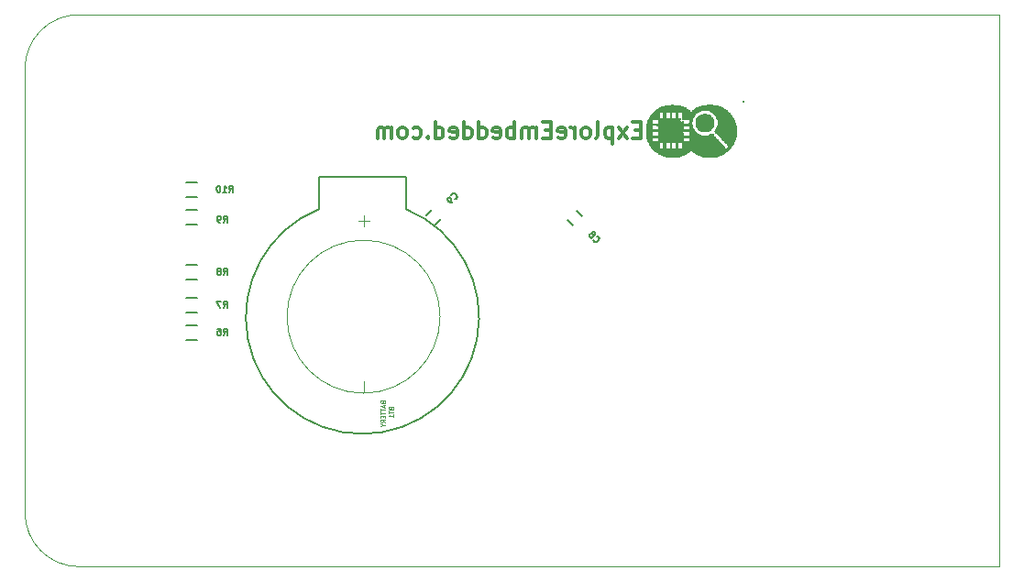
<source format=gbr>
G04 #@! TF.FileFunction,Legend,Bot*
%FSLAX46Y46*%
G04 Gerber Fmt 4.6, Leading zero omitted, Abs format (unit mm)*
G04 Created by KiCad (PCBNEW (2015-01-16 BZR 5376)-product) date 8/3/2015 4:30:31 PM*
%MOMM*%
G01*
G04 APERTURE LIST*
%ADD10C,0.100000*%
%ADD11C,0.300000*%
%ADD12C,0.203200*%
%ADD13C,0.101600*%
%ADD14C,0.150000*%
%ADD15C,0.010000*%
%ADD16C,0.088900*%
G04 APERTURE END LIST*
D10*
D11*
X131840357Y-66631357D02*
X131340357Y-66631357D01*
X131126071Y-67417071D02*
X131840357Y-67417071D01*
X131840357Y-65917071D01*
X131126071Y-65917071D01*
X130626071Y-67417071D02*
X129840357Y-66417071D01*
X130626071Y-66417071D02*
X129840357Y-67417071D01*
X129268928Y-66417071D02*
X129268928Y-67917071D01*
X129268928Y-66488500D02*
X129126071Y-66417071D01*
X128840357Y-66417071D01*
X128697500Y-66488500D01*
X128626071Y-66559929D01*
X128554642Y-66702786D01*
X128554642Y-67131357D01*
X128626071Y-67274214D01*
X128697500Y-67345643D01*
X128840357Y-67417071D01*
X129126071Y-67417071D01*
X129268928Y-67345643D01*
X127697499Y-67417071D02*
X127840357Y-67345643D01*
X127911785Y-67202786D01*
X127911785Y-65917071D01*
X126911785Y-67417071D02*
X127054643Y-67345643D01*
X127126071Y-67274214D01*
X127197500Y-67131357D01*
X127197500Y-66702786D01*
X127126071Y-66559929D01*
X127054643Y-66488500D01*
X126911785Y-66417071D01*
X126697500Y-66417071D01*
X126554643Y-66488500D01*
X126483214Y-66559929D01*
X126411785Y-66702786D01*
X126411785Y-67131357D01*
X126483214Y-67274214D01*
X126554643Y-67345643D01*
X126697500Y-67417071D01*
X126911785Y-67417071D01*
X125768928Y-67417071D02*
X125768928Y-66417071D01*
X125768928Y-66702786D02*
X125697500Y-66559929D01*
X125626071Y-66488500D01*
X125483214Y-66417071D01*
X125340357Y-66417071D01*
X124268929Y-67345643D02*
X124411786Y-67417071D01*
X124697500Y-67417071D01*
X124840357Y-67345643D01*
X124911786Y-67202786D01*
X124911786Y-66631357D01*
X124840357Y-66488500D01*
X124697500Y-66417071D01*
X124411786Y-66417071D01*
X124268929Y-66488500D01*
X124197500Y-66631357D01*
X124197500Y-66774214D01*
X124911786Y-66917071D01*
X123554643Y-66631357D02*
X123054643Y-66631357D01*
X122840357Y-67417071D02*
X123554643Y-67417071D01*
X123554643Y-65917071D01*
X122840357Y-65917071D01*
X122197500Y-67417071D02*
X122197500Y-66417071D01*
X122197500Y-66559929D02*
X122126072Y-66488500D01*
X121983214Y-66417071D01*
X121768929Y-66417071D01*
X121626072Y-66488500D01*
X121554643Y-66631357D01*
X121554643Y-67417071D01*
X121554643Y-66631357D02*
X121483214Y-66488500D01*
X121340357Y-66417071D01*
X121126072Y-66417071D01*
X120983214Y-66488500D01*
X120911786Y-66631357D01*
X120911786Y-67417071D01*
X120197500Y-67417071D02*
X120197500Y-65917071D01*
X120197500Y-66488500D02*
X120054643Y-66417071D01*
X119768929Y-66417071D01*
X119626072Y-66488500D01*
X119554643Y-66559929D01*
X119483214Y-66702786D01*
X119483214Y-67131357D01*
X119554643Y-67274214D01*
X119626072Y-67345643D01*
X119768929Y-67417071D01*
X120054643Y-67417071D01*
X120197500Y-67345643D01*
X118268929Y-67345643D02*
X118411786Y-67417071D01*
X118697500Y-67417071D01*
X118840357Y-67345643D01*
X118911786Y-67202786D01*
X118911786Y-66631357D01*
X118840357Y-66488500D01*
X118697500Y-66417071D01*
X118411786Y-66417071D01*
X118268929Y-66488500D01*
X118197500Y-66631357D01*
X118197500Y-66774214D01*
X118911786Y-66917071D01*
X116911786Y-67417071D02*
X116911786Y-65917071D01*
X116911786Y-67345643D02*
X117054643Y-67417071D01*
X117340357Y-67417071D01*
X117483215Y-67345643D01*
X117554643Y-67274214D01*
X117626072Y-67131357D01*
X117626072Y-66702786D01*
X117554643Y-66559929D01*
X117483215Y-66488500D01*
X117340357Y-66417071D01*
X117054643Y-66417071D01*
X116911786Y-66488500D01*
X115554643Y-67417071D02*
X115554643Y-65917071D01*
X115554643Y-67345643D02*
X115697500Y-67417071D01*
X115983214Y-67417071D01*
X116126072Y-67345643D01*
X116197500Y-67274214D01*
X116268929Y-67131357D01*
X116268929Y-66702786D01*
X116197500Y-66559929D01*
X116126072Y-66488500D01*
X115983214Y-66417071D01*
X115697500Y-66417071D01*
X115554643Y-66488500D01*
X114268929Y-67345643D02*
X114411786Y-67417071D01*
X114697500Y-67417071D01*
X114840357Y-67345643D01*
X114911786Y-67202786D01*
X114911786Y-66631357D01*
X114840357Y-66488500D01*
X114697500Y-66417071D01*
X114411786Y-66417071D01*
X114268929Y-66488500D01*
X114197500Y-66631357D01*
X114197500Y-66774214D01*
X114911786Y-66917071D01*
X112911786Y-67417071D02*
X112911786Y-65917071D01*
X112911786Y-67345643D02*
X113054643Y-67417071D01*
X113340357Y-67417071D01*
X113483215Y-67345643D01*
X113554643Y-67274214D01*
X113626072Y-67131357D01*
X113626072Y-66702786D01*
X113554643Y-66559929D01*
X113483215Y-66488500D01*
X113340357Y-66417071D01*
X113054643Y-66417071D01*
X112911786Y-66488500D01*
X112197500Y-67274214D02*
X112126072Y-67345643D01*
X112197500Y-67417071D01*
X112268929Y-67345643D01*
X112197500Y-67274214D01*
X112197500Y-67417071D01*
X110840357Y-67345643D02*
X110983214Y-67417071D01*
X111268928Y-67417071D01*
X111411786Y-67345643D01*
X111483214Y-67274214D01*
X111554643Y-67131357D01*
X111554643Y-66702786D01*
X111483214Y-66559929D01*
X111411786Y-66488500D01*
X111268928Y-66417071D01*
X110983214Y-66417071D01*
X110840357Y-66488500D01*
X109983214Y-67417071D02*
X110126072Y-67345643D01*
X110197500Y-67274214D01*
X110268929Y-67131357D01*
X110268929Y-66702786D01*
X110197500Y-66559929D01*
X110126072Y-66488500D01*
X109983214Y-66417071D01*
X109768929Y-66417071D01*
X109626072Y-66488500D01*
X109554643Y-66559929D01*
X109483214Y-66702786D01*
X109483214Y-67131357D01*
X109554643Y-67274214D01*
X109626072Y-67345643D01*
X109768929Y-67417071D01*
X109983214Y-67417071D01*
X108840357Y-67417071D02*
X108840357Y-66417071D01*
X108840357Y-66559929D02*
X108768929Y-66488500D01*
X108626071Y-66417071D01*
X108411786Y-66417071D01*
X108268929Y-66488500D01*
X108197500Y-66631357D01*
X108197500Y-67417071D01*
X108197500Y-66631357D02*
X108126071Y-66488500D01*
X107983214Y-66417071D01*
X107768929Y-66417071D01*
X107626071Y-66488500D01*
X107554643Y-66631357D01*
X107554643Y-67417071D01*
D10*
X165000000Y-107000000D02*
X80000000Y-107000000D01*
X80000000Y-56000000D02*
X165000000Y-56000000D01*
X165000000Y-56000000D02*
X165000000Y-107000000D01*
X75000000Y-61000000D02*
X75000000Y-102000000D01*
X80000000Y-56000000D02*
G75*
G03X75000000Y-61000000I0J-5000000D01*
G01*
X75000000Y-102000000D02*
G75*
G03X80000000Y-107000000I5000000J0D01*
G01*
D12*
X110169960Y-73964800D02*
X110169960Y-70965060D01*
X110169960Y-70965060D02*
X102174040Y-70965060D01*
X102174040Y-70965060D02*
X102174040Y-73964800D01*
D13*
X113340318Y-83906360D02*
G75*
G03X113340318Y-83906360I-7069258J0D01*
G01*
D12*
X110190417Y-73973002D02*
G75*
G02X102174040Y-73964800I-4018417J-9991778D01*
G01*
D14*
X125121749Y-74979777D02*
X125616723Y-75474751D01*
X126465251Y-74626223D02*
X125970277Y-74131249D01*
X112889277Y-75411251D02*
X113384251Y-74916277D01*
X112535723Y-74067749D02*
X112040749Y-74562723D01*
X90924000Y-84669000D02*
X89924000Y-84669000D01*
X89924000Y-86019000D02*
X90924000Y-86019000D01*
X90924000Y-82129000D02*
X89924000Y-82129000D01*
X89924000Y-83479000D02*
X90924000Y-83479000D01*
X90924000Y-79081000D02*
X89924000Y-79081000D01*
X89924000Y-80431000D02*
X90924000Y-80431000D01*
X90924000Y-74001000D02*
X89924000Y-74001000D01*
X89924000Y-75351000D02*
X90924000Y-75351000D01*
X90924000Y-71461000D02*
X89924000Y-71461000D01*
X89924000Y-72811000D02*
X90924000Y-72811000D01*
D15*
G36*
X141351000Y-63944500D02*
X141301000Y-63944500D01*
X141301000Y-63994500D01*
X141351000Y-63994500D01*
X141351000Y-63944500D01*
X141351000Y-63944500D01*
G37*
X141351000Y-63944500D02*
X141301000Y-63944500D01*
X141301000Y-63994500D01*
X141351000Y-63994500D01*
X141351000Y-63944500D01*
G36*
X141351000Y-63994500D02*
X141301000Y-63994500D01*
X141301000Y-64044500D01*
X141351000Y-64044500D01*
X141351000Y-63994500D01*
X141351000Y-63994500D01*
G37*
X141351000Y-63994500D02*
X141301000Y-63994500D01*
X141301000Y-64044500D01*
X141351000Y-64044500D01*
X141351000Y-63994500D01*
G36*
X138451000Y-64294500D02*
X138401000Y-64294500D01*
X138401000Y-64344500D01*
X138451000Y-64344500D01*
X138451000Y-64294500D01*
X138451000Y-64294500D01*
G37*
X138451000Y-64294500D02*
X138401000Y-64294500D01*
X138401000Y-64344500D01*
X138451000Y-64344500D01*
X138451000Y-64294500D01*
G36*
X138401000Y-64294500D02*
X138351000Y-64294500D01*
X138351000Y-64344500D01*
X138401000Y-64344500D01*
X138401000Y-64294500D01*
X138401000Y-64294500D01*
G37*
X138401000Y-64294500D02*
X138351000Y-64294500D01*
X138351000Y-64344500D01*
X138401000Y-64344500D01*
X138401000Y-64294500D01*
G36*
X138351000Y-64294500D02*
X138301000Y-64294500D01*
X138301000Y-64344500D01*
X138351000Y-64344500D01*
X138351000Y-64294500D01*
X138351000Y-64294500D01*
G37*
X138351000Y-64294500D02*
X138301000Y-64294500D01*
X138301000Y-64344500D01*
X138351000Y-64344500D01*
X138351000Y-64294500D01*
G36*
X138301000Y-64294500D02*
X138251000Y-64294500D01*
X138251000Y-64344500D01*
X138301000Y-64344500D01*
X138301000Y-64294500D01*
X138301000Y-64294500D01*
G37*
X138301000Y-64294500D02*
X138251000Y-64294500D01*
X138251000Y-64344500D01*
X138301000Y-64344500D01*
X138301000Y-64294500D01*
G36*
X138251000Y-64294500D02*
X138201000Y-64294500D01*
X138201000Y-64344500D01*
X138251000Y-64344500D01*
X138251000Y-64294500D01*
X138251000Y-64294500D01*
G37*
X138251000Y-64294500D02*
X138201000Y-64294500D01*
X138201000Y-64344500D01*
X138251000Y-64344500D01*
X138251000Y-64294500D01*
G36*
X138201000Y-64294500D02*
X138151000Y-64294500D01*
X138151000Y-64344500D01*
X138201000Y-64344500D01*
X138201000Y-64294500D01*
X138201000Y-64294500D01*
G37*
X138201000Y-64294500D02*
X138151000Y-64294500D01*
X138151000Y-64344500D01*
X138201000Y-64344500D01*
X138201000Y-64294500D01*
G36*
X138151000Y-64294500D02*
X138101000Y-64294500D01*
X138101000Y-64344500D01*
X138151000Y-64344500D01*
X138151000Y-64294500D01*
X138151000Y-64294500D01*
G37*
X138151000Y-64294500D02*
X138101000Y-64294500D01*
X138101000Y-64344500D01*
X138151000Y-64344500D01*
X138151000Y-64294500D01*
G36*
X138101000Y-64294500D02*
X138051000Y-64294500D01*
X138051000Y-64344500D01*
X138101000Y-64344500D01*
X138101000Y-64294500D01*
X138101000Y-64294500D01*
G37*
X138101000Y-64294500D02*
X138051000Y-64294500D01*
X138051000Y-64344500D01*
X138101000Y-64344500D01*
X138101000Y-64294500D01*
G36*
X138051000Y-64294500D02*
X138001000Y-64294500D01*
X138001000Y-64344500D01*
X138051000Y-64344500D01*
X138051000Y-64294500D01*
X138051000Y-64294500D01*
G37*
X138051000Y-64294500D02*
X138001000Y-64294500D01*
X138001000Y-64344500D01*
X138051000Y-64344500D01*
X138051000Y-64294500D01*
G36*
X134851000Y-64294500D02*
X134801000Y-64294500D01*
X134801000Y-64344500D01*
X134851000Y-64344500D01*
X134851000Y-64294500D01*
X134851000Y-64294500D01*
G37*
X134851000Y-64294500D02*
X134801000Y-64294500D01*
X134801000Y-64344500D01*
X134851000Y-64344500D01*
X134851000Y-64294500D01*
G36*
X134801000Y-64294500D02*
X134751000Y-64294500D01*
X134751000Y-64344500D01*
X134801000Y-64344500D01*
X134801000Y-64294500D01*
X134801000Y-64294500D01*
G37*
X134801000Y-64294500D02*
X134751000Y-64294500D01*
X134751000Y-64344500D01*
X134801000Y-64344500D01*
X134801000Y-64294500D01*
G36*
X134751000Y-64294500D02*
X134701000Y-64294500D01*
X134701000Y-64344500D01*
X134751000Y-64344500D01*
X134751000Y-64294500D01*
X134751000Y-64294500D01*
G37*
X134751000Y-64294500D02*
X134701000Y-64294500D01*
X134701000Y-64344500D01*
X134751000Y-64344500D01*
X134751000Y-64294500D01*
G36*
X138801000Y-64344500D02*
X138751000Y-64344500D01*
X138751000Y-64394500D01*
X138801000Y-64394500D01*
X138801000Y-64344500D01*
X138801000Y-64344500D01*
G37*
X138801000Y-64344500D02*
X138751000Y-64344500D01*
X138751000Y-64394500D01*
X138801000Y-64394500D01*
X138801000Y-64344500D01*
G36*
X138751000Y-64344500D02*
X138701000Y-64344500D01*
X138701000Y-64394500D01*
X138751000Y-64394500D01*
X138751000Y-64344500D01*
X138751000Y-64344500D01*
G37*
X138751000Y-64344500D02*
X138701000Y-64344500D01*
X138701000Y-64394500D01*
X138751000Y-64394500D01*
X138751000Y-64344500D01*
G36*
X138701000Y-64344500D02*
X138651000Y-64344500D01*
X138651000Y-64394500D01*
X138701000Y-64394500D01*
X138701000Y-64344500D01*
X138701000Y-64344500D01*
G37*
X138701000Y-64344500D02*
X138651000Y-64344500D01*
X138651000Y-64394500D01*
X138701000Y-64394500D01*
X138701000Y-64344500D01*
G36*
X138651000Y-64344500D02*
X138601000Y-64344500D01*
X138601000Y-64394500D01*
X138651000Y-64394500D01*
X138651000Y-64344500D01*
X138651000Y-64344500D01*
G37*
X138651000Y-64344500D02*
X138601000Y-64344500D01*
X138601000Y-64394500D01*
X138651000Y-64394500D01*
X138651000Y-64344500D01*
G36*
X138601000Y-64344500D02*
X138551000Y-64344500D01*
X138551000Y-64394500D01*
X138601000Y-64394500D01*
X138601000Y-64344500D01*
X138601000Y-64344500D01*
G37*
X138601000Y-64344500D02*
X138551000Y-64344500D01*
X138551000Y-64394500D01*
X138601000Y-64394500D01*
X138601000Y-64344500D01*
G36*
X138551000Y-64344500D02*
X138501000Y-64344500D01*
X138501000Y-64394500D01*
X138551000Y-64394500D01*
X138551000Y-64344500D01*
X138551000Y-64344500D01*
G37*
X138551000Y-64344500D02*
X138501000Y-64344500D01*
X138501000Y-64394500D01*
X138551000Y-64394500D01*
X138551000Y-64344500D01*
G36*
X138501000Y-64344500D02*
X138451000Y-64344500D01*
X138451000Y-64394500D01*
X138501000Y-64394500D01*
X138501000Y-64344500D01*
X138501000Y-64344500D01*
G37*
X138501000Y-64344500D02*
X138451000Y-64344500D01*
X138451000Y-64394500D01*
X138501000Y-64394500D01*
X138501000Y-64344500D01*
G36*
X138451000Y-64344500D02*
X138401000Y-64344500D01*
X138401000Y-64394500D01*
X138451000Y-64394500D01*
X138451000Y-64344500D01*
X138451000Y-64344500D01*
G37*
X138451000Y-64344500D02*
X138401000Y-64344500D01*
X138401000Y-64394500D01*
X138451000Y-64394500D01*
X138451000Y-64344500D01*
G36*
X138401000Y-64344500D02*
X138351000Y-64344500D01*
X138351000Y-64394500D01*
X138401000Y-64394500D01*
X138401000Y-64344500D01*
X138401000Y-64344500D01*
G37*
X138401000Y-64344500D02*
X138351000Y-64344500D01*
X138351000Y-64394500D01*
X138401000Y-64394500D01*
X138401000Y-64344500D01*
G36*
X138351000Y-64344500D02*
X138301000Y-64344500D01*
X138301000Y-64394500D01*
X138351000Y-64394500D01*
X138351000Y-64344500D01*
X138351000Y-64344500D01*
G37*
X138351000Y-64344500D02*
X138301000Y-64344500D01*
X138301000Y-64394500D01*
X138351000Y-64394500D01*
X138351000Y-64344500D01*
G36*
X138301000Y-64344500D02*
X138251000Y-64344500D01*
X138251000Y-64394500D01*
X138301000Y-64394500D01*
X138301000Y-64344500D01*
X138301000Y-64344500D01*
G37*
X138301000Y-64344500D02*
X138251000Y-64344500D01*
X138251000Y-64394500D01*
X138301000Y-64394500D01*
X138301000Y-64344500D01*
G36*
X138251000Y-64344500D02*
X138201000Y-64344500D01*
X138201000Y-64394500D01*
X138251000Y-64394500D01*
X138251000Y-64344500D01*
X138251000Y-64344500D01*
G37*
X138251000Y-64344500D02*
X138201000Y-64344500D01*
X138201000Y-64394500D01*
X138251000Y-64394500D01*
X138251000Y-64344500D01*
G36*
X138201000Y-64344500D02*
X138151000Y-64344500D01*
X138151000Y-64394500D01*
X138201000Y-64394500D01*
X138201000Y-64344500D01*
X138201000Y-64344500D01*
G37*
X138201000Y-64344500D02*
X138151000Y-64344500D01*
X138151000Y-64394500D01*
X138201000Y-64394500D01*
X138201000Y-64344500D01*
G36*
X138151000Y-64344500D02*
X138101000Y-64344500D01*
X138101000Y-64394500D01*
X138151000Y-64394500D01*
X138151000Y-64344500D01*
X138151000Y-64344500D01*
G37*
X138151000Y-64344500D02*
X138101000Y-64344500D01*
X138101000Y-64394500D01*
X138151000Y-64394500D01*
X138151000Y-64344500D01*
G36*
X138101000Y-64344500D02*
X138051000Y-64344500D01*
X138051000Y-64394500D01*
X138101000Y-64394500D01*
X138101000Y-64344500D01*
X138101000Y-64344500D01*
G37*
X138101000Y-64344500D02*
X138051000Y-64344500D01*
X138051000Y-64394500D01*
X138101000Y-64394500D01*
X138101000Y-64344500D01*
G36*
X138051000Y-64344500D02*
X138001000Y-64344500D01*
X138001000Y-64394500D01*
X138051000Y-64394500D01*
X138051000Y-64344500D01*
X138051000Y-64344500D01*
G37*
X138051000Y-64344500D02*
X138001000Y-64344500D01*
X138001000Y-64394500D01*
X138051000Y-64394500D01*
X138051000Y-64344500D01*
G36*
X138001000Y-64344500D02*
X137951000Y-64344500D01*
X137951000Y-64394500D01*
X138001000Y-64394500D01*
X138001000Y-64344500D01*
X138001000Y-64344500D01*
G37*
X138001000Y-64344500D02*
X137951000Y-64344500D01*
X137951000Y-64394500D01*
X138001000Y-64394500D01*
X138001000Y-64344500D01*
G36*
X137951000Y-64344500D02*
X137901000Y-64344500D01*
X137901000Y-64394500D01*
X137951000Y-64394500D01*
X137951000Y-64344500D01*
X137951000Y-64344500D01*
G37*
X137951000Y-64344500D02*
X137901000Y-64344500D01*
X137901000Y-64394500D01*
X137951000Y-64394500D01*
X137951000Y-64344500D01*
G36*
X137901000Y-64344500D02*
X137851000Y-64344500D01*
X137851000Y-64394500D01*
X137901000Y-64394500D01*
X137901000Y-64344500D01*
X137901000Y-64344500D01*
G37*
X137901000Y-64344500D02*
X137851000Y-64344500D01*
X137851000Y-64394500D01*
X137901000Y-64394500D01*
X137901000Y-64344500D01*
G36*
X137851000Y-64344500D02*
X137801000Y-64344500D01*
X137801000Y-64394500D01*
X137851000Y-64394500D01*
X137851000Y-64344500D01*
X137851000Y-64344500D01*
G37*
X137851000Y-64344500D02*
X137801000Y-64344500D01*
X137801000Y-64394500D01*
X137851000Y-64394500D01*
X137851000Y-64344500D01*
G36*
X137801000Y-64344500D02*
X137751000Y-64344500D01*
X137751000Y-64394500D01*
X137801000Y-64394500D01*
X137801000Y-64344500D01*
X137801000Y-64344500D01*
G37*
X137801000Y-64344500D02*
X137751000Y-64344500D01*
X137751000Y-64394500D01*
X137801000Y-64394500D01*
X137801000Y-64344500D01*
G36*
X137751000Y-64344500D02*
X137701000Y-64344500D01*
X137701000Y-64394500D01*
X137751000Y-64394500D01*
X137751000Y-64344500D01*
X137751000Y-64344500D01*
G37*
X137751000Y-64344500D02*
X137701000Y-64344500D01*
X137701000Y-64394500D01*
X137751000Y-64394500D01*
X137751000Y-64344500D01*
G36*
X137701000Y-64344500D02*
X137651000Y-64344500D01*
X137651000Y-64394500D01*
X137701000Y-64394500D01*
X137701000Y-64344500D01*
X137701000Y-64344500D01*
G37*
X137701000Y-64344500D02*
X137651000Y-64344500D01*
X137651000Y-64394500D01*
X137701000Y-64394500D01*
X137701000Y-64344500D01*
G36*
X135301000Y-64344500D02*
X135251000Y-64344500D01*
X135251000Y-64394500D01*
X135301000Y-64394500D01*
X135301000Y-64344500D01*
X135301000Y-64344500D01*
G37*
X135301000Y-64344500D02*
X135251000Y-64344500D01*
X135251000Y-64394500D01*
X135301000Y-64394500D01*
X135301000Y-64344500D01*
G36*
X135251000Y-64344500D02*
X135201000Y-64344500D01*
X135201000Y-64394500D01*
X135251000Y-64394500D01*
X135251000Y-64344500D01*
X135251000Y-64344500D01*
G37*
X135251000Y-64344500D02*
X135201000Y-64344500D01*
X135201000Y-64394500D01*
X135251000Y-64394500D01*
X135251000Y-64344500D01*
G36*
X135201000Y-64344500D02*
X135151000Y-64344500D01*
X135151000Y-64394500D01*
X135201000Y-64394500D01*
X135201000Y-64344500D01*
X135201000Y-64344500D01*
G37*
X135201000Y-64344500D02*
X135151000Y-64344500D01*
X135151000Y-64394500D01*
X135201000Y-64394500D01*
X135201000Y-64344500D01*
G36*
X135151000Y-64344500D02*
X135101000Y-64344500D01*
X135101000Y-64394500D01*
X135151000Y-64394500D01*
X135151000Y-64344500D01*
X135151000Y-64344500D01*
G37*
X135151000Y-64344500D02*
X135101000Y-64344500D01*
X135101000Y-64394500D01*
X135151000Y-64394500D01*
X135151000Y-64344500D01*
G36*
X135101000Y-64344500D02*
X135051000Y-64344500D01*
X135051000Y-64394500D01*
X135101000Y-64394500D01*
X135101000Y-64344500D01*
X135101000Y-64344500D01*
G37*
X135101000Y-64344500D02*
X135051000Y-64344500D01*
X135051000Y-64394500D01*
X135101000Y-64394500D01*
X135101000Y-64344500D01*
G36*
X135051000Y-64344500D02*
X135001000Y-64344500D01*
X135001000Y-64394500D01*
X135051000Y-64394500D01*
X135051000Y-64344500D01*
X135051000Y-64344500D01*
G37*
X135051000Y-64344500D02*
X135001000Y-64344500D01*
X135001000Y-64394500D01*
X135051000Y-64394500D01*
X135051000Y-64344500D01*
G36*
X135001000Y-64344500D02*
X134951000Y-64344500D01*
X134951000Y-64394500D01*
X135001000Y-64394500D01*
X135001000Y-64344500D01*
X135001000Y-64344500D01*
G37*
X135001000Y-64344500D02*
X134951000Y-64344500D01*
X134951000Y-64394500D01*
X135001000Y-64394500D01*
X135001000Y-64344500D01*
G36*
X134951000Y-64344500D02*
X134901000Y-64344500D01*
X134901000Y-64394500D01*
X134951000Y-64394500D01*
X134951000Y-64344500D01*
X134951000Y-64344500D01*
G37*
X134951000Y-64344500D02*
X134901000Y-64344500D01*
X134901000Y-64394500D01*
X134951000Y-64394500D01*
X134951000Y-64344500D01*
G36*
X134901000Y-64344500D02*
X134851000Y-64344500D01*
X134851000Y-64394500D01*
X134901000Y-64394500D01*
X134901000Y-64344500D01*
X134901000Y-64344500D01*
G37*
X134901000Y-64344500D02*
X134851000Y-64344500D01*
X134851000Y-64394500D01*
X134901000Y-64394500D01*
X134901000Y-64344500D01*
G36*
X134851000Y-64344500D02*
X134801000Y-64344500D01*
X134801000Y-64394500D01*
X134851000Y-64394500D01*
X134851000Y-64344500D01*
X134851000Y-64344500D01*
G37*
X134851000Y-64344500D02*
X134801000Y-64344500D01*
X134801000Y-64394500D01*
X134851000Y-64394500D01*
X134851000Y-64344500D01*
G36*
X134801000Y-64344500D02*
X134751000Y-64344500D01*
X134751000Y-64394500D01*
X134801000Y-64394500D01*
X134801000Y-64344500D01*
X134801000Y-64344500D01*
G37*
X134801000Y-64344500D02*
X134751000Y-64344500D01*
X134751000Y-64394500D01*
X134801000Y-64394500D01*
X134801000Y-64344500D01*
G36*
X134751000Y-64344500D02*
X134701000Y-64344500D01*
X134701000Y-64394500D01*
X134751000Y-64394500D01*
X134751000Y-64344500D01*
X134751000Y-64344500D01*
G37*
X134751000Y-64344500D02*
X134701000Y-64344500D01*
X134701000Y-64394500D01*
X134751000Y-64394500D01*
X134751000Y-64344500D01*
G36*
X134701000Y-64344500D02*
X134651000Y-64344500D01*
X134651000Y-64394500D01*
X134701000Y-64394500D01*
X134701000Y-64344500D01*
X134701000Y-64344500D01*
G37*
X134701000Y-64344500D02*
X134651000Y-64344500D01*
X134651000Y-64394500D01*
X134701000Y-64394500D01*
X134701000Y-64344500D01*
G36*
X134651000Y-64344500D02*
X134601000Y-64344500D01*
X134601000Y-64394500D01*
X134651000Y-64394500D01*
X134651000Y-64344500D01*
X134651000Y-64344500D01*
G37*
X134651000Y-64344500D02*
X134601000Y-64344500D01*
X134601000Y-64394500D01*
X134651000Y-64394500D01*
X134651000Y-64344500D01*
G36*
X134601000Y-64344500D02*
X134551000Y-64344500D01*
X134551000Y-64394500D01*
X134601000Y-64394500D01*
X134601000Y-64344500D01*
X134601000Y-64344500D01*
G37*
X134601000Y-64344500D02*
X134551000Y-64344500D01*
X134551000Y-64394500D01*
X134601000Y-64394500D01*
X134601000Y-64344500D01*
G36*
X134551000Y-64344500D02*
X134501000Y-64344500D01*
X134501000Y-64394500D01*
X134551000Y-64394500D01*
X134551000Y-64344500D01*
X134551000Y-64344500D01*
G37*
X134551000Y-64344500D02*
X134501000Y-64344500D01*
X134501000Y-64394500D01*
X134551000Y-64394500D01*
X134551000Y-64344500D01*
G36*
X134501000Y-64344500D02*
X134451000Y-64344500D01*
X134451000Y-64394500D01*
X134501000Y-64394500D01*
X134501000Y-64344500D01*
X134501000Y-64344500D01*
G37*
X134501000Y-64344500D02*
X134451000Y-64344500D01*
X134451000Y-64394500D01*
X134501000Y-64394500D01*
X134501000Y-64344500D01*
G36*
X134451000Y-64344500D02*
X134401000Y-64344500D01*
X134401000Y-64394500D01*
X134451000Y-64394500D01*
X134451000Y-64344500D01*
X134451000Y-64344500D01*
G37*
X134451000Y-64344500D02*
X134401000Y-64344500D01*
X134401000Y-64394500D01*
X134451000Y-64394500D01*
X134451000Y-64344500D01*
G36*
X134401000Y-64344500D02*
X134351000Y-64344500D01*
X134351000Y-64394500D01*
X134401000Y-64394500D01*
X134401000Y-64344500D01*
X134401000Y-64344500D01*
G37*
X134401000Y-64344500D02*
X134351000Y-64344500D01*
X134351000Y-64394500D01*
X134401000Y-64394500D01*
X134401000Y-64344500D01*
G36*
X134351000Y-64344500D02*
X134301000Y-64344500D01*
X134301000Y-64394500D01*
X134351000Y-64394500D01*
X134351000Y-64344500D01*
X134351000Y-64344500D01*
G37*
X134351000Y-64344500D02*
X134301000Y-64344500D01*
X134301000Y-64394500D01*
X134351000Y-64394500D01*
X134351000Y-64344500D01*
G36*
X134301000Y-64344500D02*
X134251000Y-64344500D01*
X134251000Y-64394500D01*
X134301000Y-64394500D01*
X134301000Y-64344500D01*
X134301000Y-64344500D01*
G37*
X134301000Y-64344500D02*
X134251000Y-64344500D01*
X134251000Y-64394500D01*
X134301000Y-64394500D01*
X134301000Y-64344500D01*
G36*
X138951000Y-64394500D02*
X138901000Y-64394500D01*
X138901000Y-64444500D01*
X138951000Y-64444500D01*
X138951000Y-64394500D01*
X138951000Y-64394500D01*
G37*
X138951000Y-64394500D02*
X138901000Y-64394500D01*
X138901000Y-64444500D01*
X138951000Y-64444500D01*
X138951000Y-64394500D01*
G36*
X138901000Y-64394500D02*
X138851000Y-64394500D01*
X138851000Y-64444500D01*
X138901000Y-64444500D01*
X138901000Y-64394500D01*
X138901000Y-64394500D01*
G37*
X138901000Y-64394500D02*
X138851000Y-64394500D01*
X138851000Y-64444500D01*
X138901000Y-64444500D01*
X138901000Y-64394500D01*
G36*
X138851000Y-64394500D02*
X138801000Y-64394500D01*
X138801000Y-64444500D01*
X138851000Y-64444500D01*
X138851000Y-64394500D01*
X138851000Y-64394500D01*
G37*
X138851000Y-64394500D02*
X138801000Y-64394500D01*
X138801000Y-64444500D01*
X138851000Y-64444500D01*
X138851000Y-64394500D01*
G36*
X138801000Y-64394500D02*
X138751000Y-64394500D01*
X138751000Y-64444500D01*
X138801000Y-64444500D01*
X138801000Y-64394500D01*
X138801000Y-64394500D01*
G37*
X138801000Y-64394500D02*
X138751000Y-64394500D01*
X138751000Y-64444500D01*
X138801000Y-64444500D01*
X138801000Y-64394500D01*
G36*
X138751000Y-64394500D02*
X138701000Y-64394500D01*
X138701000Y-64444500D01*
X138751000Y-64444500D01*
X138751000Y-64394500D01*
X138751000Y-64394500D01*
G37*
X138751000Y-64394500D02*
X138701000Y-64394500D01*
X138701000Y-64444500D01*
X138751000Y-64444500D01*
X138751000Y-64394500D01*
G36*
X138701000Y-64394500D02*
X138651000Y-64394500D01*
X138651000Y-64444500D01*
X138701000Y-64444500D01*
X138701000Y-64394500D01*
X138701000Y-64394500D01*
G37*
X138701000Y-64394500D02*
X138651000Y-64394500D01*
X138651000Y-64444500D01*
X138701000Y-64444500D01*
X138701000Y-64394500D01*
G36*
X138651000Y-64394500D02*
X138601000Y-64394500D01*
X138601000Y-64444500D01*
X138651000Y-64444500D01*
X138651000Y-64394500D01*
X138651000Y-64394500D01*
G37*
X138651000Y-64394500D02*
X138601000Y-64394500D01*
X138601000Y-64444500D01*
X138651000Y-64444500D01*
X138651000Y-64394500D01*
G36*
X138601000Y-64394500D02*
X138551000Y-64394500D01*
X138551000Y-64444500D01*
X138601000Y-64444500D01*
X138601000Y-64394500D01*
X138601000Y-64394500D01*
G37*
X138601000Y-64394500D02*
X138551000Y-64394500D01*
X138551000Y-64444500D01*
X138601000Y-64444500D01*
X138601000Y-64394500D01*
G36*
X138551000Y-64394500D02*
X138501000Y-64394500D01*
X138501000Y-64444500D01*
X138551000Y-64444500D01*
X138551000Y-64394500D01*
X138551000Y-64394500D01*
G37*
X138551000Y-64394500D02*
X138501000Y-64394500D01*
X138501000Y-64444500D01*
X138551000Y-64444500D01*
X138551000Y-64394500D01*
G36*
X138501000Y-64394500D02*
X138451000Y-64394500D01*
X138451000Y-64444500D01*
X138501000Y-64444500D01*
X138501000Y-64394500D01*
X138501000Y-64394500D01*
G37*
X138501000Y-64394500D02*
X138451000Y-64394500D01*
X138451000Y-64444500D01*
X138501000Y-64444500D01*
X138501000Y-64394500D01*
G36*
X138451000Y-64394500D02*
X138401000Y-64394500D01*
X138401000Y-64444500D01*
X138451000Y-64444500D01*
X138451000Y-64394500D01*
X138451000Y-64394500D01*
G37*
X138451000Y-64394500D02*
X138401000Y-64394500D01*
X138401000Y-64444500D01*
X138451000Y-64444500D01*
X138451000Y-64394500D01*
G36*
X138401000Y-64394500D02*
X138351000Y-64394500D01*
X138351000Y-64444500D01*
X138401000Y-64444500D01*
X138401000Y-64394500D01*
X138401000Y-64394500D01*
G37*
X138401000Y-64394500D02*
X138351000Y-64394500D01*
X138351000Y-64444500D01*
X138401000Y-64444500D01*
X138401000Y-64394500D01*
G36*
X138351000Y-64394500D02*
X138301000Y-64394500D01*
X138301000Y-64444500D01*
X138351000Y-64444500D01*
X138351000Y-64394500D01*
X138351000Y-64394500D01*
G37*
X138351000Y-64394500D02*
X138301000Y-64394500D01*
X138301000Y-64444500D01*
X138351000Y-64444500D01*
X138351000Y-64394500D01*
G36*
X138301000Y-64394500D02*
X138251000Y-64394500D01*
X138251000Y-64444500D01*
X138301000Y-64444500D01*
X138301000Y-64394500D01*
X138301000Y-64394500D01*
G37*
X138301000Y-64394500D02*
X138251000Y-64394500D01*
X138251000Y-64444500D01*
X138301000Y-64444500D01*
X138301000Y-64394500D01*
G36*
X138251000Y-64394500D02*
X138201000Y-64394500D01*
X138201000Y-64444500D01*
X138251000Y-64444500D01*
X138251000Y-64394500D01*
X138251000Y-64394500D01*
G37*
X138251000Y-64394500D02*
X138201000Y-64394500D01*
X138201000Y-64444500D01*
X138251000Y-64444500D01*
X138251000Y-64394500D01*
G36*
X138201000Y-64394500D02*
X138151000Y-64394500D01*
X138151000Y-64444500D01*
X138201000Y-64444500D01*
X138201000Y-64394500D01*
X138201000Y-64394500D01*
G37*
X138201000Y-64394500D02*
X138151000Y-64394500D01*
X138151000Y-64444500D01*
X138201000Y-64444500D01*
X138201000Y-64394500D01*
G36*
X138151000Y-64394500D02*
X138101000Y-64394500D01*
X138101000Y-64444500D01*
X138151000Y-64444500D01*
X138151000Y-64394500D01*
X138151000Y-64394500D01*
G37*
X138151000Y-64394500D02*
X138101000Y-64394500D01*
X138101000Y-64444500D01*
X138151000Y-64444500D01*
X138151000Y-64394500D01*
G36*
X138101000Y-64394500D02*
X138051000Y-64394500D01*
X138051000Y-64444500D01*
X138101000Y-64444500D01*
X138101000Y-64394500D01*
X138101000Y-64394500D01*
G37*
X138101000Y-64394500D02*
X138051000Y-64394500D01*
X138051000Y-64444500D01*
X138101000Y-64444500D01*
X138101000Y-64394500D01*
G36*
X138051000Y-64394500D02*
X138001000Y-64394500D01*
X138001000Y-64444500D01*
X138051000Y-64444500D01*
X138051000Y-64394500D01*
X138051000Y-64394500D01*
G37*
X138051000Y-64394500D02*
X138001000Y-64394500D01*
X138001000Y-64444500D01*
X138051000Y-64444500D01*
X138051000Y-64394500D01*
G36*
X138001000Y-64394500D02*
X137951000Y-64394500D01*
X137951000Y-64444500D01*
X138001000Y-64444500D01*
X138001000Y-64394500D01*
X138001000Y-64394500D01*
G37*
X138001000Y-64394500D02*
X137951000Y-64394500D01*
X137951000Y-64444500D01*
X138001000Y-64444500D01*
X138001000Y-64394500D01*
G36*
X137951000Y-64394500D02*
X137901000Y-64394500D01*
X137901000Y-64444500D01*
X137951000Y-64444500D01*
X137951000Y-64394500D01*
X137951000Y-64394500D01*
G37*
X137951000Y-64394500D02*
X137901000Y-64394500D01*
X137901000Y-64444500D01*
X137951000Y-64444500D01*
X137951000Y-64394500D01*
G36*
X137901000Y-64394500D02*
X137851000Y-64394500D01*
X137851000Y-64444500D01*
X137901000Y-64444500D01*
X137901000Y-64394500D01*
X137901000Y-64394500D01*
G37*
X137901000Y-64394500D02*
X137851000Y-64394500D01*
X137851000Y-64444500D01*
X137901000Y-64444500D01*
X137901000Y-64394500D01*
G36*
X137851000Y-64394500D02*
X137801000Y-64394500D01*
X137801000Y-64444500D01*
X137851000Y-64444500D01*
X137851000Y-64394500D01*
X137851000Y-64394500D01*
G37*
X137851000Y-64394500D02*
X137801000Y-64394500D01*
X137801000Y-64444500D01*
X137851000Y-64444500D01*
X137851000Y-64394500D01*
G36*
X137801000Y-64394500D02*
X137751000Y-64394500D01*
X137751000Y-64444500D01*
X137801000Y-64444500D01*
X137801000Y-64394500D01*
X137801000Y-64394500D01*
G37*
X137801000Y-64394500D02*
X137751000Y-64394500D01*
X137751000Y-64444500D01*
X137801000Y-64444500D01*
X137801000Y-64394500D01*
G36*
X137751000Y-64394500D02*
X137701000Y-64394500D01*
X137701000Y-64444500D01*
X137751000Y-64444500D01*
X137751000Y-64394500D01*
X137751000Y-64394500D01*
G37*
X137751000Y-64394500D02*
X137701000Y-64394500D01*
X137701000Y-64444500D01*
X137751000Y-64444500D01*
X137751000Y-64394500D01*
G36*
X137701000Y-64394500D02*
X137651000Y-64394500D01*
X137651000Y-64444500D01*
X137701000Y-64444500D01*
X137701000Y-64394500D01*
X137701000Y-64394500D01*
G37*
X137701000Y-64394500D02*
X137651000Y-64394500D01*
X137651000Y-64444500D01*
X137701000Y-64444500D01*
X137701000Y-64394500D01*
G36*
X137651000Y-64394500D02*
X137601000Y-64394500D01*
X137601000Y-64444500D01*
X137651000Y-64444500D01*
X137651000Y-64394500D01*
X137651000Y-64394500D01*
G37*
X137651000Y-64394500D02*
X137601000Y-64394500D01*
X137601000Y-64444500D01*
X137651000Y-64444500D01*
X137651000Y-64394500D01*
G36*
X137601000Y-64394500D02*
X137551000Y-64394500D01*
X137551000Y-64444500D01*
X137601000Y-64444500D01*
X137601000Y-64394500D01*
X137601000Y-64394500D01*
G37*
X137601000Y-64394500D02*
X137551000Y-64394500D01*
X137551000Y-64444500D01*
X137601000Y-64444500D01*
X137601000Y-64394500D01*
G36*
X137551000Y-64394500D02*
X137501000Y-64394500D01*
X137501000Y-64444500D01*
X137551000Y-64444500D01*
X137551000Y-64394500D01*
X137551000Y-64394500D01*
G37*
X137551000Y-64394500D02*
X137501000Y-64394500D01*
X137501000Y-64444500D01*
X137551000Y-64444500D01*
X137551000Y-64394500D01*
G36*
X137501000Y-64394500D02*
X137451000Y-64394500D01*
X137451000Y-64444500D01*
X137501000Y-64444500D01*
X137501000Y-64394500D01*
X137501000Y-64394500D01*
G37*
X137501000Y-64394500D02*
X137451000Y-64394500D01*
X137451000Y-64444500D01*
X137501000Y-64444500D01*
X137501000Y-64394500D01*
G36*
X135501000Y-64394500D02*
X135451000Y-64394500D01*
X135451000Y-64444500D01*
X135501000Y-64444500D01*
X135501000Y-64394500D01*
X135501000Y-64394500D01*
G37*
X135501000Y-64394500D02*
X135451000Y-64394500D01*
X135451000Y-64444500D01*
X135501000Y-64444500D01*
X135501000Y-64394500D01*
G36*
X135451000Y-64394500D02*
X135401000Y-64394500D01*
X135401000Y-64444500D01*
X135451000Y-64444500D01*
X135451000Y-64394500D01*
X135451000Y-64394500D01*
G37*
X135451000Y-64394500D02*
X135401000Y-64394500D01*
X135401000Y-64444500D01*
X135451000Y-64444500D01*
X135451000Y-64394500D01*
G36*
X135401000Y-64394500D02*
X135351000Y-64394500D01*
X135351000Y-64444500D01*
X135401000Y-64444500D01*
X135401000Y-64394500D01*
X135401000Y-64394500D01*
G37*
X135401000Y-64394500D02*
X135351000Y-64394500D01*
X135351000Y-64444500D01*
X135401000Y-64444500D01*
X135401000Y-64394500D01*
G36*
X135351000Y-64394500D02*
X135301000Y-64394500D01*
X135301000Y-64444500D01*
X135351000Y-64444500D01*
X135351000Y-64394500D01*
X135351000Y-64394500D01*
G37*
X135351000Y-64394500D02*
X135301000Y-64394500D01*
X135301000Y-64444500D01*
X135351000Y-64444500D01*
X135351000Y-64394500D01*
G36*
X135301000Y-64394500D02*
X135251000Y-64394500D01*
X135251000Y-64444500D01*
X135301000Y-64444500D01*
X135301000Y-64394500D01*
X135301000Y-64394500D01*
G37*
X135301000Y-64394500D02*
X135251000Y-64394500D01*
X135251000Y-64444500D01*
X135301000Y-64444500D01*
X135301000Y-64394500D01*
G36*
X135251000Y-64394500D02*
X135201000Y-64394500D01*
X135201000Y-64444500D01*
X135251000Y-64444500D01*
X135251000Y-64394500D01*
X135251000Y-64394500D01*
G37*
X135251000Y-64394500D02*
X135201000Y-64394500D01*
X135201000Y-64444500D01*
X135251000Y-64444500D01*
X135251000Y-64394500D01*
G36*
X135201000Y-64394500D02*
X135151000Y-64394500D01*
X135151000Y-64444500D01*
X135201000Y-64444500D01*
X135201000Y-64394500D01*
X135201000Y-64394500D01*
G37*
X135201000Y-64394500D02*
X135151000Y-64394500D01*
X135151000Y-64444500D01*
X135201000Y-64444500D01*
X135201000Y-64394500D01*
G36*
X135151000Y-64394500D02*
X135101000Y-64394500D01*
X135101000Y-64444500D01*
X135151000Y-64444500D01*
X135151000Y-64394500D01*
X135151000Y-64394500D01*
G37*
X135151000Y-64394500D02*
X135101000Y-64394500D01*
X135101000Y-64444500D01*
X135151000Y-64444500D01*
X135151000Y-64394500D01*
G36*
X135101000Y-64394500D02*
X135051000Y-64394500D01*
X135051000Y-64444500D01*
X135101000Y-64444500D01*
X135101000Y-64394500D01*
X135101000Y-64394500D01*
G37*
X135101000Y-64394500D02*
X135051000Y-64394500D01*
X135051000Y-64444500D01*
X135101000Y-64444500D01*
X135101000Y-64394500D01*
G36*
X135051000Y-64394500D02*
X135001000Y-64394500D01*
X135001000Y-64444500D01*
X135051000Y-64444500D01*
X135051000Y-64394500D01*
X135051000Y-64394500D01*
G37*
X135051000Y-64394500D02*
X135001000Y-64394500D01*
X135001000Y-64444500D01*
X135051000Y-64444500D01*
X135051000Y-64394500D01*
G36*
X135001000Y-64394500D02*
X134951000Y-64394500D01*
X134951000Y-64444500D01*
X135001000Y-64444500D01*
X135001000Y-64394500D01*
X135001000Y-64394500D01*
G37*
X135001000Y-64394500D02*
X134951000Y-64394500D01*
X134951000Y-64444500D01*
X135001000Y-64444500D01*
X135001000Y-64394500D01*
G36*
X134951000Y-64394500D02*
X134901000Y-64394500D01*
X134901000Y-64444500D01*
X134951000Y-64444500D01*
X134951000Y-64394500D01*
X134951000Y-64394500D01*
G37*
X134951000Y-64394500D02*
X134901000Y-64394500D01*
X134901000Y-64444500D01*
X134951000Y-64444500D01*
X134951000Y-64394500D01*
G36*
X134901000Y-64394500D02*
X134851000Y-64394500D01*
X134851000Y-64444500D01*
X134901000Y-64444500D01*
X134901000Y-64394500D01*
X134901000Y-64394500D01*
G37*
X134901000Y-64394500D02*
X134851000Y-64394500D01*
X134851000Y-64444500D01*
X134901000Y-64444500D01*
X134901000Y-64394500D01*
G36*
X134851000Y-64394500D02*
X134801000Y-64394500D01*
X134801000Y-64444500D01*
X134851000Y-64444500D01*
X134851000Y-64394500D01*
X134851000Y-64394500D01*
G37*
X134851000Y-64394500D02*
X134801000Y-64394500D01*
X134801000Y-64444500D01*
X134851000Y-64444500D01*
X134851000Y-64394500D01*
G36*
X134801000Y-64394500D02*
X134751000Y-64394500D01*
X134751000Y-64444500D01*
X134801000Y-64444500D01*
X134801000Y-64394500D01*
X134801000Y-64394500D01*
G37*
X134801000Y-64394500D02*
X134751000Y-64394500D01*
X134751000Y-64444500D01*
X134801000Y-64444500D01*
X134801000Y-64394500D01*
G36*
X134751000Y-64394500D02*
X134701000Y-64394500D01*
X134701000Y-64444500D01*
X134751000Y-64444500D01*
X134751000Y-64394500D01*
X134751000Y-64394500D01*
G37*
X134751000Y-64394500D02*
X134701000Y-64394500D01*
X134701000Y-64444500D01*
X134751000Y-64444500D01*
X134751000Y-64394500D01*
G36*
X134701000Y-64394500D02*
X134651000Y-64394500D01*
X134651000Y-64444500D01*
X134701000Y-64444500D01*
X134701000Y-64394500D01*
X134701000Y-64394500D01*
G37*
X134701000Y-64394500D02*
X134651000Y-64394500D01*
X134651000Y-64444500D01*
X134701000Y-64444500D01*
X134701000Y-64394500D01*
G36*
X134651000Y-64394500D02*
X134601000Y-64394500D01*
X134601000Y-64444500D01*
X134651000Y-64444500D01*
X134651000Y-64394500D01*
X134651000Y-64394500D01*
G37*
X134651000Y-64394500D02*
X134601000Y-64394500D01*
X134601000Y-64444500D01*
X134651000Y-64444500D01*
X134651000Y-64394500D01*
G36*
X134601000Y-64394500D02*
X134551000Y-64394500D01*
X134551000Y-64444500D01*
X134601000Y-64444500D01*
X134601000Y-64394500D01*
X134601000Y-64394500D01*
G37*
X134601000Y-64394500D02*
X134551000Y-64394500D01*
X134551000Y-64444500D01*
X134601000Y-64444500D01*
X134601000Y-64394500D01*
G36*
X134551000Y-64394500D02*
X134501000Y-64394500D01*
X134501000Y-64444500D01*
X134551000Y-64444500D01*
X134551000Y-64394500D01*
X134551000Y-64394500D01*
G37*
X134551000Y-64394500D02*
X134501000Y-64394500D01*
X134501000Y-64444500D01*
X134551000Y-64444500D01*
X134551000Y-64394500D01*
G36*
X134501000Y-64394500D02*
X134451000Y-64394500D01*
X134451000Y-64444500D01*
X134501000Y-64444500D01*
X134501000Y-64394500D01*
X134501000Y-64394500D01*
G37*
X134501000Y-64394500D02*
X134451000Y-64394500D01*
X134451000Y-64444500D01*
X134501000Y-64444500D01*
X134501000Y-64394500D01*
G36*
X134451000Y-64394500D02*
X134401000Y-64394500D01*
X134401000Y-64444500D01*
X134451000Y-64444500D01*
X134451000Y-64394500D01*
X134451000Y-64394500D01*
G37*
X134451000Y-64394500D02*
X134401000Y-64394500D01*
X134401000Y-64444500D01*
X134451000Y-64444500D01*
X134451000Y-64394500D01*
G36*
X134401000Y-64394500D02*
X134351000Y-64394500D01*
X134351000Y-64444500D01*
X134401000Y-64444500D01*
X134401000Y-64394500D01*
X134401000Y-64394500D01*
G37*
X134401000Y-64394500D02*
X134351000Y-64394500D01*
X134351000Y-64444500D01*
X134401000Y-64444500D01*
X134401000Y-64394500D01*
G36*
X134351000Y-64394500D02*
X134301000Y-64394500D01*
X134301000Y-64444500D01*
X134351000Y-64444500D01*
X134351000Y-64394500D01*
X134351000Y-64394500D01*
G37*
X134351000Y-64394500D02*
X134301000Y-64394500D01*
X134301000Y-64444500D01*
X134351000Y-64444500D01*
X134351000Y-64394500D01*
G36*
X134301000Y-64394500D02*
X134251000Y-64394500D01*
X134251000Y-64444500D01*
X134301000Y-64444500D01*
X134301000Y-64394500D01*
X134301000Y-64394500D01*
G37*
X134301000Y-64394500D02*
X134251000Y-64394500D01*
X134251000Y-64444500D01*
X134301000Y-64444500D01*
X134301000Y-64394500D01*
G36*
X134251000Y-64394500D02*
X134201000Y-64394500D01*
X134201000Y-64444500D01*
X134251000Y-64444500D01*
X134251000Y-64394500D01*
X134251000Y-64394500D01*
G37*
X134251000Y-64394500D02*
X134201000Y-64394500D01*
X134201000Y-64444500D01*
X134251000Y-64444500D01*
X134251000Y-64394500D01*
G36*
X134201000Y-64394500D02*
X134151000Y-64394500D01*
X134151000Y-64444500D01*
X134201000Y-64444500D01*
X134201000Y-64394500D01*
X134201000Y-64394500D01*
G37*
X134201000Y-64394500D02*
X134151000Y-64394500D01*
X134151000Y-64444500D01*
X134201000Y-64444500D01*
X134201000Y-64394500D01*
G36*
X134151000Y-64394500D02*
X134101000Y-64394500D01*
X134101000Y-64444500D01*
X134151000Y-64444500D01*
X134151000Y-64394500D01*
X134151000Y-64394500D01*
G37*
X134151000Y-64394500D02*
X134101000Y-64394500D01*
X134101000Y-64444500D01*
X134151000Y-64444500D01*
X134151000Y-64394500D01*
G36*
X134101000Y-64394500D02*
X134051000Y-64394500D01*
X134051000Y-64444500D01*
X134101000Y-64444500D01*
X134101000Y-64394500D01*
X134101000Y-64394500D01*
G37*
X134101000Y-64394500D02*
X134051000Y-64394500D01*
X134051000Y-64444500D01*
X134101000Y-64444500D01*
X134101000Y-64394500D01*
G36*
X139101000Y-64444500D02*
X139051000Y-64444500D01*
X139051000Y-64494500D01*
X139101000Y-64494500D01*
X139101000Y-64444500D01*
X139101000Y-64444500D01*
G37*
X139101000Y-64444500D02*
X139051000Y-64444500D01*
X139051000Y-64494500D01*
X139101000Y-64494500D01*
X139101000Y-64444500D01*
G36*
X139051000Y-64444500D02*
X139001000Y-64444500D01*
X139001000Y-64494500D01*
X139051000Y-64494500D01*
X139051000Y-64444500D01*
X139051000Y-64444500D01*
G37*
X139051000Y-64444500D02*
X139001000Y-64444500D01*
X139001000Y-64494500D01*
X139051000Y-64494500D01*
X139051000Y-64444500D01*
G36*
X139001000Y-64444500D02*
X138951000Y-64444500D01*
X138951000Y-64494500D01*
X139001000Y-64494500D01*
X139001000Y-64444500D01*
X139001000Y-64444500D01*
G37*
X139001000Y-64444500D02*
X138951000Y-64444500D01*
X138951000Y-64494500D01*
X139001000Y-64494500D01*
X139001000Y-64444500D01*
G36*
X138951000Y-64444500D02*
X138901000Y-64444500D01*
X138901000Y-64494500D01*
X138951000Y-64494500D01*
X138951000Y-64444500D01*
X138951000Y-64444500D01*
G37*
X138951000Y-64444500D02*
X138901000Y-64444500D01*
X138901000Y-64494500D01*
X138951000Y-64494500D01*
X138951000Y-64444500D01*
G36*
X138901000Y-64444500D02*
X138851000Y-64444500D01*
X138851000Y-64494500D01*
X138901000Y-64494500D01*
X138901000Y-64444500D01*
X138901000Y-64444500D01*
G37*
X138901000Y-64444500D02*
X138851000Y-64444500D01*
X138851000Y-64494500D01*
X138901000Y-64494500D01*
X138901000Y-64444500D01*
G36*
X138851000Y-64444500D02*
X138801000Y-64444500D01*
X138801000Y-64494500D01*
X138851000Y-64494500D01*
X138851000Y-64444500D01*
X138851000Y-64444500D01*
G37*
X138851000Y-64444500D02*
X138801000Y-64444500D01*
X138801000Y-64494500D01*
X138851000Y-64494500D01*
X138851000Y-64444500D01*
G36*
X138801000Y-64444500D02*
X138751000Y-64444500D01*
X138751000Y-64494500D01*
X138801000Y-64494500D01*
X138801000Y-64444500D01*
X138801000Y-64444500D01*
G37*
X138801000Y-64444500D02*
X138751000Y-64444500D01*
X138751000Y-64494500D01*
X138801000Y-64494500D01*
X138801000Y-64444500D01*
G36*
X138751000Y-64444500D02*
X138701000Y-64444500D01*
X138701000Y-64494500D01*
X138751000Y-64494500D01*
X138751000Y-64444500D01*
X138751000Y-64444500D01*
G37*
X138751000Y-64444500D02*
X138701000Y-64444500D01*
X138701000Y-64494500D01*
X138751000Y-64494500D01*
X138751000Y-64444500D01*
G36*
X138701000Y-64444500D02*
X138651000Y-64444500D01*
X138651000Y-64494500D01*
X138701000Y-64494500D01*
X138701000Y-64444500D01*
X138701000Y-64444500D01*
G37*
X138701000Y-64444500D02*
X138651000Y-64444500D01*
X138651000Y-64494500D01*
X138701000Y-64494500D01*
X138701000Y-64444500D01*
G36*
X138651000Y-64444500D02*
X138601000Y-64444500D01*
X138601000Y-64494500D01*
X138651000Y-64494500D01*
X138651000Y-64444500D01*
X138651000Y-64444500D01*
G37*
X138651000Y-64444500D02*
X138601000Y-64444500D01*
X138601000Y-64494500D01*
X138651000Y-64494500D01*
X138651000Y-64444500D01*
G36*
X138601000Y-64444500D02*
X138551000Y-64444500D01*
X138551000Y-64494500D01*
X138601000Y-64494500D01*
X138601000Y-64444500D01*
X138601000Y-64444500D01*
G37*
X138601000Y-64444500D02*
X138551000Y-64444500D01*
X138551000Y-64494500D01*
X138601000Y-64494500D01*
X138601000Y-64444500D01*
G36*
X138551000Y-64444500D02*
X138501000Y-64444500D01*
X138501000Y-64494500D01*
X138551000Y-64494500D01*
X138551000Y-64444500D01*
X138551000Y-64444500D01*
G37*
X138551000Y-64444500D02*
X138501000Y-64444500D01*
X138501000Y-64494500D01*
X138551000Y-64494500D01*
X138551000Y-64444500D01*
G36*
X138501000Y-64444500D02*
X138451000Y-64444500D01*
X138451000Y-64494500D01*
X138501000Y-64494500D01*
X138501000Y-64444500D01*
X138501000Y-64444500D01*
G37*
X138501000Y-64444500D02*
X138451000Y-64444500D01*
X138451000Y-64494500D01*
X138501000Y-64494500D01*
X138501000Y-64444500D01*
G36*
X138451000Y-64444500D02*
X138401000Y-64444500D01*
X138401000Y-64494500D01*
X138451000Y-64494500D01*
X138451000Y-64444500D01*
X138451000Y-64444500D01*
G37*
X138451000Y-64444500D02*
X138401000Y-64444500D01*
X138401000Y-64494500D01*
X138451000Y-64494500D01*
X138451000Y-64444500D01*
G36*
X138401000Y-64444500D02*
X138351000Y-64444500D01*
X138351000Y-64494500D01*
X138401000Y-64494500D01*
X138401000Y-64444500D01*
X138401000Y-64444500D01*
G37*
X138401000Y-64444500D02*
X138351000Y-64444500D01*
X138351000Y-64494500D01*
X138401000Y-64494500D01*
X138401000Y-64444500D01*
G36*
X138351000Y-64444500D02*
X138301000Y-64444500D01*
X138301000Y-64494500D01*
X138351000Y-64494500D01*
X138351000Y-64444500D01*
X138351000Y-64444500D01*
G37*
X138351000Y-64444500D02*
X138301000Y-64444500D01*
X138301000Y-64494500D01*
X138351000Y-64494500D01*
X138351000Y-64444500D01*
G36*
X138301000Y-64444500D02*
X138251000Y-64444500D01*
X138251000Y-64494500D01*
X138301000Y-64494500D01*
X138301000Y-64444500D01*
X138301000Y-64444500D01*
G37*
X138301000Y-64444500D02*
X138251000Y-64444500D01*
X138251000Y-64494500D01*
X138301000Y-64494500D01*
X138301000Y-64444500D01*
G36*
X138251000Y-64444500D02*
X138201000Y-64444500D01*
X138201000Y-64494500D01*
X138251000Y-64494500D01*
X138251000Y-64444500D01*
X138251000Y-64444500D01*
G37*
X138251000Y-64444500D02*
X138201000Y-64444500D01*
X138201000Y-64494500D01*
X138251000Y-64494500D01*
X138251000Y-64444500D01*
G36*
X138201000Y-64444500D02*
X138151000Y-64444500D01*
X138151000Y-64494500D01*
X138201000Y-64494500D01*
X138201000Y-64444500D01*
X138201000Y-64444500D01*
G37*
X138201000Y-64444500D02*
X138151000Y-64444500D01*
X138151000Y-64494500D01*
X138201000Y-64494500D01*
X138201000Y-64444500D01*
G36*
X138151000Y-64444500D02*
X138101000Y-64444500D01*
X138101000Y-64494500D01*
X138151000Y-64494500D01*
X138151000Y-64444500D01*
X138151000Y-64444500D01*
G37*
X138151000Y-64444500D02*
X138101000Y-64444500D01*
X138101000Y-64494500D01*
X138151000Y-64494500D01*
X138151000Y-64444500D01*
G36*
X138101000Y-64444500D02*
X138051000Y-64444500D01*
X138051000Y-64494500D01*
X138101000Y-64494500D01*
X138101000Y-64444500D01*
X138101000Y-64444500D01*
G37*
X138101000Y-64444500D02*
X138051000Y-64444500D01*
X138051000Y-64494500D01*
X138101000Y-64494500D01*
X138101000Y-64444500D01*
G36*
X138051000Y-64444500D02*
X138001000Y-64444500D01*
X138001000Y-64494500D01*
X138051000Y-64494500D01*
X138051000Y-64444500D01*
X138051000Y-64444500D01*
G37*
X138051000Y-64444500D02*
X138001000Y-64444500D01*
X138001000Y-64494500D01*
X138051000Y-64494500D01*
X138051000Y-64444500D01*
G36*
X138001000Y-64444500D02*
X137951000Y-64444500D01*
X137951000Y-64494500D01*
X138001000Y-64494500D01*
X138001000Y-64444500D01*
X138001000Y-64444500D01*
G37*
X138001000Y-64444500D02*
X137951000Y-64444500D01*
X137951000Y-64494500D01*
X138001000Y-64494500D01*
X138001000Y-64444500D01*
G36*
X137951000Y-64444500D02*
X137901000Y-64444500D01*
X137901000Y-64494500D01*
X137951000Y-64494500D01*
X137951000Y-64444500D01*
X137951000Y-64444500D01*
G37*
X137951000Y-64444500D02*
X137901000Y-64444500D01*
X137901000Y-64494500D01*
X137951000Y-64494500D01*
X137951000Y-64444500D01*
G36*
X137901000Y-64444500D02*
X137851000Y-64444500D01*
X137851000Y-64494500D01*
X137901000Y-64494500D01*
X137901000Y-64444500D01*
X137901000Y-64444500D01*
G37*
X137901000Y-64444500D02*
X137851000Y-64444500D01*
X137851000Y-64494500D01*
X137901000Y-64494500D01*
X137901000Y-64444500D01*
G36*
X137851000Y-64444500D02*
X137801000Y-64444500D01*
X137801000Y-64494500D01*
X137851000Y-64494500D01*
X137851000Y-64444500D01*
X137851000Y-64444500D01*
G37*
X137851000Y-64444500D02*
X137801000Y-64444500D01*
X137801000Y-64494500D01*
X137851000Y-64494500D01*
X137851000Y-64444500D01*
G36*
X137801000Y-64444500D02*
X137751000Y-64444500D01*
X137751000Y-64494500D01*
X137801000Y-64494500D01*
X137801000Y-64444500D01*
X137801000Y-64444500D01*
G37*
X137801000Y-64444500D02*
X137751000Y-64444500D01*
X137751000Y-64494500D01*
X137801000Y-64494500D01*
X137801000Y-64444500D01*
G36*
X137751000Y-64444500D02*
X137701000Y-64444500D01*
X137701000Y-64494500D01*
X137751000Y-64494500D01*
X137751000Y-64444500D01*
X137751000Y-64444500D01*
G37*
X137751000Y-64444500D02*
X137701000Y-64444500D01*
X137701000Y-64494500D01*
X137751000Y-64494500D01*
X137751000Y-64444500D01*
G36*
X137701000Y-64444500D02*
X137651000Y-64444500D01*
X137651000Y-64494500D01*
X137701000Y-64494500D01*
X137701000Y-64444500D01*
X137701000Y-64444500D01*
G37*
X137701000Y-64444500D02*
X137651000Y-64444500D01*
X137651000Y-64494500D01*
X137701000Y-64494500D01*
X137701000Y-64444500D01*
G36*
X137651000Y-64444500D02*
X137601000Y-64444500D01*
X137601000Y-64494500D01*
X137651000Y-64494500D01*
X137651000Y-64444500D01*
X137651000Y-64444500D01*
G37*
X137651000Y-64444500D02*
X137601000Y-64444500D01*
X137601000Y-64494500D01*
X137651000Y-64494500D01*
X137651000Y-64444500D01*
G36*
X137601000Y-64444500D02*
X137551000Y-64444500D01*
X137551000Y-64494500D01*
X137601000Y-64494500D01*
X137601000Y-64444500D01*
X137601000Y-64444500D01*
G37*
X137601000Y-64444500D02*
X137551000Y-64444500D01*
X137551000Y-64494500D01*
X137601000Y-64494500D01*
X137601000Y-64444500D01*
G36*
X137551000Y-64444500D02*
X137501000Y-64444500D01*
X137501000Y-64494500D01*
X137551000Y-64494500D01*
X137551000Y-64444500D01*
X137551000Y-64444500D01*
G37*
X137551000Y-64444500D02*
X137501000Y-64444500D01*
X137501000Y-64494500D01*
X137551000Y-64494500D01*
X137551000Y-64444500D01*
G36*
X137501000Y-64444500D02*
X137451000Y-64444500D01*
X137451000Y-64494500D01*
X137501000Y-64494500D01*
X137501000Y-64444500D01*
X137501000Y-64444500D01*
G37*
X137501000Y-64444500D02*
X137451000Y-64444500D01*
X137451000Y-64494500D01*
X137501000Y-64494500D01*
X137501000Y-64444500D01*
G36*
X137451000Y-64444500D02*
X137401000Y-64444500D01*
X137401000Y-64494500D01*
X137451000Y-64494500D01*
X137451000Y-64444500D01*
X137451000Y-64444500D01*
G37*
X137451000Y-64444500D02*
X137401000Y-64444500D01*
X137401000Y-64494500D01*
X137451000Y-64494500D01*
X137451000Y-64444500D01*
G36*
X137401000Y-64444500D02*
X137351000Y-64444500D01*
X137351000Y-64494500D01*
X137401000Y-64494500D01*
X137401000Y-64444500D01*
X137401000Y-64444500D01*
G37*
X137401000Y-64444500D02*
X137351000Y-64444500D01*
X137351000Y-64494500D01*
X137401000Y-64494500D01*
X137401000Y-64444500D01*
G36*
X135651000Y-64444500D02*
X135601000Y-64444500D01*
X135601000Y-64494500D01*
X135651000Y-64494500D01*
X135651000Y-64444500D01*
X135651000Y-64444500D01*
G37*
X135651000Y-64444500D02*
X135601000Y-64444500D01*
X135601000Y-64494500D01*
X135651000Y-64494500D01*
X135651000Y-64444500D01*
G36*
X135601000Y-64444500D02*
X135551000Y-64444500D01*
X135551000Y-64494500D01*
X135601000Y-64494500D01*
X135601000Y-64444500D01*
X135601000Y-64444500D01*
G37*
X135601000Y-64444500D02*
X135551000Y-64444500D01*
X135551000Y-64494500D01*
X135601000Y-64494500D01*
X135601000Y-64444500D01*
G36*
X135551000Y-64444500D02*
X135501000Y-64444500D01*
X135501000Y-64494500D01*
X135551000Y-64494500D01*
X135551000Y-64444500D01*
X135551000Y-64444500D01*
G37*
X135551000Y-64444500D02*
X135501000Y-64444500D01*
X135501000Y-64494500D01*
X135551000Y-64494500D01*
X135551000Y-64444500D01*
G36*
X135501000Y-64444500D02*
X135451000Y-64444500D01*
X135451000Y-64494500D01*
X135501000Y-64494500D01*
X135501000Y-64444500D01*
X135501000Y-64444500D01*
G37*
X135501000Y-64444500D02*
X135451000Y-64444500D01*
X135451000Y-64494500D01*
X135501000Y-64494500D01*
X135501000Y-64444500D01*
G36*
X135451000Y-64444500D02*
X135401000Y-64444500D01*
X135401000Y-64494500D01*
X135451000Y-64494500D01*
X135451000Y-64444500D01*
X135451000Y-64444500D01*
G37*
X135451000Y-64444500D02*
X135401000Y-64444500D01*
X135401000Y-64494500D01*
X135451000Y-64494500D01*
X135451000Y-64444500D01*
G36*
X135401000Y-64444500D02*
X135351000Y-64444500D01*
X135351000Y-64494500D01*
X135401000Y-64494500D01*
X135401000Y-64444500D01*
X135401000Y-64444500D01*
G37*
X135401000Y-64444500D02*
X135351000Y-64444500D01*
X135351000Y-64494500D01*
X135401000Y-64494500D01*
X135401000Y-64444500D01*
G36*
X135351000Y-64444500D02*
X135301000Y-64444500D01*
X135301000Y-64494500D01*
X135351000Y-64494500D01*
X135351000Y-64444500D01*
X135351000Y-64444500D01*
G37*
X135351000Y-64444500D02*
X135301000Y-64444500D01*
X135301000Y-64494500D01*
X135351000Y-64494500D01*
X135351000Y-64444500D01*
G36*
X135301000Y-64444500D02*
X135251000Y-64444500D01*
X135251000Y-64494500D01*
X135301000Y-64494500D01*
X135301000Y-64444500D01*
X135301000Y-64444500D01*
G37*
X135301000Y-64444500D02*
X135251000Y-64444500D01*
X135251000Y-64494500D01*
X135301000Y-64494500D01*
X135301000Y-64444500D01*
G36*
X135251000Y-64444500D02*
X135201000Y-64444500D01*
X135201000Y-64494500D01*
X135251000Y-64494500D01*
X135251000Y-64444500D01*
X135251000Y-64444500D01*
G37*
X135251000Y-64444500D02*
X135201000Y-64444500D01*
X135201000Y-64494500D01*
X135251000Y-64494500D01*
X135251000Y-64444500D01*
G36*
X135201000Y-64444500D02*
X135151000Y-64444500D01*
X135151000Y-64494500D01*
X135201000Y-64494500D01*
X135201000Y-64444500D01*
X135201000Y-64444500D01*
G37*
X135201000Y-64444500D02*
X135151000Y-64444500D01*
X135151000Y-64494500D01*
X135201000Y-64494500D01*
X135201000Y-64444500D01*
G36*
X135151000Y-64444500D02*
X135101000Y-64444500D01*
X135101000Y-64494500D01*
X135151000Y-64494500D01*
X135151000Y-64444500D01*
X135151000Y-64444500D01*
G37*
X135151000Y-64444500D02*
X135101000Y-64444500D01*
X135101000Y-64494500D01*
X135151000Y-64494500D01*
X135151000Y-64444500D01*
G36*
X135101000Y-64444500D02*
X135051000Y-64444500D01*
X135051000Y-64494500D01*
X135101000Y-64494500D01*
X135101000Y-64444500D01*
X135101000Y-64444500D01*
G37*
X135101000Y-64444500D02*
X135051000Y-64444500D01*
X135051000Y-64494500D01*
X135101000Y-64494500D01*
X135101000Y-64444500D01*
G36*
X135051000Y-64444500D02*
X135001000Y-64444500D01*
X135001000Y-64494500D01*
X135051000Y-64494500D01*
X135051000Y-64444500D01*
X135051000Y-64444500D01*
G37*
X135051000Y-64444500D02*
X135001000Y-64444500D01*
X135001000Y-64494500D01*
X135051000Y-64494500D01*
X135051000Y-64444500D01*
G36*
X135001000Y-64444500D02*
X134951000Y-64444500D01*
X134951000Y-64494500D01*
X135001000Y-64494500D01*
X135001000Y-64444500D01*
X135001000Y-64444500D01*
G37*
X135001000Y-64444500D02*
X134951000Y-64444500D01*
X134951000Y-64494500D01*
X135001000Y-64494500D01*
X135001000Y-64444500D01*
G36*
X134951000Y-64444500D02*
X134901000Y-64444500D01*
X134901000Y-64494500D01*
X134951000Y-64494500D01*
X134951000Y-64444500D01*
X134951000Y-64444500D01*
G37*
X134951000Y-64444500D02*
X134901000Y-64444500D01*
X134901000Y-64494500D01*
X134951000Y-64494500D01*
X134951000Y-64444500D01*
G36*
X134901000Y-64444500D02*
X134851000Y-64444500D01*
X134851000Y-64494500D01*
X134901000Y-64494500D01*
X134901000Y-64444500D01*
X134901000Y-64444500D01*
G37*
X134901000Y-64444500D02*
X134851000Y-64444500D01*
X134851000Y-64494500D01*
X134901000Y-64494500D01*
X134901000Y-64444500D01*
G36*
X134851000Y-64444500D02*
X134801000Y-64444500D01*
X134801000Y-64494500D01*
X134851000Y-64494500D01*
X134851000Y-64444500D01*
X134851000Y-64444500D01*
G37*
X134851000Y-64444500D02*
X134801000Y-64444500D01*
X134801000Y-64494500D01*
X134851000Y-64494500D01*
X134851000Y-64444500D01*
G36*
X134801000Y-64444500D02*
X134751000Y-64444500D01*
X134751000Y-64494500D01*
X134801000Y-64494500D01*
X134801000Y-64444500D01*
X134801000Y-64444500D01*
G37*
X134801000Y-64444500D02*
X134751000Y-64444500D01*
X134751000Y-64494500D01*
X134801000Y-64494500D01*
X134801000Y-64444500D01*
G36*
X134751000Y-64444500D02*
X134701000Y-64444500D01*
X134701000Y-64494500D01*
X134751000Y-64494500D01*
X134751000Y-64444500D01*
X134751000Y-64444500D01*
G37*
X134751000Y-64444500D02*
X134701000Y-64444500D01*
X134701000Y-64494500D01*
X134751000Y-64494500D01*
X134751000Y-64444500D01*
G36*
X134701000Y-64444500D02*
X134651000Y-64444500D01*
X134651000Y-64494500D01*
X134701000Y-64494500D01*
X134701000Y-64444500D01*
X134701000Y-64444500D01*
G37*
X134701000Y-64444500D02*
X134651000Y-64444500D01*
X134651000Y-64494500D01*
X134701000Y-64494500D01*
X134701000Y-64444500D01*
G36*
X134651000Y-64444500D02*
X134601000Y-64444500D01*
X134601000Y-64494500D01*
X134651000Y-64494500D01*
X134651000Y-64444500D01*
X134651000Y-64444500D01*
G37*
X134651000Y-64444500D02*
X134601000Y-64444500D01*
X134601000Y-64494500D01*
X134651000Y-64494500D01*
X134651000Y-64444500D01*
G36*
X134601000Y-64444500D02*
X134551000Y-64444500D01*
X134551000Y-64494500D01*
X134601000Y-64494500D01*
X134601000Y-64444500D01*
X134601000Y-64444500D01*
G37*
X134601000Y-64444500D02*
X134551000Y-64444500D01*
X134551000Y-64494500D01*
X134601000Y-64494500D01*
X134601000Y-64444500D01*
G36*
X134551000Y-64444500D02*
X134501000Y-64444500D01*
X134501000Y-64494500D01*
X134551000Y-64494500D01*
X134551000Y-64444500D01*
X134551000Y-64444500D01*
G37*
X134551000Y-64444500D02*
X134501000Y-64444500D01*
X134501000Y-64494500D01*
X134551000Y-64494500D01*
X134551000Y-64444500D01*
G36*
X134501000Y-64444500D02*
X134451000Y-64444500D01*
X134451000Y-64494500D01*
X134501000Y-64494500D01*
X134501000Y-64444500D01*
X134501000Y-64444500D01*
G37*
X134501000Y-64444500D02*
X134451000Y-64444500D01*
X134451000Y-64494500D01*
X134501000Y-64494500D01*
X134501000Y-64444500D01*
G36*
X134451000Y-64444500D02*
X134401000Y-64444500D01*
X134401000Y-64494500D01*
X134451000Y-64494500D01*
X134451000Y-64444500D01*
X134451000Y-64444500D01*
G37*
X134451000Y-64444500D02*
X134401000Y-64444500D01*
X134401000Y-64494500D01*
X134451000Y-64494500D01*
X134451000Y-64444500D01*
G36*
X134401000Y-64444500D02*
X134351000Y-64444500D01*
X134351000Y-64494500D01*
X134401000Y-64494500D01*
X134401000Y-64444500D01*
X134401000Y-64444500D01*
G37*
X134401000Y-64444500D02*
X134351000Y-64444500D01*
X134351000Y-64494500D01*
X134401000Y-64494500D01*
X134401000Y-64444500D01*
G36*
X134351000Y-64444500D02*
X134301000Y-64444500D01*
X134301000Y-64494500D01*
X134351000Y-64494500D01*
X134351000Y-64444500D01*
X134351000Y-64444500D01*
G37*
X134351000Y-64444500D02*
X134301000Y-64444500D01*
X134301000Y-64494500D01*
X134351000Y-64494500D01*
X134351000Y-64444500D01*
G36*
X134301000Y-64444500D02*
X134251000Y-64444500D01*
X134251000Y-64494500D01*
X134301000Y-64494500D01*
X134301000Y-64444500D01*
X134301000Y-64444500D01*
G37*
X134301000Y-64444500D02*
X134251000Y-64444500D01*
X134251000Y-64494500D01*
X134301000Y-64494500D01*
X134301000Y-64444500D01*
G36*
X134251000Y-64444500D02*
X134201000Y-64444500D01*
X134201000Y-64494500D01*
X134251000Y-64494500D01*
X134251000Y-64444500D01*
X134251000Y-64444500D01*
G37*
X134251000Y-64444500D02*
X134201000Y-64444500D01*
X134201000Y-64494500D01*
X134251000Y-64494500D01*
X134251000Y-64444500D01*
G36*
X134201000Y-64444500D02*
X134151000Y-64444500D01*
X134151000Y-64494500D01*
X134201000Y-64494500D01*
X134201000Y-64444500D01*
X134201000Y-64444500D01*
G37*
X134201000Y-64444500D02*
X134151000Y-64444500D01*
X134151000Y-64494500D01*
X134201000Y-64494500D01*
X134201000Y-64444500D01*
G36*
X134151000Y-64444500D02*
X134101000Y-64444500D01*
X134101000Y-64494500D01*
X134151000Y-64494500D01*
X134151000Y-64444500D01*
X134151000Y-64444500D01*
G37*
X134151000Y-64444500D02*
X134101000Y-64444500D01*
X134101000Y-64494500D01*
X134151000Y-64494500D01*
X134151000Y-64444500D01*
G36*
X134101000Y-64444500D02*
X134051000Y-64444500D01*
X134051000Y-64494500D01*
X134101000Y-64494500D01*
X134101000Y-64444500D01*
X134101000Y-64444500D01*
G37*
X134101000Y-64444500D02*
X134051000Y-64444500D01*
X134051000Y-64494500D01*
X134101000Y-64494500D01*
X134101000Y-64444500D01*
G36*
X134051000Y-64444500D02*
X134001000Y-64444500D01*
X134001000Y-64494500D01*
X134051000Y-64494500D01*
X134051000Y-64444500D01*
X134051000Y-64444500D01*
G37*
X134051000Y-64444500D02*
X134001000Y-64444500D01*
X134001000Y-64494500D01*
X134051000Y-64494500D01*
X134051000Y-64444500D01*
G36*
X134001000Y-64444500D02*
X133951000Y-64444500D01*
X133951000Y-64494500D01*
X134001000Y-64494500D01*
X134001000Y-64444500D01*
X134001000Y-64444500D01*
G37*
X134001000Y-64444500D02*
X133951000Y-64444500D01*
X133951000Y-64494500D01*
X134001000Y-64494500D01*
X134001000Y-64444500D01*
G36*
X133951000Y-64444500D02*
X133901000Y-64444500D01*
X133901000Y-64494500D01*
X133951000Y-64494500D01*
X133951000Y-64444500D01*
X133951000Y-64444500D01*
G37*
X133951000Y-64444500D02*
X133901000Y-64444500D01*
X133901000Y-64494500D01*
X133951000Y-64494500D01*
X133951000Y-64444500D01*
G36*
X139251000Y-64494500D02*
X139201000Y-64494500D01*
X139201000Y-64544500D01*
X139251000Y-64544500D01*
X139251000Y-64494500D01*
X139251000Y-64494500D01*
G37*
X139251000Y-64494500D02*
X139201000Y-64494500D01*
X139201000Y-64544500D01*
X139251000Y-64544500D01*
X139251000Y-64494500D01*
G36*
X139201000Y-64494500D02*
X139151000Y-64494500D01*
X139151000Y-64544500D01*
X139201000Y-64544500D01*
X139201000Y-64494500D01*
X139201000Y-64494500D01*
G37*
X139201000Y-64494500D02*
X139151000Y-64494500D01*
X139151000Y-64544500D01*
X139201000Y-64544500D01*
X139201000Y-64494500D01*
G36*
X139151000Y-64494500D02*
X139101000Y-64494500D01*
X139101000Y-64544500D01*
X139151000Y-64544500D01*
X139151000Y-64494500D01*
X139151000Y-64494500D01*
G37*
X139151000Y-64494500D02*
X139101000Y-64494500D01*
X139101000Y-64544500D01*
X139151000Y-64544500D01*
X139151000Y-64494500D01*
G36*
X139101000Y-64494500D02*
X139051000Y-64494500D01*
X139051000Y-64544500D01*
X139101000Y-64544500D01*
X139101000Y-64494500D01*
X139101000Y-64494500D01*
G37*
X139101000Y-64494500D02*
X139051000Y-64494500D01*
X139051000Y-64544500D01*
X139101000Y-64544500D01*
X139101000Y-64494500D01*
G36*
X139051000Y-64494500D02*
X139001000Y-64494500D01*
X139001000Y-64544500D01*
X139051000Y-64544500D01*
X139051000Y-64494500D01*
X139051000Y-64494500D01*
G37*
X139051000Y-64494500D02*
X139001000Y-64494500D01*
X139001000Y-64544500D01*
X139051000Y-64544500D01*
X139051000Y-64494500D01*
G36*
X139001000Y-64494500D02*
X138951000Y-64494500D01*
X138951000Y-64544500D01*
X139001000Y-64544500D01*
X139001000Y-64494500D01*
X139001000Y-64494500D01*
G37*
X139001000Y-64494500D02*
X138951000Y-64494500D01*
X138951000Y-64544500D01*
X139001000Y-64544500D01*
X139001000Y-64494500D01*
G36*
X138951000Y-64494500D02*
X138901000Y-64494500D01*
X138901000Y-64544500D01*
X138951000Y-64544500D01*
X138951000Y-64494500D01*
X138951000Y-64494500D01*
G37*
X138951000Y-64494500D02*
X138901000Y-64494500D01*
X138901000Y-64544500D01*
X138951000Y-64544500D01*
X138951000Y-64494500D01*
G36*
X138901000Y-64494500D02*
X138851000Y-64494500D01*
X138851000Y-64544500D01*
X138901000Y-64544500D01*
X138901000Y-64494500D01*
X138901000Y-64494500D01*
G37*
X138901000Y-64494500D02*
X138851000Y-64494500D01*
X138851000Y-64544500D01*
X138901000Y-64544500D01*
X138901000Y-64494500D01*
G36*
X138851000Y-64494500D02*
X138801000Y-64494500D01*
X138801000Y-64544500D01*
X138851000Y-64544500D01*
X138851000Y-64494500D01*
X138851000Y-64494500D01*
G37*
X138851000Y-64494500D02*
X138801000Y-64494500D01*
X138801000Y-64544500D01*
X138851000Y-64544500D01*
X138851000Y-64494500D01*
G36*
X138801000Y-64494500D02*
X138751000Y-64494500D01*
X138751000Y-64544500D01*
X138801000Y-64544500D01*
X138801000Y-64494500D01*
X138801000Y-64494500D01*
G37*
X138801000Y-64494500D02*
X138751000Y-64494500D01*
X138751000Y-64544500D01*
X138801000Y-64544500D01*
X138801000Y-64494500D01*
G36*
X138751000Y-64494500D02*
X138701000Y-64494500D01*
X138701000Y-64544500D01*
X138751000Y-64544500D01*
X138751000Y-64494500D01*
X138751000Y-64494500D01*
G37*
X138751000Y-64494500D02*
X138701000Y-64494500D01*
X138701000Y-64544500D01*
X138751000Y-64544500D01*
X138751000Y-64494500D01*
G36*
X138701000Y-64494500D02*
X138651000Y-64494500D01*
X138651000Y-64544500D01*
X138701000Y-64544500D01*
X138701000Y-64494500D01*
X138701000Y-64494500D01*
G37*
X138701000Y-64494500D02*
X138651000Y-64494500D01*
X138651000Y-64544500D01*
X138701000Y-64544500D01*
X138701000Y-64494500D01*
G36*
X138651000Y-64494500D02*
X138601000Y-64494500D01*
X138601000Y-64544500D01*
X138651000Y-64544500D01*
X138651000Y-64494500D01*
X138651000Y-64494500D01*
G37*
X138651000Y-64494500D02*
X138601000Y-64494500D01*
X138601000Y-64544500D01*
X138651000Y-64544500D01*
X138651000Y-64494500D01*
G36*
X138601000Y-64494500D02*
X138551000Y-64494500D01*
X138551000Y-64544500D01*
X138601000Y-64544500D01*
X138601000Y-64494500D01*
X138601000Y-64494500D01*
G37*
X138601000Y-64494500D02*
X138551000Y-64494500D01*
X138551000Y-64544500D01*
X138601000Y-64544500D01*
X138601000Y-64494500D01*
G36*
X138551000Y-64494500D02*
X138501000Y-64494500D01*
X138501000Y-64544500D01*
X138551000Y-64544500D01*
X138551000Y-64494500D01*
X138551000Y-64494500D01*
G37*
X138551000Y-64494500D02*
X138501000Y-64494500D01*
X138501000Y-64544500D01*
X138551000Y-64544500D01*
X138551000Y-64494500D01*
G36*
X138501000Y-64494500D02*
X138451000Y-64494500D01*
X138451000Y-64544500D01*
X138501000Y-64544500D01*
X138501000Y-64494500D01*
X138501000Y-64494500D01*
G37*
X138501000Y-64494500D02*
X138451000Y-64494500D01*
X138451000Y-64544500D01*
X138501000Y-64544500D01*
X138501000Y-64494500D01*
G36*
X138451000Y-64494500D02*
X138401000Y-64494500D01*
X138401000Y-64544500D01*
X138451000Y-64544500D01*
X138451000Y-64494500D01*
X138451000Y-64494500D01*
G37*
X138451000Y-64494500D02*
X138401000Y-64494500D01*
X138401000Y-64544500D01*
X138451000Y-64544500D01*
X138451000Y-64494500D01*
G36*
X138401000Y-64494500D02*
X138351000Y-64494500D01*
X138351000Y-64544500D01*
X138401000Y-64544500D01*
X138401000Y-64494500D01*
X138401000Y-64494500D01*
G37*
X138401000Y-64494500D02*
X138351000Y-64494500D01*
X138351000Y-64544500D01*
X138401000Y-64544500D01*
X138401000Y-64494500D01*
G36*
X138351000Y-64494500D02*
X138301000Y-64494500D01*
X138301000Y-64544500D01*
X138351000Y-64544500D01*
X138351000Y-64494500D01*
X138351000Y-64494500D01*
G37*
X138351000Y-64494500D02*
X138301000Y-64494500D01*
X138301000Y-64544500D01*
X138351000Y-64544500D01*
X138351000Y-64494500D01*
G36*
X138301000Y-64494500D02*
X138251000Y-64494500D01*
X138251000Y-64544500D01*
X138301000Y-64544500D01*
X138301000Y-64494500D01*
X138301000Y-64494500D01*
G37*
X138301000Y-64494500D02*
X138251000Y-64494500D01*
X138251000Y-64544500D01*
X138301000Y-64544500D01*
X138301000Y-64494500D01*
G36*
X138251000Y-64494500D02*
X138201000Y-64494500D01*
X138201000Y-64544500D01*
X138251000Y-64544500D01*
X138251000Y-64494500D01*
X138251000Y-64494500D01*
G37*
X138251000Y-64494500D02*
X138201000Y-64494500D01*
X138201000Y-64544500D01*
X138251000Y-64544500D01*
X138251000Y-64494500D01*
G36*
X138201000Y-64494500D02*
X138151000Y-64494500D01*
X138151000Y-64544500D01*
X138201000Y-64544500D01*
X138201000Y-64494500D01*
X138201000Y-64494500D01*
G37*
X138201000Y-64494500D02*
X138151000Y-64494500D01*
X138151000Y-64544500D01*
X138201000Y-64544500D01*
X138201000Y-64494500D01*
G36*
X138151000Y-64494500D02*
X138101000Y-64494500D01*
X138101000Y-64544500D01*
X138151000Y-64544500D01*
X138151000Y-64494500D01*
X138151000Y-64494500D01*
G37*
X138151000Y-64494500D02*
X138101000Y-64494500D01*
X138101000Y-64544500D01*
X138151000Y-64544500D01*
X138151000Y-64494500D01*
G36*
X138101000Y-64494500D02*
X138051000Y-64494500D01*
X138051000Y-64544500D01*
X138101000Y-64544500D01*
X138101000Y-64494500D01*
X138101000Y-64494500D01*
G37*
X138101000Y-64494500D02*
X138051000Y-64494500D01*
X138051000Y-64544500D01*
X138101000Y-64544500D01*
X138101000Y-64494500D01*
G36*
X138051000Y-64494500D02*
X138001000Y-64494500D01*
X138001000Y-64544500D01*
X138051000Y-64544500D01*
X138051000Y-64494500D01*
X138051000Y-64494500D01*
G37*
X138051000Y-64494500D02*
X138001000Y-64494500D01*
X138001000Y-64544500D01*
X138051000Y-64544500D01*
X138051000Y-64494500D01*
G36*
X138001000Y-64494500D02*
X137951000Y-64494500D01*
X137951000Y-64544500D01*
X138001000Y-64544500D01*
X138001000Y-64494500D01*
X138001000Y-64494500D01*
G37*
X138001000Y-64494500D02*
X137951000Y-64494500D01*
X137951000Y-64544500D01*
X138001000Y-64544500D01*
X138001000Y-64494500D01*
G36*
X137951000Y-64494500D02*
X137901000Y-64494500D01*
X137901000Y-64544500D01*
X137951000Y-64544500D01*
X137951000Y-64494500D01*
X137951000Y-64494500D01*
G37*
X137951000Y-64494500D02*
X137901000Y-64494500D01*
X137901000Y-64544500D01*
X137951000Y-64544500D01*
X137951000Y-64494500D01*
G36*
X137901000Y-64494500D02*
X137851000Y-64494500D01*
X137851000Y-64544500D01*
X137901000Y-64544500D01*
X137901000Y-64494500D01*
X137901000Y-64494500D01*
G37*
X137901000Y-64494500D02*
X137851000Y-64494500D01*
X137851000Y-64544500D01*
X137901000Y-64544500D01*
X137901000Y-64494500D01*
G36*
X137851000Y-64494500D02*
X137801000Y-64494500D01*
X137801000Y-64544500D01*
X137851000Y-64544500D01*
X137851000Y-64494500D01*
X137851000Y-64494500D01*
G37*
X137851000Y-64494500D02*
X137801000Y-64494500D01*
X137801000Y-64544500D01*
X137851000Y-64544500D01*
X137851000Y-64494500D01*
G36*
X137801000Y-64494500D02*
X137751000Y-64494500D01*
X137751000Y-64544500D01*
X137801000Y-64544500D01*
X137801000Y-64494500D01*
X137801000Y-64494500D01*
G37*
X137801000Y-64494500D02*
X137751000Y-64494500D01*
X137751000Y-64544500D01*
X137801000Y-64544500D01*
X137801000Y-64494500D01*
G36*
X137751000Y-64494500D02*
X137701000Y-64494500D01*
X137701000Y-64544500D01*
X137751000Y-64544500D01*
X137751000Y-64494500D01*
X137751000Y-64494500D01*
G37*
X137751000Y-64494500D02*
X137701000Y-64494500D01*
X137701000Y-64544500D01*
X137751000Y-64544500D01*
X137751000Y-64494500D01*
G36*
X137701000Y-64494500D02*
X137651000Y-64494500D01*
X137651000Y-64544500D01*
X137701000Y-64544500D01*
X137701000Y-64494500D01*
X137701000Y-64494500D01*
G37*
X137701000Y-64494500D02*
X137651000Y-64494500D01*
X137651000Y-64544500D01*
X137701000Y-64544500D01*
X137701000Y-64494500D01*
G36*
X137651000Y-64494500D02*
X137601000Y-64494500D01*
X137601000Y-64544500D01*
X137651000Y-64544500D01*
X137651000Y-64494500D01*
X137651000Y-64494500D01*
G37*
X137651000Y-64494500D02*
X137601000Y-64494500D01*
X137601000Y-64544500D01*
X137651000Y-64544500D01*
X137651000Y-64494500D01*
G36*
X137601000Y-64494500D02*
X137551000Y-64494500D01*
X137551000Y-64544500D01*
X137601000Y-64544500D01*
X137601000Y-64494500D01*
X137601000Y-64494500D01*
G37*
X137601000Y-64494500D02*
X137551000Y-64494500D01*
X137551000Y-64544500D01*
X137601000Y-64544500D01*
X137601000Y-64494500D01*
G36*
X137551000Y-64494500D02*
X137501000Y-64494500D01*
X137501000Y-64544500D01*
X137551000Y-64544500D01*
X137551000Y-64494500D01*
X137551000Y-64494500D01*
G37*
X137551000Y-64494500D02*
X137501000Y-64494500D01*
X137501000Y-64544500D01*
X137551000Y-64544500D01*
X137551000Y-64494500D01*
G36*
X137501000Y-64494500D02*
X137451000Y-64494500D01*
X137451000Y-64544500D01*
X137501000Y-64544500D01*
X137501000Y-64494500D01*
X137501000Y-64494500D01*
G37*
X137501000Y-64494500D02*
X137451000Y-64494500D01*
X137451000Y-64544500D01*
X137501000Y-64544500D01*
X137501000Y-64494500D01*
G36*
X137451000Y-64494500D02*
X137401000Y-64494500D01*
X137401000Y-64544500D01*
X137451000Y-64544500D01*
X137451000Y-64494500D01*
X137451000Y-64494500D01*
G37*
X137451000Y-64494500D02*
X137401000Y-64494500D01*
X137401000Y-64544500D01*
X137451000Y-64544500D01*
X137451000Y-64494500D01*
G36*
X137401000Y-64494500D02*
X137351000Y-64494500D01*
X137351000Y-64544500D01*
X137401000Y-64544500D01*
X137401000Y-64494500D01*
X137401000Y-64494500D01*
G37*
X137401000Y-64494500D02*
X137351000Y-64494500D01*
X137351000Y-64544500D01*
X137401000Y-64544500D01*
X137401000Y-64494500D01*
G36*
X137351000Y-64494500D02*
X137301000Y-64494500D01*
X137301000Y-64544500D01*
X137351000Y-64544500D01*
X137351000Y-64494500D01*
X137351000Y-64494500D01*
G37*
X137351000Y-64494500D02*
X137301000Y-64494500D01*
X137301000Y-64544500D01*
X137351000Y-64544500D01*
X137351000Y-64494500D01*
G36*
X137301000Y-64494500D02*
X137251000Y-64494500D01*
X137251000Y-64544500D01*
X137301000Y-64544500D01*
X137301000Y-64494500D01*
X137301000Y-64494500D01*
G37*
X137301000Y-64494500D02*
X137251000Y-64494500D01*
X137251000Y-64544500D01*
X137301000Y-64544500D01*
X137301000Y-64494500D01*
G36*
X137251000Y-64494500D02*
X137201000Y-64494500D01*
X137201000Y-64544500D01*
X137251000Y-64544500D01*
X137251000Y-64494500D01*
X137251000Y-64494500D01*
G37*
X137251000Y-64494500D02*
X137201000Y-64494500D01*
X137201000Y-64544500D01*
X137251000Y-64544500D01*
X137251000Y-64494500D01*
G36*
X135751000Y-64494500D02*
X135701000Y-64494500D01*
X135701000Y-64544500D01*
X135751000Y-64544500D01*
X135751000Y-64494500D01*
X135751000Y-64494500D01*
G37*
X135751000Y-64494500D02*
X135701000Y-64494500D01*
X135701000Y-64544500D01*
X135751000Y-64544500D01*
X135751000Y-64494500D01*
G36*
X135701000Y-64494500D02*
X135651000Y-64494500D01*
X135651000Y-64544500D01*
X135701000Y-64544500D01*
X135701000Y-64494500D01*
X135701000Y-64494500D01*
G37*
X135701000Y-64494500D02*
X135651000Y-64494500D01*
X135651000Y-64544500D01*
X135701000Y-64544500D01*
X135701000Y-64494500D01*
G36*
X135651000Y-64494500D02*
X135601000Y-64494500D01*
X135601000Y-64544500D01*
X135651000Y-64544500D01*
X135651000Y-64494500D01*
X135651000Y-64494500D01*
G37*
X135651000Y-64494500D02*
X135601000Y-64494500D01*
X135601000Y-64544500D01*
X135651000Y-64544500D01*
X135651000Y-64494500D01*
G36*
X135601000Y-64494500D02*
X135551000Y-64494500D01*
X135551000Y-64544500D01*
X135601000Y-64544500D01*
X135601000Y-64494500D01*
X135601000Y-64494500D01*
G37*
X135601000Y-64494500D02*
X135551000Y-64494500D01*
X135551000Y-64544500D01*
X135601000Y-64544500D01*
X135601000Y-64494500D01*
G36*
X135551000Y-64494500D02*
X135501000Y-64494500D01*
X135501000Y-64544500D01*
X135551000Y-64544500D01*
X135551000Y-64494500D01*
X135551000Y-64494500D01*
G37*
X135551000Y-64494500D02*
X135501000Y-64494500D01*
X135501000Y-64544500D01*
X135551000Y-64544500D01*
X135551000Y-64494500D01*
G36*
X135501000Y-64494500D02*
X135451000Y-64494500D01*
X135451000Y-64544500D01*
X135501000Y-64544500D01*
X135501000Y-64494500D01*
X135501000Y-64494500D01*
G37*
X135501000Y-64494500D02*
X135451000Y-64494500D01*
X135451000Y-64544500D01*
X135501000Y-64544500D01*
X135501000Y-64494500D01*
G36*
X135451000Y-64494500D02*
X135401000Y-64494500D01*
X135401000Y-64544500D01*
X135451000Y-64544500D01*
X135451000Y-64494500D01*
X135451000Y-64494500D01*
G37*
X135451000Y-64494500D02*
X135401000Y-64494500D01*
X135401000Y-64544500D01*
X135451000Y-64544500D01*
X135451000Y-64494500D01*
G36*
X135401000Y-64494500D02*
X135351000Y-64494500D01*
X135351000Y-64544500D01*
X135401000Y-64544500D01*
X135401000Y-64494500D01*
X135401000Y-64494500D01*
G37*
X135401000Y-64494500D02*
X135351000Y-64494500D01*
X135351000Y-64544500D01*
X135401000Y-64544500D01*
X135401000Y-64494500D01*
G36*
X135351000Y-64494500D02*
X135301000Y-64494500D01*
X135301000Y-64544500D01*
X135351000Y-64544500D01*
X135351000Y-64494500D01*
X135351000Y-64494500D01*
G37*
X135351000Y-64494500D02*
X135301000Y-64494500D01*
X135301000Y-64544500D01*
X135351000Y-64544500D01*
X135351000Y-64494500D01*
G36*
X135301000Y-64494500D02*
X135251000Y-64494500D01*
X135251000Y-64544500D01*
X135301000Y-64544500D01*
X135301000Y-64494500D01*
X135301000Y-64494500D01*
G37*
X135301000Y-64494500D02*
X135251000Y-64494500D01*
X135251000Y-64544500D01*
X135301000Y-64544500D01*
X135301000Y-64494500D01*
G36*
X135251000Y-64494500D02*
X135201000Y-64494500D01*
X135201000Y-64544500D01*
X135251000Y-64544500D01*
X135251000Y-64494500D01*
X135251000Y-64494500D01*
G37*
X135251000Y-64494500D02*
X135201000Y-64494500D01*
X135201000Y-64544500D01*
X135251000Y-64544500D01*
X135251000Y-64494500D01*
G36*
X135201000Y-64494500D02*
X135151000Y-64494500D01*
X135151000Y-64544500D01*
X135201000Y-64544500D01*
X135201000Y-64494500D01*
X135201000Y-64494500D01*
G37*
X135201000Y-64494500D02*
X135151000Y-64494500D01*
X135151000Y-64544500D01*
X135201000Y-64544500D01*
X135201000Y-64494500D01*
G36*
X135151000Y-64494500D02*
X135101000Y-64494500D01*
X135101000Y-64544500D01*
X135151000Y-64544500D01*
X135151000Y-64494500D01*
X135151000Y-64494500D01*
G37*
X135151000Y-64494500D02*
X135101000Y-64494500D01*
X135101000Y-64544500D01*
X135151000Y-64544500D01*
X135151000Y-64494500D01*
G36*
X135101000Y-64494500D02*
X135051000Y-64494500D01*
X135051000Y-64544500D01*
X135101000Y-64544500D01*
X135101000Y-64494500D01*
X135101000Y-64494500D01*
G37*
X135101000Y-64494500D02*
X135051000Y-64494500D01*
X135051000Y-64544500D01*
X135101000Y-64544500D01*
X135101000Y-64494500D01*
G36*
X135051000Y-64494500D02*
X135001000Y-64494500D01*
X135001000Y-64544500D01*
X135051000Y-64544500D01*
X135051000Y-64494500D01*
X135051000Y-64494500D01*
G37*
X135051000Y-64494500D02*
X135001000Y-64494500D01*
X135001000Y-64544500D01*
X135051000Y-64544500D01*
X135051000Y-64494500D01*
G36*
X135001000Y-64494500D02*
X134951000Y-64494500D01*
X134951000Y-64544500D01*
X135001000Y-64544500D01*
X135001000Y-64494500D01*
X135001000Y-64494500D01*
G37*
X135001000Y-64494500D02*
X134951000Y-64494500D01*
X134951000Y-64544500D01*
X135001000Y-64544500D01*
X135001000Y-64494500D01*
G36*
X134951000Y-64494500D02*
X134901000Y-64494500D01*
X134901000Y-64544500D01*
X134951000Y-64544500D01*
X134951000Y-64494500D01*
X134951000Y-64494500D01*
G37*
X134951000Y-64494500D02*
X134901000Y-64494500D01*
X134901000Y-64544500D01*
X134951000Y-64544500D01*
X134951000Y-64494500D01*
G36*
X134901000Y-64494500D02*
X134851000Y-64494500D01*
X134851000Y-64544500D01*
X134901000Y-64544500D01*
X134901000Y-64494500D01*
X134901000Y-64494500D01*
G37*
X134901000Y-64494500D02*
X134851000Y-64494500D01*
X134851000Y-64544500D01*
X134901000Y-64544500D01*
X134901000Y-64494500D01*
G36*
X134851000Y-64494500D02*
X134801000Y-64494500D01*
X134801000Y-64544500D01*
X134851000Y-64544500D01*
X134851000Y-64494500D01*
X134851000Y-64494500D01*
G37*
X134851000Y-64494500D02*
X134801000Y-64494500D01*
X134801000Y-64544500D01*
X134851000Y-64544500D01*
X134851000Y-64494500D01*
G36*
X134801000Y-64494500D02*
X134751000Y-64494500D01*
X134751000Y-64544500D01*
X134801000Y-64544500D01*
X134801000Y-64494500D01*
X134801000Y-64494500D01*
G37*
X134801000Y-64494500D02*
X134751000Y-64494500D01*
X134751000Y-64544500D01*
X134801000Y-64544500D01*
X134801000Y-64494500D01*
G36*
X134751000Y-64494500D02*
X134701000Y-64494500D01*
X134701000Y-64544500D01*
X134751000Y-64544500D01*
X134751000Y-64494500D01*
X134751000Y-64494500D01*
G37*
X134751000Y-64494500D02*
X134701000Y-64494500D01*
X134701000Y-64544500D01*
X134751000Y-64544500D01*
X134751000Y-64494500D01*
G36*
X134701000Y-64494500D02*
X134651000Y-64494500D01*
X134651000Y-64544500D01*
X134701000Y-64544500D01*
X134701000Y-64494500D01*
X134701000Y-64494500D01*
G37*
X134701000Y-64494500D02*
X134651000Y-64494500D01*
X134651000Y-64544500D01*
X134701000Y-64544500D01*
X134701000Y-64494500D01*
G36*
X134651000Y-64494500D02*
X134601000Y-64494500D01*
X134601000Y-64544500D01*
X134651000Y-64544500D01*
X134651000Y-64494500D01*
X134651000Y-64494500D01*
G37*
X134651000Y-64494500D02*
X134601000Y-64494500D01*
X134601000Y-64544500D01*
X134651000Y-64544500D01*
X134651000Y-64494500D01*
G36*
X134601000Y-64494500D02*
X134551000Y-64494500D01*
X134551000Y-64544500D01*
X134601000Y-64544500D01*
X134601000Y-64494500D01*
X134601000Y-64494500D01*
G37*
X134601000Y-64494500D02*
X134551000Y-64494500D01*
X134551000Y-64544500D01*
X134601000Y-64544500D01*
X134601000Y-64494500D01*
G36*
X134551000Y-64494500D02*
X134501000Y-64494500D01*
X134501000Y-64544500D01*
X134551000Y-64544500D01*
X134551000Y-64494500D01*
X134551000Y-64494500D01*
G37*
X134551000Y-64494500D02*
X134501000Y-64494500D01*
X134501000Y-64544500D01*
X134551000Y-64544500D01*
X134551000Y-64494500D01*
G36*
X134501000Y-64494500D02*
X134451000Y-64494500D01*
X134451000Y-64544500D01*
X134501000Y-64544500D01*
X134501000Y-64494500D01*
X134501000Y-64494500D01*
G37*
X134501000Y-64494500D02*
X134451000Y-64494500D01*
X134451000Y-64544500D01*
X134501000Y-64544500D01*
X134501000Y-64494500D01*
G36*
X134451000Y-64494500D02*
X134401000Y-64494500D01*
X134401000Y-64544500D01*
X134451000Y-64544500D01*
X134451000Y-64494500D01*
X134451000Y-64494500D01*
G37*
X134451000Y-64494500D02*
X134401000Y-64494500D01*
X134401000Y-64544500D01*
X134451000Y-64544500D01*
X134451000Y-64494500D01*
G36*
X134401000Y-64494500D02*
X134351000Y-64494500D01*
X134351000Y-64544500D01*
X134401000Y-64544500D01*
X134401000Y-64494500D01*
X134401000Y-64494500D01*
G37*
X134401000Y-64494500D02*
X134351000Y-64494500D01*
X134351000Y-64544500D01*
X134401000Y-64544500D01*
X134401000Y-64494500D01*
G36*
X134351000Y-64494500D02*
X134301000Y-64494500D01*
X134301000Y-64544500D01*
X134351000Y-64544500D01*
X134351000Y-64494500D01*
X134351000Y-64494500D01*
G37*
X134351000Y-64494500D02*
X134301000Y-64494500D01*
X134301000Y-64544500D01*
X134351000Y-64544500D01*
X134351000Y-64494500D01*
G36*
X134301000Y-64494500D02*
X134251000Y-64494500D01*
X134251000Y-64544500D01*
X134301000Y-64544500D01*
X134301000Y-64494500D01*
X134301000Y-64494500D01*
G37*
X134301000Y-64494500D02*
X134251000Y-64494500D01*
X134251000Y-64544500D01*
X134301000Y-64544500D01*
X134301000Y-64494500D01*
G36*
X134251000Y-64494500D02*
X134201000Y-64494500D01*
X134201000Y-64544500D01*
X134251000Y-64544500D01*
X134251000Y-64494500D01*
X134251000Y-64494500D01*
G37*
X134251000Y-64494500D02*
X134201000Y-64494500D01*
X134201000Y-64544500D01*
X134251000Y-64544500D01*
X134251000Y-64494500D01*
G36*
X134201000Y-64494500D02*
X134151000Y-64494500D01*
X134151000Y-64544500D01*
X134201000Y-64544500D01*
X134201000Y-64494500D01*
X134201000Y-64494500D01*
G37*
X134201000Y-64494500D02*
X134151000Y-64494500D01*
X134151000Y-64544500D01*
X134201000Y-64544500D01*
X134201000Y-64494500D01*
G36*
X134151000Y-64494500D02*
X134101000Y-64494500D01*
X134101000Y-64544500D01*
X134151000Y-64544500D01*
X134151000Y-64494500D01*
X134151000Y-64494500D01*
G37*
X134151000Y-64494500D02*
X134101000Y-64494500D01*
X134101000Y-64544500D01*
X134151000Y-64544500D01*
X134151000Y-64494500D01*
G36*
X134101000Y-64494500D02*
X134051000Y-64494500D01*
X134051000Y-64544500D01*
X134101000Y-64544500D01*
X134101000Y-64494500D01*
X134101000Y-64494500D01*
G37*
X134101000Y-64494500D02*
X134051000Y-64494500D01*
X134051000Y-64544500D01*
X134101000Y-64544500D01*
X134101000Y-64494500D01*
G36*
X134051000Y-64494500D02*
X134001000Y-64494500D01*
X134001000Y-64544500D01*
X134051000Y-64544500D01*
X134051000Y-64494500D01*
X134051000Y-64494500D01*
G37*
X134051000Y-64494500D02*
X134001000Y-64494500D01*
X134001000Y-64544500D01*
X134051000Y-64544500D01*
X134051000Y-64494500D01*
G36*
X134001000Y-64494500D02*
X133951000Y-64494500D01*
X133951000Y-64544500D01*
X134001000Y-64544500D01*
X134001000Y-64494500D01*
X134001000Y-64494500D01*
G37*
X134001000Y-64494500D02*
X133951000Y-64494500D01*
X133951000Y-64544500D01*
X134001000Y-64544500D01*
X134001000Y-64494500D01*
G36*
X133951000Y-64494500D02*
X133901000Y-64494500D01*
X133901000Y-64544500D01*
X133951000Y-64544500D01*
X133951000Y-64494500D01*
X133951000Y-64494500D01*
G37*
X133951000Y-64494500D02*
X133901000Y-64494500D01*
X133901000Y-64544500D01*
X133951000Y-64544500D01*
X133951000Y-64494500D01*
G36*
X133901000Y-64494500D02*
X133851000Y-64494500D01*
X133851000Y-64544500D01*
X133901000Y-64544500D01*
X133901000Y-64494500D01*
X133901000Y-64494500D01*
G37*
X133901000Y-64494500D02*
X133851000Y-64494500D01*
X133851000Y-64544500D01*
X133901000Y-64544500D01*
X133901000Y-64494500D01*
G36*
X133851000Y-64494500D02*
X133801000Y-64494500D01*
X133801000Y-64544500D01*
X133851000Y-64544500D01*
X133851000Y-64494500D01*
X133851000Y-64494500D01*
G37*
X133851000Y-64494500D02*
X133801000Y-64494500D01*
X133801000Y-64544500D01*
X133851000Y-64544500D01*
X133851000Y-64494500D01*
G36*
X133801000Y-64494500D02*
X133751000Y-64494500D01*
X133751000Y-64544500D01*
X133801000Y-64544500D01*
X133801000Y-64494500D01*
X133801000Y-64494500D01*
G37*
X133801000Y-64494500D02*
X133751000Y-64494500D01*
X133751000Y-64544500D01*
X133801000Y-64544500D01*
X133801000Y-64494500D01*
G36*
X139351000Y-64544500D02*
X139301000Y-64544500D01*
X139301000Y-64594500D01*
X139351000Y-64594500D01*
X139351000Y-64544500D01*
X139351000Y-64544500D01*
G37*
X139351000Y-64544500D02*
X139301000Y-64544500D01*
X139301000Y-64594500D01*
X139351000Y-64594500D01*
X139351000Y-64544500D01*
G36*
X139301000Y-64544500D02*
X139251000Y-64544500D01*
X139251000Y-64594500D01*
X139301000Y-64594500D01*
X139301000Y-64544500D01*
X139301000Y-64544500D01*
G37*
X139301000Y-64544500D02*
X139251000Y-64544500D01*
X139251000Y-64594500D01*
X139301000Y-64594500D01*
X139301000Y-64544500D01*
G36*
X139251000Y-64544500D02*
X139201000Y-64544500D01*
X139201000Y-64594500D01*
X139251000Y-64594500D01*
X139251000Y-64544500D01*
X139251000Y-64544500D01*
G37*
X139251000Y-64544500D02*
X139201000Y-64544500D01*
X139201000Y-64594500D01*
X139251000Y-64594500D01*
X139251000Y-64544500D01*
G36*
X139201000Y-64544500D02*
X139151000Y-64544500D01*
X139151000Y-64594500D01*
X139201000Y-64594500D01*
X139201000Y-64544500D01*
X139201000Y-64544500D01*
G37*
X139201000Y-64544500D02*
X139151000Y-64544500D01*
X139151000Y-64594500D01*
X139201000Y-64594500D01*
X139201000Y-64544500D01*
G36*
X139151000Y-64544500D02*
X139101000Y-64544500D01*
X139101000Y-64594500D01*
X139151000Y-64594500D01*
X139151000Y-64544500D01*
X139151000Y-64544500D01*
G37*
X139151000Y-64544500D02*
X139101000Y-64544500D01*
X139101000Y-64594500D01*
X139151000Y-64594500D01*
X139151000Y-64544500D01*
G36*
X139101000Y-64544500D02*
X139051000Y-64544500D01*
X139051000Y-64594500D01*
X139101000Y-64594500D01*
X139101000Y-64544500D01*
X139101000Y-64544500D01*
G37*
X139101000Y-64544500D02*
X139051000Y-64544500D01*
X139051000Y-64594500D01*
X139101000Y-64594500D01*
X139101000Y-64544500D01*
G36*
X139051000Y-64544500D02*
X139001000Y-64544500D01*
X139001000Y-64594500D01*
X139051000Y-64594500D01*
X139051000Y-64544500D01*
X139051000Y-64544500D01*
G37*
X139051000Y-64544500D02*
X139001000Y-64544500D01*
X139001000Y-64594500D01*
X139051000Y-64594500D01*
X139051000Y-64544500D01*
G36*
X139001000Y-64544500D02*
X138951000Y-64544500D01*
X138951000Y-64594500D01*
X139001000Y-64594500D01*
X139001000Y-64544500D01*
X139001000Y-64544500D01*
G37*
X139001000Y-64544500D02*
X138951000Y-64544500D01*
X138951000Y-64594500D01*
X139001000Y-64594500D01*
X139001000Y-64544500D01*
G36*
X138951000Y-64544500D02*
X138901000Y-64544500D01*
X138901000Y-64594500D01*
X138951000Y-64594500D01*
X138951000Y-64544500D01*
X138951000Y-64544500D01*
G37*
X138951000Y-64544500D02*
X138901000Y-64544500D01*
X138901000Y-64594500D01*
X138951000Y-64594500D01*
X138951000Y-64544500D01*
G36*
X138901000Y-64544500D02*
X138851000Y-64544500D01*
X138851000Y-64594500D01*
X138901000Y-64594500D01*
X138901000Y-64544500D01*
X138901000Y-64544500D01*
G37*
X138901000Y-64544500D02*
X138851000Y-64544500D01*
X138851000Y-64594500D01*
X138901000Y-64594500D01*
X138901000Y-64544500D01*
G36*
X138851000Y-64544500D02*
X138801000Y-64544500D01*
X138801000Y-64594500D01*
X138851000Y-64594500D01*
X138851000Y-64544500D01*
X138851000Y-64544500D01*
G37*
X138851000Y-64544500D02*
X138801000Y-64544500D01*
X138801000Y-64594500D01*
X138851000Y-64594500D01*
X138851000Y-64544500D01*
G36*
X138801000Y-64544500D02*
X138751000Y-64544500D01*
X138751000Y-64594500D01*
X138801000Y-64594500D01*
X138801000Y-64544500D01*
X138801000Y-64544500D01*
G37*
X138801000Y-64544500D02*
X138751000Y-64544500D01*
X138751000Y-64594500D01*
X138801000Y-64594500D01*
X138801000Y-64544500D01*
G36*
X138751000Y-64544500D02*
X138701000Y-64544500D01*
X138701000Y-64594500D01*
X138751000Y-64594500D01*
X138751000Y-64544500D01*
X138751000Y-64544500D01*
G37*
X138751000Y-64544500D02*
X138701000Y-64544500D01*
X138701000Y-64594500D01*
X138751000Y-64594500D01*
X138751000Y-64544500D01*
G36*
X138701000Y-64544500D02*
X138651000Y-64544500D01*
X138651000Y-64594500D01*
X138701000Y-64594500D01*
X138701000Y-64544500D01*
X138701000Y-64544500D01*
G37*
X138701000Y-64544500D02*
X138651000Y-64544500D01*
X138651000Y-64594500D01*
X138701000Y-64594500D01*
X138701000Y-64544500D01*
G36*
X138651000Y-64544500D02*
X138601000Y-64544500D01*
X138601000Y-64594500D01*
X138651000Y-64594500D01*
X138651000Y-64544500D01*
X138651000Y-64544500D01*
G37*
X138651000Y-64544500D02*
X138601000Y-64544500D01*
X138601000Y-64594500D01*
X138651000Y-64594500D01*
X138651000Y-64544500D01*
G36*
X138601000Y-64544500D02*
X138551000Y-64544500D01*
X138551000Y-64594500D01*
X138601000Y-64594500D01*
X138601000Y-64544500D01*
X138601000Y-64544500D01*
G37*
X138601000Y-64544500D02*
X138551000Y-64544500D01*
X138551000Y-64594500D01*
X138601000Y-64594500D01*
X138601000Y-64544500D01*
G36*
X138551000Y-64544500D02*
X138501000Y-64544500D01*
X138501000Y-64594500D01*
X138551000Y-64594500D01*
X138551000Y-64544500D01*
X138551000Y-64544500D01*
G37*
X138551000Y-64544500D02*
X138501000Y-64544500D01*
X138501000Y-64594500D01*
X138551000Y-64594500D01*
X138551000Y-64544500D01*
G36*
X138501000Y-64544500D02*
X138451000Y-64544500D01*
X138451000Y-64594500D01*
X138501000Y-64594500D01*
X138501000Y-64544500D01*
X138501000Y-64544500D01*
G37*
X138501000Y-64544500D02*
X138451000Y-64544500D01*
X138451000Y-64594500D01*
X138501000Y-64594500D01*
X138501000Y-64544500D01*
G36*
X138451000Y-64544500D02*
X138401000Y-64544500D01*
X138401000Y-64594500D01*
X138451000Y-64594500D01*
X138451000Y-64544500D01*
X138451000Y-64544500D01*
G37*
X138451000Y-64544500D02*
X138401000Y-64544500D01*
X138401000Y-64594500D01*
X138451000Y-64594500D01*
X138451000Y-64544500D01*
G36*
X138401000Y-64544500D02*
X138351000Y-64544500D01*
X138351000Y-64594500D01*
X138401000Y-64594500D01*
X138401000Y-64544500D01*
X138401000Y-64544500D01*
G37*
X138401000Y-64544500D02*
X138351000Y-64544500D01*
X138351000Y-64594500D01*
X138401000Y-64594500D01*
X138401000Y-64544500D01*
G36*
X138351000Y-64544500D02*
X138301000Y-64544500D01*
X138301000Y-64594500D01*
X138351000Y-64594500D01*
X138351000Y-64544500D01*
X138351000Y-64544500D01*
G37*
X138351000Y-64544500D02*
X138301000Y-64544500D01*
X138301000Y-64594500D01*
X138351000Y-64594500D01*
X138351000Y-64544500D01*
G36*
X138301000Y-64544500D02*
X138251000Y-64544500D01*
X138251000Y-64594500D01*
X138301000Y-64594500D01*
X138301000Y-64544500D01*
X138301000Y-64544500D01*
G37*
X138301000Y-64544500D02*
X138251000Y-64544500D01*
X138251000Y-64594500D01*
X138301000Y-64594500D01*
X138301000Y-64544500D01*
G36*
X138251000Y-64544500D02*
X138201000Y-64544500D01*
X138201000Y-64594500D01*
X138251000Y-64594500D01*
X138251000Y-64544500D01*
X138251000Y-64544500D01*
G37*
X138251000Y-64544500D02*
X138201000Y-64544500D01*
X138201000Y-64594500D01*
X138251000Y-64594500D01*
X138251000Y-64544500D01*
G36*
X138201000Y-64544500D02*
X138151000Y-64544500D01*
X138151000Y-64594500D01*
X138201000Y-64594500D01*
X138201000Y-64544500D01*
X138201000Y-64544500D01*
G37*
X138201000Y-64544500D02*
X138151000Y-64544500D01*
X138151000Y-64594500D01*
X138201000Y-64594500D01*
X138201000Y-64544500D01*
G36*
X138151000Y-64544500D02*
X138101000Y-64544500D01*
X138101000Y-64594500D01*
X138151000Y-64594500D01*
X138151000Y-64544500D01*
X138151000Y-64544500D01*
G37*
X138151000Y-64544500D02*
X138101000Y-64544500D01*
X138101000Y-64594500D01*
X138151000Y-64594500D01*
X138151000Y-64544500D01*
G36*
X138101000Y-64544500D02*
X138051000Y-64544500D01*
X138051000Y-64594500D01*
X138101000Y-64594500D01*
X138101000Y-64544500D01*
X138101000Y-64544500D01*
G37*
X138101000Y-64544500D02*
X138051000Y-64544500D01*
X138051000Y-64594500D01*
X138101000Y-64594500D01*
X138101000Y-64544500D01*
G36*
X138051000Y-64544500D02*
X138001000Y-64544500D01*
X138001000Y-64594500D01*
X138051000Y-64594500D01*
X138051000Y-64544500D01*
X138051000Y-64544500D01*
G37*
X138051000Y-64544500D02*
X138001000Y-64544500D01*
X138001000Y-64594500D01*
X138051000Y-64594500D01*
X138051000Y-64544500D01*
G36*
X138001000Y-64544500D02*
X137951000Y-64544500D01*
X137951000Y-64594500D01*
X138001000Y-64594500D01*
X138001000Y-64544500D01*
X138001000Y-64544500D01*
G37*
X138001000Y-64544500D02*
X137951000Y-64544500D01*
X137951000Y-64594500D01*
X138001000Y-64594500D01*
X138001000Y-64544500D01*
G36*
X137951000Y-64544500D02*
X137901000Y-64544500D01*
X137901000Y-64594500D01*
X137951000Y-64594500D01*
X137951000Y-64544500D01*
X137951000Y-64544500D01*
G37*
X137951000Y-64544500D02*
X137901000Y-64544500D01*
X137901000Y-64594500D01*
X137951000Y-64594500D01*
X137951000Y-64544500D01*
G36*
X137901000Y-64544500D02*
X137851000Y-64544500D01*
X137851000Y-64594500D01*
X137901000Y-64594500D01*
X137901000Y-64544500D01*
X137901000Y-64544500D01*
G37*
X137901000Y-64544500D02*
X137851000Y-64544500D01*
X137851000Y-64594500D01*
X137901000Y-64594500D01*
X137901000Y-64544500D01*
G36*
X137851000Y-64544500D02*
X137801000Y-64544500D01*
X137801000Y-64594500D01*
X137851000Y-64594500D01*
X137851000Y-64544500D01*
X137851000Y-64544500D01*
G37*
X137851000Y-64544500D02*
X137801000Y-64544500D01*
X137801000Y-64594500D01*
X137851000Y-64594500D01*
X137851000Y-64544500D01*
G36*
X137801000Y-64544500D02*
X137751000Y-64544500D01*
X137751000Y-64594500D01*
X137801000Y-64594500D01*
X137801000Y-64544500D01*
X137801000Y-64544500D01*
G37*
X137801000Y-64544500D02*
X137751000Y-64544500D01*
X137751000Y-64594500D01*
X137801000Y-64594500D01*
X137801000Y-64544500D01*
G36*
X137751000Y-64544500D02*
X137701000Y-64544500D01*
X137701000Y-64594500D01*
X137751000Y-64594500D01*
X137751000Y-64544500D01*
X137751000Y-64544500D01*
G37*
X137751000Y-64544500D02*
X137701000Y-64544500D01*
X137701000Y-64594500D01*
X137751000Y-64594500D01*
X137751000Y-64544500D01*
G36*
X137701000Y-64544500D02*
X137651000Y-64544500D01*
X137651000Y-64594500D01*
X137701000Y-64594500D01*
X137701000Y-64544500D01*
X137701000Y-64544500D01*
G37*
X137701000Y-64544500D02*
X137651000Y-64544500D01*
X137651000Y-64594500D01*
X137701000Y-64594500D01*
X137701000Y-64544500D01*
G36*
X137651000Y-64544500D02*
X137601000Y-64544500D01*
X137601000Y-64594500D01*
X137651000Y-64594500D01*
X137651000Y-64544500D01*
X137651000Y-64544500D01*
G37*
X137651000Y-64544500D02*
X137601000Y-64544500D01*
X137601000Y-64594500D01*
X137651000Y-64594500D01*
X137651000Y-64544500D01*
G36*
X137601000Y-64544500D02*
X137551000Y-64544500D01*
X137551000Y-64594500D01*
X137601000Y-64594500D01*
X137601000Y-64544500D01*
X137601000Y-64544500D01*
G37*
X137601000Y-64544500D02*
X137551000Y-64544500D01*
X137551000Y-64594500D01*
X137601000Y-64594500D01*
X137601000Y-64544500D01*
G36*
X137551000Y-64544500D02*
X137501000Y-64544500D01*
X137501000Y-64594500D01*
X137551000Y-64594500D01*
X137551000Y-64544500D01*
X137551000Y-64544500D01*
G37*
X137551000Y-64544500D02*
X137501000Y-64544500D01*
X137501000Y-64594500D01*
X137551000Y-64594500D01*
X137551000Y-64544500D01*
G36*
X137501000Y-64544500D02*
X137451000Y-64544500D01*
X137451000Y-64594500D01*
X137501000Y-64594500D01*
X137501000Y-64544500D01*
X137501000Y-64544500D01*
G37*
X137501000Y-64544500D02*
X137451000Y-64544500D01*
X137451000Y-64594500D01*
X137501000Y-64594500D01*
X137501000Y-64544500D01*
G36*
X137451000Y-64544500D02*
X137401000Y-64544500D01*
X137401000Y-64594500D01*
X137451000Y-64594500D01*
X137451000Y-64544500D01*
X137451000Y-64544500D01*
G37*
X137451000Y-64544500D02*
X137401000Y-64544500D01*
X137401000Y-64594500D01*
X137451000Y-64594500D01*
X137451000Y-64544500D01*
G36*
X137401000Y-64544500D02*
X137351000Y-64544500D01*
X137351000Y-64594500D01*
X137401000Y-64594500D01*
X137401000Y-64544500D01*
X137401000Y-64544500D01*
G37*
X137401000Y-64544500D02*
X137351000Y-64544500D01*
X137351000Y-64594500D01*
X137401000Y-64594500D01*
X137401000Y-64544500D01*
G36*
X137351000Y-64544500D02*
X137301000Y-64544500D01*
X137301000Y-64594500D01*
X137351000Y-64594500D01*
X137351000Y-64544500D01*
X137351000Y-64544500D01*
G37*
X137351000Y-64544500D02*
X137301000Y-64544500D01*
X137301000Y-64594500D01*
X137351000Y-64594500D01*
X137351000Y-64544500D01*
G36*
X137301000Y-64544500D02*
X137251000Y-64544500D01*
X137251000Y-64594500D01*
X137301000Y-64594500D01*
X137301000Y-64544500D01*
X137301000Y-64544500D01*
G37*
X137301000Y-64544500D02*
X137251000Y-64544500D01*
X137251000Y-64594500D01*
X137301000Y-64594500D01*
X137301000Y-64544500D01*
G36*
X137251000Y-64544500D02*
X137201000Y-64544500D01*
X137201000Y-64594500D01*
X137251000Y-64594500D01*
X137251000Y-64544500D01*
X137251000Y-64544500D01*
G37*
X137251000Y-64544500D02*
X137201000Y-64544500D01*
X137201000Y-64594500D01*
X137251000Y-64594500D01*
X137251000Y-64544500D01*
G36*
X137201000Y-64544500D02*
X137151000Y-64544500D01*
X137151000Y-64594500D01*
X137201000Y-64594500D01*
X137201000Y-64544500D01*
X137201000Y-64544500D01*
G37*
X137201000Y-64544500D02*
X137151000Y-64544500D01*
X137151000Y-64594500D01*
X137201000Y-64594500D01*
X137201000Y-64544500D01*
G36*
X137151000Y-64544500D02*
X137101000Y-64544500D01*
X137101000Y-64594500D01*
X137151000Y-64594500D01*
X137151000Y-64544500D01*
X137151000Y-64544500D01*
G37*
X137151000Y-64544500D02*
X137101000Y-64544500D01*
X137101000Y-64594500D01*
X137151000Y-64594500D01*
X137151000Y-64544500D01*
G36*
X135901000Y-64544500D02*
X135851000Y-64544500D01*
X135851000Y-64594500D01*
X135901000Y-64594500D01*
X135901000Y-64544500D01*
X135901000Y-64544500D01*
G37*
X135901000Y-64544500D02*
X135851000Y-64544500D01*
X135851000Y-64594500D01*
X135901000Y-64594500D01*
X135901000Y-64544500D01*
G36*
X135851000Y-64544500D02*
X135801000Y-64544500D01*
X135801000Y-64594500D01*
X135851000Y-64594500D01*
X135851000Y-64544500D01*
X135851000Y-64544500D01*
G37*
X135851000Y-64544500D02*
X135801000Y-64544500D01*
X135801000Y-64594500D01*
X135851000Y-64594500D01*
X135851000Y-64544500D01*
G36*
X135801000Y-64544500D02*
X135751000Y-64544500D01*
X135751000Y-64594500D01*
X135801000Y-64594500D01*
X135801000Y-64544500D01*
X135801000Y-64544500D01*
G37*
X135801000Y-64544500D02*
X135751000Y-64544500D01*
X135751000Y-64594500D01*
X135801000Y-64594500D01*
X135801000Y-64544500D01*
G36*
X135751000Y-64544500D02*
X135701000Y-64544500D01*
X135701000Y-64594500D01*
X135751000Y-64594500D01*
X135751000Y-64544500D01*
X135751000Y-64544500D01*
G37*
X135751000Y-64544500D02*
X135701000Y-64544500D01*
X135701000Y-64594500D01*
X135751000Y-64594500D01*
X135751000Y-64544500D01*
G36*
X135701000Y-64544500D02*
X135651000Y-64544500D01*
X135651000Y-64594500D01*
X135701000Y-64594500D01*
X135701000Y-64544500D01*
X135701000Y-64544500D01*
G37*
X135701000Y-64544500D02*
X135651000Y-64544500D01*
X135651000Y-64594500D01*
X135701000Y-64594500D01*
X135701000Y-64544500D01*
G36*
X135651000Y-64544500D02*
X135601000Y-64544500D01*
X135601000Y-64594500D01*
X135651000Y-64594500D01*
X135651000Y-64544500D01*
X135651000Y-64544500D01*
G37*
X135651000Y-64544500D02*
X135601000Y-64544500D01*
X135601000Y-64594500D01*
X135651000Y-64594500D01*
X135651000Y-64544500D01*
G36*
X135601000Y-64544500D02*
X135551000Y-64544500D01*
X135551000Y-64594500D01*
X135601000Y-64594500D01*
X135601000Y-64544500D01*
X135601000Y-64544500D01*
G37*
X135601000Y-64544500D02*
X135551000Y-64544500D01*
X135551000Y-64594500D01*
X135601000Y-64594500D01*
X135601000Y-64544500D01*
G36*
X135551000Y-64544500D02*
X135501000Y-64544500D01*
X135501000Y-64594500D01*
X135551000Y-64594500D01*
X135551000Y-64544500D01*
X135551000Y-64544500D01*
G37*
X135551000Y-64544500D02*
X135501000Y-64544500D01*
X135501000Y-64594500D01*
X135551000Y-64594500D01*
X135551000Y-64544500D01*
G36*
X135501000Y-64544500D02*
X135451000Y-64544500D01*
X135451000Y-64594500D01*
X135501000Y-64594500D01*
X135501000Y-64544500D01*
X135501000Y-64544500D01*
G37*
X135501000Y-64544500D02*
X135451000Y-64544500D01*
X135451000Y-64594500D01*
X135501000Y-64594500D01*
X135501000Y-64544500D01*
G36*
X135451000Y-64544500D02*
X135401000Y-64544500D01*
X135401000Y-64594500D01*
X135451000Y-64594500D01*
X135451000Y-64544500D01*
X135451000Y-64544500D01*
G37*
X135451000Y-64544500D02*
X135401000Y-64544500D01*
X135401000Y-64594500D01*
X135451000Y-64594500D01*
X135451000Y-64544500D01*
G36*
X135401000Y-64544500D02*
X135351000Y-64544500D01*
X135351000Y-64594500D01*
X135401000Y-64594500D01*
X135401000Y-64544500D01*
X135401000Y-64544500D01*
G37*
X135401000Y-64544500D02*
X135351000Y-64544500D01*
X135351000Y-64594500D01*
X135401000Y-64594500D01*
X135401000Y-64544500D01*
G36*
X135351000Y-64544500D02*
X135301000Y-64544500D01*
X135301000Y-64594500D01*
X135351000Y-64594500D01*
X135351000Y-64544500D01*
X135351000Y-64544500D01*
G37*
X135351000Y-64544500D02*
X135301000Y-64544500D01*
X135301000Y-64594500D01*
X135351000Y-64594500D01*
X135351000Y-64544500D01*
G36*
X135301000Y-64544500D02*
X135251000Y-64544500D01*
X135251000Y-64594500D01*
X135301000Y-64594500D01*
X135301000Y-64544500D01*
X135301000Y-64544500D01*
G37*
X135301000Y-64544500D02*
X135251000Y-64544500D01*
X135251000Y-64594500D01*
X135301000Y-64594500D01*
X135301000Y-64544500D01*
G36*
X135251000Y-64544500D02*
X135201000Y-64544500D01*
X135201000Y-64594500D01*
X135251000Y-64594500D01*
X135251000Y-64544500D01*
X135251000Y-64544500D01*
G37*
X135251000Y-64544500D02*
X135201000Y-64544500D01*
X135201000Y-64594500D01*
X135251000Y-64594500D01*
X135251000Y-64544500D01*
G36*
X135201000Y-64544500D02*
X135151000Y-64544500D01*
X135151000Y-64594500D01*
X135201000Y-64594500D01*
X135201000Y-64544500D01*
X135201000Y-64544500D01*
G37*
X135201000Y-64544500D02*
X135151000Y-64544500D01*
X135151000Y-64594500D01*
X135201000Y-64594500D01*
X135201000Y-64544500D01*
G36*
X135151000Y-64544500D02*
X135101000Y-64544500D01*
X135101000Y-64594500D01*
X135151000Y-64594500D01*
X135151000Y-64544500D01*
X135151000Y-64544500D01*
G37*
X135151000Y-64544500D02*
X135101000Y-64544500D01*
X135101000Y-64594500D01*
X135151000Y-64594500D01*
X135151000Y-64544500D01*
G36*
X135101000Y-64544500D02*
X135051000Y-64544500D01*
X135051000Y-64594500D01*
X135101000Y-64594500D01*
X135101000Y-64544500D01*
X135101000Y-64544500D01*
G37*
X135101000Y-64544500D02*
X135051000Y-64544500D01*
X135051000Y-64594500D01*
X135101000Y-64594500D01*
X135101000Y-64544500D01*
G36*
X135051000Y-64544500D02*
X135001000Y-64544500D01*
X135001000Y-64594500D01*
X135051000Y-64594500D01*
X135051000Y-64544500D01*
X135051000Y-64544500D01*
G37*
X135051000Y-64544500D02*
X135001000Y-64544500D01*
X135001000Y-64594500D01*
X135051000Y-64594500D01*
X135051000Y-64544500D01*
G36*
X135001000Y-64544500D02*
X134951000Y-64544500D01*
X134951000Y-64594500D01*
X135001000Y-64594500D01*
X135001000Y-64544500D01*
X135001000Y-64544500D01*
G37*
X135001000Y-64544500D02*
X134951000Y-64544500D01*
X134951000Y-64594500D01*
X135001000Y-64594500D01*
X135001000Y-64544500D01*
G36*
X134951000Y-64544500D02*
X134901000Y-64544500D01*
X134901000Y-64594500D01*
X134951000Y-64594500D01*
X134951000Y-64544500D01*
X134951000Y-64544500D01*
G37*
X134951000Y-64544500D02*
X134901000Y-64544500D01*
X134901000Y-64594500D01*
X134951000Y-64594500D01*
X134951000Y-64544500D01*
G36*
X134901000Y-64544500D02*
X134851000Y-64544500D01*
X134851000Y-64594500D01*
X134901000Y-64594500D01*
X134901000Y-64544500D01*
X134901000Y-64544500D01*
G37*
X134901000Y-64544500D02*
X134851000Y-64544500D01*
X134851000Y-64594500D01*
X134901000Y-64594500D01*
X134901000Y-64544500D01*
G36*
X134851000Y-64544500D02*
X134801000Y-64544500D01*
X134801000Y-64594500D01*
X134851000Y-64594500D01*
X134851000Y-64544500D01*
X134851000Y-64544500D01*
G37*
X134851000Y-64544500D02*
X134801000Y-64544500D01*
X134801000Y-64594500D01*
X134851000Y-64594500D01*
X134851000Y-64544500D01*
G36*
X134801000Y-64544500D02*
X134751000Y-64544500D01*
X134751000Y-64594500D01*
X134801000Y-64594500D01*
X134801000Y-64544500D01*
X134801000Y-64544500D01*
G37*
X134801000Y-64544500D02*
X134751000Y-64544500D01*
X134751000Y-64594500D01*
X134801000Y-64594500D01*
X134801000Y-64544500D01*
G36*
X134751000Y-64544500D02*
X134701000Y-64544500D01*
X134701000Y-64594500D01*
X134751000Y-64594500D01*
X134751000Y-64544500D01*
X134751000Y-64544500D01*
G37*
X134751000Y-64544500D02*
X134701000Y-64544500D01*
X134701000Y-64594500D01*
X134751000Y-64594500D01*
X134751000Y-64544500D01*
G36*
X134701000Y-64544500D02*
X134651000Y-64544500D01*
X134651000Y-64594500D01*
X134701000Y-64594500D01*
X134701000Y-64544500D01*
X134701000Y-64544500D01*
G37*
X134701000Y-64544500D02*
X134651000Y-64544500D01*
X134651000Y-64594500D01*
X134701000Y-64594500D01*
X134701000Y-64544500D01*
G36*
X134651000Y-64544500D02*
X134601000Y-64544500D01*
X134601000Y-64594500D01*
X134651000Y-64594500D01*
X134651000Y-64544500D01*
X134651000Y-64544500D01*
G37*
X134651000Y-64544500D02*
X134601000Y-64544500D01*
X134601000Y-64594500D01*
X134651000Y-64594500D01*
X134651000Y-64544500D01*
G36*
X134601000Y-64544500D02*
X134551000Y-64544500D01*
X134551000Y-64594500D01*
X134601000Y-64594500D01*
X134601000Y-64544500D01*
X134601000Y-64544500D01*
G37*
X134601000Y-64544500D02*
X134551000Y-64544500D01*
X134551000Y-64594500D01*
X134601000Y-64594500D01*
X134601000Y-64544500D01*
G36*
X134551000Y-64544500D02*
X134501000Y-64544500D01*
X134501000Y-64594500D01*
X134551000Y-64594500D01*
X134551000Y-64544500D01*
X134551000Y-64544500D01*
G37*
X134551000Y-64544500D02*
X134501000Y-64544500D01*
X134501000Y-64594500D01*
X134551000Y-64594500D01*
X134551000Y-64544500D01*
G36*
X134501000Y-64544500D02*
X134451000Y-64544500D01*
X134451000Y-64594500D01*
X134501000Y-64594500D01*
X134501000Y-64544500D01*
X134501000Y-64544500D01*
G37*
X134501000Y-64544500D02*
X134451000Y-64544500D01*
X134451000Y-64594500D01*
X134501000Y-64594500D01*
X134501000Y-64544500D01*
G36*
X134451000Y-64544500D02*
X134401000Y-64544500D01*
X134401000Y-64594500D01*
X134451000Y-64594500D01*
X134451000Y-64544500D01*
X134451000Y-64544500D01*
G37*
X134451000Y-64544500D02*
X134401000Y-64544500D01*
X134401000Y-64594500D01*
X134451000Y-64594500D01*
X134451000Y-64544500D01*
G36*
X134401000Y-64544500D02*
X134351000Y-64544500D01*
X134351000Y-64594500D01*
X134401000Y-64594500D01*
X134401000Y-64544500D01*
X134401000Y-64544500D01*
G37*
X134401000Y-64544500D02*
X134351000Y-64544500D01*
X134351000Y-64594500D01*
X134401000Y-64594500D01*
X134401000Y-64544500D01*
G36*
X134351000Y-64544500D02*
X134301000Y-64544500D01*
X134301000Y-64594500D01*
X134351000Y-64594500D01*
X134351000Y-64544500D01*
X134351000Y-64544500D01*
G37*
X134351000Y-64544500D02*
X134301000Y-64544500D01*
X134301000Y-64594500D01*
X134351000Y-64594500D01*
X134351000Y-64544500D01*
G36*
X134301000Y-64544500D02*
X134251000Y-64544500D01*
X134251000Y-64594500D01*
X134301000Y-64594500D01*
X134301000Y-64544500D01*
X134301000Y-64544500D01*
G37*
X134301000Y-64544500D02*
X134251000Y-64544500D01*
X134251000Y-64594500D01*
X134301000Y-64594500D01*
X134301000Y-64544500D01*
G36*
X134251000Y-64544500D02*
X134201000Y-64544500D01*
X134201000Y-64594500D01*
X134251000Y-64594500D01*
X134251000Y-64544500D01*
X134251000Y-64544500D01*
G37*
X134251000Y-64544500D02*
X134201000Y-64544500D01*
X134201000Y-64594500D01*
X134251000Y-64594500D01*
X134251000Y-64544500D01*
G36*
X134201000Y-64544500D02*
X134151000Y-64544500D01*
X134151000Y-64594500D01*
X134201000Y-64594500D01*
X134201000Y-64544500D01*
X134201000Y-64544500D01*
G37*
X134201000Y-64544500D02*
X134151000Y-64544500D01*
X134151000Y-64594500D01*
X134201000Y-64594500D01*
X134201000Y-64544500D01*
G36*
X134151000Y-64544500D02*
X134101000Y-64544500D01*
X134101000Y-64594500D01*
X134151000Y-64594500D01*
X134151000Y-64544500D01*
X134151000Y-64544500D01*
G37*
X134151000Y-64544500D02*
X134101000Y-64544500D01*
X134101000Y-64594500D01*
X134151000Y-64594500D01*
X134151000Y-64544500D01*
G36*
X134101000Y-64544500D02*
X134051000Y-64544500D01*
X134051000Y-64594500D01*
X134101000Y-64594500D01*
X134101000Y-64544500D01*
X134101000Y-64544500D01*
G37*
X134101000Y-64544500D02*
X134051000Y-64544500D01*
X134051000Y-64594500D01*
X134101000Y-64594500D01*
X134101000Y-64544500D01*
G36*
X134051000Y-64544500D02*
X134001000Y-64544500D01*
X134001000Y-64594500D01*
X134051000Y-64594500D01*
X134051000Y-64544500D01*
X134051000Y-64544500D01*
G37*
X134051000Y-64544500D02*
X134001000Y-64544500D01*
X134001000Y-64594500D01*
X134051000Y-64594500D01*
X134051000Y-64544500D01*
G36*
X134001000Y-64544500D02*
X133951000Y-64544500D01*
X133951000Y-64594500D01*
X134001000Y-64594500D01*
X134001000Y-64544500D01*
X134001000Y-64544500D01*
G37*
X134001000Y-64544500D02*
X133951000Y-64544500D01*
X133951000Y-64594500D01*
X134001000Y-64594500D01*
X134001000Y-64544500D01*
G36*
X133951000Y-64544500D02*
X133901000Y-64544500D01*
X133901000Y-64594500D01*
X133951000Y-64594500D01*
X133951000Y-64544500D01*
X133951000Y-64544500D01*
G37*
X133951000Y-64544500D02*
X133901000Y-64544500D01*
X133901000Y-64594500D01*
X133951000Y-64594500D01*
X133951000Y-64544500D01*
G36*
X133901000Y-64544500D02*
X133851000Y-64544500D01*
X133851000Y-64594500D01*
X133901000Y-64594500D01*
X133901000Y-64544500D01*
X133901000Y-64544500D01*
G37*
X133901000Y-64544500D02*
X133851000Y-64544500D01*
X133851000Y-64594500D01*
X133901000Y-64594500D01*
X133901000Y-64544500D01*
G36*
X133851000Y-64544500D02*
X133801000Y-64544500D01*
X133801000Y-64594500D01*
X133851000Y-64594500D01*
X133851000Y-64544500D01*
X133851000Y-64544500D01*
G37*
X133851000Y-64544500D02*
X133801000Y-64544500D01*
X133801000Y-64594500D01*
X133851000Y-64594500D01*
X133851000Y-64544500D01*
G36*
X133801000Y-64544500D02*
X133751000Y-64544500D01*
X133751000Y-64594500D01*
X133801000Y-64594500D01*
X133801000Y-64544500D01*
X133801000Y-64544500D01*
G37*
X133801000Y-64544500D02*
X133751000Y-64544500D01*
X133751000Y-64594500D01*
X133801000Y-64594500D01*
X133801000Y-64544500D01*
G36*
X133751000Y-64544500D02*
X133701000Y-64544500D01*
X133701000Y-64594500D01*
X133751000Y-64594500D01*
X133751000Y-64544500D01*
X133751000Y-64544500D01*
G37*
X133751000Y-64544500D02*
X133701000Y-64544500D01*
X133701000Y-64594500D01*
X133751000Y-64594500D01*
X133751000Y-64544500D01*
G36*
X133701000Y-64544500D02*
X133651000Y-64544500D01*
X133651000Y-64594500D01*
X133701000Y-64594500D01*
X133701000Y-64544500D01*
X133701000Y-64544500D01*
G37*
X133701000Y-64544500D02*
X133651000Y-64544500D01*
X133651000Y-64594500D01*
X133701000Y-64594500D01*
X133701000Y-64544500D01*
G36*
X139451000Y-64594500D02*
X139401000Y-64594500D01*
X139401000Y-64644500D01*
X139451000Y-64644500D01*
X139451000Y-64594500D01*
X139451000Y-64594500D01*
G37*
X139451000Y-64594500D02*
X139401000Y-64594500D01*
X139401000Y-64644500D01*
X139451000Y-64644500D01*
X139451000Y-64594500D01*
G36*
X139401000Y-64594500D02*
X139351000Y-64594500D01*
X139351000Y-64644500D01*
X139401000Y-64644500D01*
X139401000Y-64594500D01*
X139401000Y-64594500D01*
G37*
X139401000Y-64594500D02*
X139351000Y-64594500D01*
X139351000Y-64644500D01*
X139401000Y-64644500D01*
X139401000Y-64594500D01*
G36*
X139351000Y-64594500D02*
X139301000Y-64594500D01*
X139301000Y-64644500D01*
X139351000Y-64644500D01*
X139351000Y-64594500D01*
X139351000Y-64594500D01*
G37*
X139351000Y-64594500D02*
X139301000Y-64594500D01*
X139301000Y-64644500D01*
X139351000Y-64644500D01*
X139351000Y-64594500D01*
G36*
X139301000Y-64594500D02*
X139251000Y-64594500D01*
X139251000Y-64644500D01*
X139301000Y-64644500D01*
X139301000Y-64594500D01*
X139301000Y-64594500D01*
G37*
X139301000Y-64594500D02*
X139251000Y-64594500D01*
X139251000Y-64644500D01*
X139301000Y-64644500D01*
X139301000Y-64594500D01*
G36*
X139251000Y-64594500D02*
X139201000Y-64594500D01*
X139201000Y-64644500D01*
X139251000Y-64644500D01*
X139251000Y-64594500D01*
X139251000Y-64594500D01*
G37*
X139251000Y-64594500D02*
X139201000Y-64594500D01*
X139201000Y-64644500D01*
X139251000Y-64644500D01*
X139251000Y-64594500D01*
G36*
X139201000Y-64594500D02*
X139151000Y-64594500D01*
X139151000Y-64644500D01*
X139201000Y-64644500D01*
X139201000Y-64594500D01*
X139201000Y-64594500D01*
G37*
X139201000Y-64594500D02*
X139151000Y-64594500D01*
X139151000Y-64644500D01*
X139201000Y-64644500D01*
X139201000Y-64594500D01*
G36*
X139151000Y-64594500D02*
X139101000Y-64594500D01*
X139101000Y-64644500D01*
X139151000Y-64644500D01*
X139151000Y-64594500D01*
X139151000Y-64594500D01*
G37*
X139151000Y-64594500D02*
X139101000Y-64594500D01*
X139101000Y-64644500D01*
X139151000Y-64644500D01*
X139151000Y-64594500D01*
G36*
X139101000Y-64594500D02*
X139051000Y-64594500D01*
X139051000Y-64644500D01*
X139101000Y-64644500D01*
X139101000Y-64594500D01*
X139101000Y-64594500D01*
G37*
X139101000Y-64594500D02*
X139051000Y-64594500D01*
X139051000Y-64644500D01*
X139101000Y-64644500D01*
X139101000Y-64594500D01*
G36*
X139051000Y-64594500D02*
X139001000Y-64594500D01*
X139001000Y-64644500D01*
X139051000Y-64644500D01*
X139051000Y-64594500D01*
X139051000Y-64594500D01*
G37*
X139051000Y-64594500D02*
X139001000Y-64594500D01*
X139001000Y-64644500D01*
X139051000Y-64644500D01*
X139051000Y-64594500D01*
G36*
X139001000Y-64594500D02*
X138951000Y-64594500D01*
X138951000Y-64644500D01*
X139001000Y-64644500D01*
X139001000Y-64594500D01*
X139001000Y-64594500D01*
G37*
X139001000Y-64594500D02*
X138951000Y-64594500D01*
X138951000Y-64644500D01*
X139001000Y-64644500D01*
X139001000Y-64594500D01*
G36*
X138951000Y-64594500D02*
X138901000Y-64594500D01*
X138901000Y-64644500D01*
X138951000Y-64644500D01*
X138951000Y-64594500D01*
X138951000Y-64594500D01*
G37*
X138951000Y-64594500D02*
X138901000Y-64594500D01*
X138901000Y-64644500D01*
X138951000Y-64644500D01*
X138951000Y-64594500D01*
G36*
X138901000Y-64594500D02*
X138851000Y-64594500D01*
X138851000Y-64644500D01*
X138901000Y-64644500D01*
X138901000Y-64594500D01*
X138901000Y-64594500D01*
G37*
X138901000Y-64594500D02*
X138851000Y-64594500D01*
X138851000Y-64644500D01*
X138901000Y-64644500D01*
X138901000Y-64594500D01*
G36*
X138851000Y-64594500D02*
X138801000Y-64594500D01*
X138801000Y-64644500D01*
X138851000Y-64644500D01*
X138851000Y-64594500D01*
X138851000Y-64594500D01*
G37*
X138851000Y-64594500D02*
X138801000Y-64594500D01*
X138801000Y-64644500D01*
X138851000Y-64644500D01*
X138851000Y-64594500D01*
G36*
X138801000Y-64594500D02*
X138751000Y-64594500D01*
X138751000Y-64644500D01*
X138801000Y-64644500D01*
X138801000Y-64594500D01*
X138801000Y-64594500D01*
G37*
X138801000Y-64594500D02*
X138751000Y-64594500D01*
X138751000Y-64644500D01*
X138801000Y-64644500D01*
X138801000Y-64594500D01*
G36*
X138751000Y-64594500D02*
X138701000Y-64594500D01*
X138701000Y-64644500D01*
X138751000Y-64644500D01*
X138751000Y-64594500D01*
X138751000Y-64594500D01*
G37*
X138751000Y-64594500D02*
X138701000Y-64594500D01*
X138701000Y-64644500D01*
X138751000Y-64644500D01*
X138751000Y-64594500D01*
G36*
X138701000Y-64594500D02*
X138651000Y-64594500D01*
X138651000Y-64644500D01*
X138701000Y-64644500D01*
X138701000Y-64594500D01*
X138701000Y-64594500D01*
G37*
X138701000Y-64594500D02*
X138651000Y-64594500D01*
X138651000Y-64644500D01*
X138701000Y-64644500D01*
X138701000Y-64594500D01*
G36*
X138651000Y-64594500D02*
X138601000Y-64594500D01*
X138601000Y-64644500D01*
X138651000Y-64644500D01*
X138651000Y-64594500D01*
X138651000Y-64594500D01*
G37*
X138651000Y-64594500D02*
X138601000Y-64594500D01*
X138601000Y-64644500D01*
X138651000Y-64644500D01*
X138651000Y-64594500D01*
G36*
X138601000Y-64594500D02*
X138551000Y-64594500D01*
X138551000Y-64644500D01*
X138601000Y-64644500D01*
X138601000Y-64594500D01*
X138601000Y-64594500D01*
G37*
X138601000Y-64594500D02*
X138551000Y-64594500D01*
X138551000Y-64644500D01*
X138601000Y-64644500D01*
X138601000Y-64594500D01*
G36*
X138551000Y-64594500D02*
X138501000Y-64594500D01*
X138501000Y-64644500D01*
X138551000Y-64644500D01*
X138551000Y-64594500D01*
X138551000Y-64594500D01*
G37*
X138551000Y-64594500D02*
X138501000Y-64594500D01*
X138501000Y-64644500D01*
X138551000Y-64644500D01*
X138551000Y-64594500D01*
G36*
X138501000Y-64594500D02*
X138451000Y-64594500D01*
X138451000Y-64644500D01*
X138501000Y-64644500D01*
X138501000Y-64594500D01*
X138501000Y-64594500D01*
G37*
X138501000Y-64594500D02*
X138451000Y-64594500D01*
X138451000Y-64644500D01*
X138501000Y-64644500D01*
X138501000Y-64594500D01*
G36*
X138451000Y-64594500D02*
X138401000Y-64594500D01*
X138401000Y-64644500D01*
X138451000Y-64644500D01*
X138451000Y-64594500D01*
X138451000Y-64594500D01*
G37*
X138451000Y-64594500D02*
X138401000Y-64594500D01*
X138401000Y-64644500D01*
X138451000Y-64644500D01*
X138451000Y-64594500D01*
G36*
X138401000Y-64594500D02*
X138351000Y-64594500D01*
X138351000Y-64644500D01*
X138401000Y-64644500D01*
X138401000Y-64594500D01*
X138401000Y-64594500D01*
G37*
X138401000Y-64594500D02*
X138351000Y-64594500D01*
X138351000Y-64644500D01*
X138401000Y-64644500D01*
X138401000Y-64594500D01*
G36*
X138351000Y-64594500D02*
X138301000Y-64594500D01*
X138301000Y-64644500D01*
X138351000Y-64644500D01*
X138351000Y-64594500D01*
X138351000Y-64594500D01*
G37*
X138351000Y-64594500D02*
X138301000Y-64594500D01*
X138301000Y-64644500D01*
X138351000Y-64644500D01*
X138351000Y-64594500D01*
G36*
X138301000Y-64594500D02*
X138251000Y-64594500D01*
X138251000Y-64644500D01*
X138301000Y-64644500D01*
X138301000Y-64594500D01*
X138301000Y-64594500D01*
G37*
X138301000Y-64594500D02*
X138251000Y-64594500D01*
X138251000Y-64644500D01*
X138301000Y-64644500D01*
X138301000Y-64594500D01*
G36*
X138251000Y-64594500D02*
X138201000Y-64594500D01*
X138201000Y-64644500D01*
X138251000Y-64644500D01*
X138251000Y-64594500D01*
X138251000Y-64594500D01*
G37*
X138251000Y-64594500D02*
X138201000Y-64594500D01*
X138201000Y-64644500D01*
X138251000Y-64644500D01*
X138251000Y-64594500D01*
G36*
X138201000Y-64594500D02*
X138151000Y-64594500D01*
X138151000Y-64644500D01*
X138201000Y-64644500D01*
X138201000Y-64594500D01*
X138201000Y-64594500D01*
G37*
X138201000Y-64594500D02*
X138151000Y-64594500D01*
X138151000Y-64644500D01*
X138201000Y-64644500D01*
X138201000Y-64594500D01*
G36*
X138151000Y-64594500D02*
X138101000Y-64594500D01*
X138101000Y-64644500D01*
X138151000Y-64644500D01*
X138151000Y-64594500D01*
X138151000Y-64594500D01*
G37*
X138151000Y-64594500D02*
X138101000Y-64594500D01*
X138101000Y-64644500D01*
X138151000Y-64644500D01*
X138151000Y-64594500D01*
G36*
X138101000Y-64594500D02*
X138051000Y-64594500D01*
X138051000Y-64644500D01*
X138101000Y-64644500D01*
X138101000Y-64594500D01*
X138101000Y-64594500D01*
G37*
X138101000Y-64594500D02*
X138051000Y-64594500D01*
X138051000Y-64644500D01*
X138101000Y-64644500D01*
X138101000Y-64594500D01*
G36*
X138051000Y-64594500D02*
X138001000Y-64594500D01*
X138001000Y-64644500D01*
X138051000Y-64644500D01*
X138051000Y-64594500D01*
X138051000Y-64594500D01*
G37*
X138051000Y-64594500D02*
X138001000Y-64594500D01*
X138001000Y-64644500D01*
X138051000Y-64644500D01*
X138051000Y-64594500D01*
G36*
X138001000Y-64594500D02*
X137951000Y-64594500D01*
X137951000Y-64644500D01*
X138001000Y-64644500D01*
X138001000Y-64594500D01*
X138001000Y-64594500D01*
G37*
X138001000Y-64594500D02*
X137951000Y-64594500D01*
X137951000Y-64644500D01*
X138001000Y-64644500D01*
X138001000Y-64594500D01*
G36*
X137951000Y-64594500D02*
X137901000Y-64594500D01*
X137901000Y-64644500D01*
X137951000Y-64644500D01*
X137951000Y-64594500D01*
X137951000Y-64594500D01*
G37*
X137951000Y-64594500D02*
X137901000Y-64594500D01*
X137901000Y-64644500D01*
X137951000Y-64644500D01*
X137951000Y-64594500D01*
G36*
X137901000Y-64594500D02*
X137851000Y-64594500D01*
X137851000Y-64644500D01*
X137901000Y-64644500D01*
X137901000Y-64594500D01*
X137901000Y-64594500D01*
G37*
X137901000Y-64594500D02*
X137851000Y-64594500D01*
X137851000Y-64644500D01*
X137901000Y-64644500D01*
X137901000Y-64594500D01*
G36*
X137851000Y-64594500D02*
X137801000Y-64594500D01*
X137801000Y-64644500D01*
X137851000Y-64644500D01*
X137851000Y-64594500D01*
X137851000Y-64594500D01*
G37*
X137851000Y-64594500D02*
X137801000Y-64594500D01*
X137801000Y-64644500D01*
X137851000Y-64644500D01*
X137851000Y-64594500D01*
G36*
X137801000Y-64594500D02*
X137751000Y-64594500D01*
X137751000Y-64644500D01*
X137801000Y-64644500D01*
X137801000Y-64594500D01*
X137801000Y-64594500D01*
G37*
X137801000Y-64594500D02*
X137751000Y-64594500D01*
X137751000Y-64644500D01*
X137801000Y-64644500D01*
X137801000Y-64594500D01*
G36*
X137751000Y-64594500D02*
X137701000Y-64594500D01*
X137701000Y-64644500D01*
X137751000Y-64644500D01*
X137751000Y-64594500D01*
X137751000Y-64594500D01*
G37*
X137751000Y-64594500D02*
X137701000Y-64594500D01*
X137701000Y-64644500D01*
X137751000Y-64644500D01*
X137751000Y-64594500D01*
G36*
X137701000Y-64594500D02*
X137651000Y-64594500D01*
X137651000Y-64644500D01*
X137701000Y-64644500D01*
X137701000Y-64594500D01*
X137701000Y-64594500D01*
G37*
X137701000Y-64594500D02*
X137651000Y-64594500D01*
X137651000Y-64644500D01*
X137701000Y-64644500D01*
X137701000Y-64594500D01*
G36*
X137651000Y-64594500D02*
X137601000Y-64594500D01*
X137601000Y-64644500D01*
X137651000Y-64644500D01*
X137651000Y-64594500D01*
X137651000Y-64594500D01*
G37*
X137651000Y-64594500D02*
X137601000Y-64594500D01*
X137601000Y-64644500D01*
X137651000Y-64644500D01*
X137651000Y-64594500D01*
G36*
X137601000Y-64594500D02*
X137551000Y-64594500D01*
X137551000Y-64644500D01*
X137601000Y-64644500D01*
X137601000Y-64594500D01*
X137601000Y-64594500D01*
G37*
X137601000Y-64594500D02*
X137551000Y-64594500D01*
X137551000Y-64644500D01*
X137601000Y-64644500D01*
X137601000Y-64594500D01*
G36*
X137551000Y-64594500D02*
X137501000Y-64594500D01*
X137501000Y-64644500D01*
X137551000Y-64644500D01*
X137551000Y-64594500D01*
X137551000Y-64594500D01*
G37*
X137551000Y-64594500D02*
X137501000Y-64594500D01*
X137501000Y-64644500D01*
X137551000Y-64644500D01*
X137551000Y-64594500D01*
G36*
X137501000Y-64594500D02*
X137451000Y-64594500D01*
X137451000Y-64644500D01*
X137501000Y-64644500D01*
X137501000Y-64594500D01*
X137501000Y-64594500D01*
G37*
X137501000Y-64594500D02*
X137451000Y-64594500D01*
X137451000Y-64644500D01*
X137501000Y-64644500D01*
X137501000Y-64594500D01*
G36*
X137451000Y-64594500D02*
X137401000Y-64594500D01*
X137401000Y-64644500D01*
X137451000Y-64644500D01*
X137451000Y-64594500D01*
X137451000Y-64594500D01*
G37*
X137451000Y-64594500D02*
X137401000Y-64594500D01*
X137401000Y-64644500D01*
X137451000Y-64644500D01*
X137451000Y-64594500D01*
G36*
X137401000Y-64594500D02*
X137351000Y-64594500D01*
X137351000Y-64644500D01*
X137401000Y-64644500D01*
X137401000Y-64594500D01*
X137401000Y-64594500D01*
G37*
X137401000Y-64594500D02*
X137351000Y-64594500D01*
X137351000Y-64644500D01*
X137401000Y-64644500D01*
X137401000Y-64594500D01*
G36*
X137351000Y-64594500D02*
X137301000Y-64594500D01*
X137301000Y-64644500D01*
X137351000Y-64644500D01*
X137351000Y-64594500D01*
X137351000Y-64594500D01*
G37*
X137351000Y-64594500D02*
X137301000Y-64594500D01*
X137301000Y-64644500D01*
X137351000Y-64644500D01*
X137351000Y-64594500D01*
G36*
X137301000Y-64594500D02*
X137251000Y-64594500D01*
X137251000Y-64644500D01*
X137301000Y-64644500D01*
X137301000Y-64594500D01*
X137301000Y-64594500D01*
G37*
X137301000Y-64594500D02*
X137251000Y-64594500D01*
X137251000Y-64644500D01*
X137301000Y-64644500D01*
X137301000Y-64594500D01*
G36*
X137251000Y-64594500D02*
X137201000Y-64594500D01*
X137201000Y-64644500D01*
X137251000Y-64644500D01*
X137251000Y-64594500D01*
X137251000Y-64594500D01*
G37*
X137251000Y-64594500D02*
X137201000Y-64594500D01*
X137201000Y-64644500D01*
X137251000Y-64644500D01*
X137251000Y-64594500D01*
G36*
X137201000Y-64594500D02*
X137151000Y-64594500D01*
X137151000Y-64644500D01*
X137201000Y-64644500D01*
X137201000Y-64594500D01*
X137201000Y-64594500D01*
G37*
X137201000Y-64594500D02*
X137151000Y-64594500D01*
X137151000Y-64644500D01*
X137201000Y-64644500D01*
X137201000Y-64594500D01*
G36*
X137151000Y-64594500D02*
X137101000Y-64594500D01*
X137101000Y-64644500D01*
X137151000Y-64644500D01*
X137151000Y-64594500D01*
X137151000Y-64594500D01*
G37*
X137151000Y-64594500D02*
X137101000Y-64594500D01*
X137101000Y-64644500D01*
X137151000Y-64644500D01*
X137151000Y-64594500D01*
G36*
X137101000Y-64594500D02*
X137051000Y-64594500D01*
X137051000Y-64644500D01*
X137101000Y-64644500D01*
X137101000Y-64594500D01*
X137101000Y-64594500D01*
G37*
X137101000Y-64594500D02*
X137051000Y-64594500D01*
X137051000Y-64644500D01*
X137101000Y-64644500D01*
X137101000Y-64594500D01*
G36*
X137051000Y-64594500D02*
X137001000Y-64594500D01*
X137001000Y-64644500D01*
X137051000Y-64644500D01*
X137051000Y-64594500D01*
X137051000Y-64594500D01*
G37*
X137051000Y-64594500D02*
X137001000Y-64594500D01*
X137001000Y-64644500D01*
X137051000Y-64644500D01*
X137051000Y-64594500D01*
G36*
X136001000Y-64594500D02*
X135951000Y-64594500D01*
X135951000Y-64644500D01*
X136001000Y-64644500D01*
X136001000Y-64594500D01*
X136001000Y-64594500D01*
G37*
X136001000Y-64594500D02*
X135951000Y-64594500D01*
X135951000Y-64644500D01*
X136001000Y-64644500D01*
X136001000Y-64594500D01*
G36*
X135951000Y-64594500D02*
X135901000Y-64594500D01*
X135901000Y-64644500D01*
X135951000Y-64644500D01*
X135951000Y-64594500D01*
X135951000Y-64594500D01*
G37*
X135951000Y-64594500D02*
X135901000Y-64594500D01*
X135901000Y-64644500D01*
X135951000Y-64644500D01*
X135951000Y-64594500D01*
G36*
X135901000Y-64594500D02*
X135851000Y-64594500D01*
X135851000Y-64644500D01*
X135901000Y-64644500D01*
X135901000Y-64594500D01*
X135901000Y-64594500D01*
G37*
X135901000Y-64594500D02*
X135851000Y-64594500D01*
X135851000Y-64644500D01*
X135901000Y-64644500D01*
X135901000Y-64594500D01*
G36*
X135851000Y-64594500D02*
X135801000Y-64594500D01*
X135801000Y-64644500D01*
X135851000Y-64644500D01*
X135851000Y-64594500D01*
X135851000Y-64594500D01*
G37*
X135851000Y-64594500D02*
X135801000Y-64594500D01*
X135801000Y-64644500D01*
X135851000Y-64644500D01*
X135851000Y-64594500D01*
G36*
X135801000Y-64594500D02*
X135751000Y-64594500D01*
X135751000Y-64644500D01*
X135801000Y-64644500D01*
X135801000Y-64594500D01*
X135801000Y-64594500D01*
G37*
X135801000Y-64594500D02*
X135751000Y-64594500D01*
X135751000Y-64644500D01*
X135801000Y-64644500D01*
X135801000Y-64594500D01*
G36*
X135751000Y-64594500D02*
X135701000Y-64594500D01*
X135701000Y-64644500D01*
X135751000Y-64644500D01*
X135751000Y-64594500D01*
X135751000Y-64594500D01*
G37*
X135751000Y-64594500D02*
X135701000Y-64594500D01*
X135701000Y-64644500D01*
X135751000Y-64644500D01*
X135751000Y-64594500D01*
G36*
X135701000Y-64594500D02*
X135651000Y-64594500D01*
X135651000Y-64644500D01*
X135701000Y-64644500D01*
X135701000Y-64594500D01*
X135701000Y-64594500D01*
G37*
X135701000Y-64594500D02*
X135651000Y-64594500D01*
X135651000Y-64644500D01*
X135701000Y-64644500D01*
X135701000Y-64594500D01*
G36*
X135651000Y-64594500D02*
X135601000Y-64594500D01*
X135601000Y-64644500D01*
X135651000Y-64644500D01*
X135651000Y-64594500D01*
X135651000Y-64594500D01*
G37*
X135651000Y-64594500D02*
X135601000Y-64594500D01*
X135601000Y-64644500D01*
X135651000Y-64644500D01*
X135651000Y-64594500D01*
G36*
X135601000Y-64594500D02*
X135551000Y-64594500D01*
X135551000Y-64644500D01*
X135601000Y-64644500D01*
X135601000Y-64594500D01*
X135601000Y-64594500D01*
G37*
X135601000Y-64594500D02*
X135551000Y-64594500D01*
X135551000Y-64644500D01*
X135601000Y-64644500D01*
X135601000Y-64594500D01*
G36*
X135551000Y-64594500D02*
X135501000Y-64594500D01*
X135501000Y-64644500D01*
X135551000Y-64644500D01*
X135551000Y-64594500D01*
X135551000Y-64594500D01*
G37*
X135551000Y-64594500D02*
X135501000Y-64594500D01*
X135501000Y-64644500D01*
X135551000Y-64644500D01*
X135551000Y-64594500D01*
G36*
X135501000Y-64594500D02*
X135451000Y-64594500D01*
X135451000Y-64644500D01*
X135501000Y-64644500D01*
X135501000Y-64594500D01*
X135501000Y-64594500D01*
G37*
X135501000Y-64594500D02*
X135451000Y-64594500D01*
X135451000Y-64644500D01*
X135501000Y-64644500D01*
X135501000Y-64594500D01*
G36*
X135451000Y-64594500D02*
X135401000Y-64594500D01*
X135401000Y-64644500D01*
X135451000Y-64644500D01*
X135451000Y-64594500D01*
X135451000Y-64594500D01*
G37*
X135451000Y-64594500D02*
X135401000Y-64594500D01*
X135401000Y-64644500D01*
X135451000Y-64644500D01*
X135451000Y-64594500D01*
G36*
X135401000Y-64594500D02*
X135351000Y-64594500D01*
X135351000Y-64644500D01*
X135401000Y-64644500D01*
X135401000Y-64594500D01*
X135401000Y-64594500D01*
G37*
X135401000Y-64594500D02*
X135351000Y-64594500D01*
X135351000Y-64644500D01*
X135401000Y-64644500D01*
X135401000Y-64594500D01*
G36*
X135351000Y-64594500D02*
X135301000Y-64594500D01*
X135301000Y-64644500D01*
X135351000Y-64644500D01*
X135351000Y-64594500D01*
X135351000Y-64594500D01*
G37*
X135351000Y-64594500D02*
X135301000Y-64594500D01*
X135301000Y-64644500D01*
X135351000Y-64644500D01*
X135351000Y-64594500D01*
G36*
X135301000Y-64594500D02*
X135251000Y-64594500D01*
X135251000Y-64644500D01*
X135301000Y-64644500D01*
X135301000Y-64594500D01*
X135301000Y-64594500D01*
G37*
X135301000Y-64594500D02*
X135251000Y-64594500D01*
X135251000Y-64644500D01*
X135301000Y-64644500D01*
X135301000Y-64594500D01*
G36*
X135251000Y-64594500D02*
X135201000Y-64594500D01*
X135201000Y-64644500D01*
X135251000Y-64644500D01*
X135251000Y-64594500D01*
X135251000Y-64594500D01*
G37*
X135251000Y-64594500D02*
X135201000Y-64594500D01*
X135201000Y-64644500D01*
X135251000Y-64644500D01*
X135251000Y-64594500D01*
G36*
X135201000Y-64594500D02*
X135151000Y-64594500D01*
X135151000Y-64644500D01*
X135201000Y-64644500D01*
X135201000Y-64594500D01*
X135201000Y-64594500D01*
G37*
X135201000Y-64594500D02*
X135151000Y-64594500D01*
X135151000Y-64644500D01*
X135201000Y-64644500D01*
X135201000Y-64594500D01*
G36*
X135151000Y-64594500D02*
X135101000Y-64594500D01*
X135101000Y-64644500D01*
X135151000Y-64644500D01*
X135151000Y-64594500D01*
X135151000Y-64594500D01*
G37*
X135151000Y-64594500D02*
X135101000Y-64594500D01*
X135101000Y-64644500D01*
X135151000Y-64644500D01*
X135151000Y-64594500D01*
G36*
X135101000Y-64594500D02*
X135051000Y-64594500D01*
X135051000Y-64644500D01*
X135101000Y-64644500D01*
X135101000Y-64594500D01*
X135101000Y-64594500D01*
G37*
X135101000Y-64594500D02*
X135051000Y-64594500D01*
X135051000Y-64644500D01*
X135101000Y-64644500D01*
X135101000Y-64594500D01*
G36*
X135051000Y-64594500D02*
X135001000Y-64594500D01*
X135001000Y-64644500D01*
X135051000Y-64644500D01*
X135051000Y-64594500D01*
X135051000Y-64594500D01*
G37*
X135051000Y-64594500D02*
X135001000Y-64594500D01*
X135001000Y-64644500D01*
X135051000Y-64644500D01*
X135051000Y-64594500D01*
G36*
X135001000Y-64594500D02*
X134951000Y-64594500D01*
X134951000Y-64644500D01*
X135001000Y-64644500D01*
X135001000Y-64594500D01*
X135001000Y-64594500D01*
G37*
X135001000Y-64594500D02*
X134951000Y-64594500D01*
X134951000Y-64644500D01*
X135001000Y-64644500D01*
X135001000Y-64594500D01*
G36*
X134951000Y-64594500D02*
X134901000Y-64594500D01*
X134901000Y-64644500D01*
X134951000Y-64644500D01*
X134951000Y-64594500D01*
X134951000Y-64594500D01*
G37*
X134951000Y-64594500D02*
X134901000Y-64594500D01*
X134901000Y-64644500D01*
X134951000Y-64644500D01*
X134951000Y-64594500D01*
G36*
X134901000Y-64594500D02*
X134851000Y-64594500D01*
X134851000Y-64644500D01*
X134901000Y-64644500D01*
X134901000Y-64594500D01*
X134901000Y-64594500D01*
G37*
X134901000Y-64594500D02*
X134851000Y-64594500D01*
X134851000Y-64644500D01*
X134901000Y-64644500D01*
X134901000Y-64594500D01*
G36*
X134851000Y-64594500D02*
X134801000Y-64594500D01*
X134801000Y-64644500D01*
X134851000Y-64644500D01*
X134851000Y-64594500D01*
X134851000Y-64594500D01*
G37*
X134851000Y-64594500D02*
X134801000Y-64594500D01*
X134801000Y-64644500D01*
X134851000Y-64644500D01*
X134851000Y-64594500D01*
G36*
X134801000Y-64594500D02*
X134751000Y-64594500D01*
X134751000Y-64644500D01*
X134801000Y-64644500D01*
X134801000Y-64594500D01*
X134801000Y-64594500D01*
G37*
X134801000Y-64594500D02*
X134751000Y-64594500D01*
X134751000Y-64644500D01*
X134801000Y-64644500D01*
X134801000Y-64594500D01*
G36*
X134751000Y-64594500D02*
X134701000Y-64594500D01*
X134701000Y-64644500D01*
X134751000Y-64644500D01*
X134751000Y-64594500D01*
X134751000Y-64594500D01*
G37*
X134751000Y-64594500D02*
X134701000Y-64594500D01*
X134701000Y-64644500D01*
X134751000Y-64644500D01*
X134751000Y-64594500D01*
G36*
X134701000Y-64594500D02*
X134651000Y-64594500D01*
X134651000Y-64644500D01*
X134701000Y-64644500D01*
X134701000Y-64594500D01*
X134701000Y-64594500D01*
G37*
X134701000Y-64594500D02*
X134651000Y-64594500D01*
X134651000Y-64644500D01*
X134701000Y-64644500D01*
X134701000Y-64594500D01*
G36*
X134651000Y-64594500D02*
X134601000Y-64594500D01*
X134601000Y-64644500D01*
X134651000Y-64644500D01*
X134651000Y-64594500D01*
X134651000Y-64594500D01*
G37*
X134651000Y-64594500D02*
X134601000Y-64594500D01*
X134601000Y-64644500D01*
X134651000Y-64644500D01*
X134651000Y-64594500D01*
G36*
X134601000Y-64594500D02*
X134551000Y-64594500D01*
X134551000Y-64644500D01*
X134601000Y-64644500D01*
X134601000Y-64594500D01*
X134601000Y-64594500D01*
G37*
X134601000Y-64594500D02*
X134551000Y-64594500D01*
X134551000Y-64644500D01*
X134601000Y-64644500D01*
X134601000Y-64594500D01*
G36*
X134551000Y-64594500D02*
X134501000Y-64594500D01*
X134501000Y-64644500D01*
X134551000Y-64644500D01*
X134551000Y-64594500D01*
X134551000Y-64594500D01*
G37*
X134551000Y-64594500D02*
X134501000Y-64594500D01*
X134501000Y-64644500D01*
X134551000Y-64644500D01*
X134551000Y-64594500D01*
G36*
X134501000Y-64594500D02*
X134451000Y-64594500D01*
X134451000Y-64644500D01*
X134501000Y-64644500D01*
X134501000Y-64594500D01*
X134501000Y-64594500D01*
G37*
X134501000Y-64594500D02*
X134451000Y-64594500D01*
X134451000Y-64644500D01*
X134501000Y-64644500D01*
X134501000Y-64594500D01*
G36*
X134451000Y-64594500D02*
X134401000Y-64594500D01*
X134401000Y-64644500D01*
X134451000Y-64644500D01*
X134451000Y-64594500D01*
X134451000Y-64594500D01*
G37*
X134451000Y-64594500D02*
X134401000Y-64594500D01*
X134401000Y-64644500D01*
X134451000Y-64644500D01*
X134451000Y-64594500D01*
G36*
X134401000Y-64594500D02*
X134351000Y-64594500D01*
X134351000Y-64644500D01*
X134401000Y-64644500D01*
X134401000Y-64594500D01*
X134401000Y-64594500D01*
G37*
X134401000Y-64594500D02*
X134351000Y-64594500D01*
X134351000Y-64644500D01*
X134401000Y-64644500D01*
X134401000Y-64594500D01*
G36*
X134351000Y-64594500D02*
X134301000Y-64594500D01*
X134301000Y-64644500D01*
X134351000Y-64644500D01*
X134351000Y-64594500D01*
X134351000Y-64594500D01*
G37*
X134351000Y-64594500D02*
X134301000Y-64594500D01*
X134301000Y-64644500D01*
X134351000Y-64644500D01*
X134351000Y-64594500D01*
G36*
X134301000Y-64594500D02*
X134251000Y-64594500D01*
X134251000Y-64644500D01*
X134301000Y-64644500D01*
X134301000Y-64594500D01*
X134301000Y-64594500D01*
G37*
X134301000Y-64594500D02*
X134251000Y-64594500D01*
X134251000Y-64644500D01*
X134301000Y-64644500D01*
X134301000Y-64594500D01*
G36*
X134251000Y-64594500D02*
X134201000Y-64594500D01*
X134201000Y-64644500D01*
X134251000Y-64644500D01*
X134251000Y-64594500D01*
X134251000Y-64594500D01*
G37*
X134251000Y-64594500D02*
X134201000Y-64594500D01*
X134201000Y-64644500D01*
X134251000Y-64644500D01*
X134251000Y-64594500D01*
G36*
X134201000Y-64594500D02*
X134151000Y-64594500D01*
X134151000Y-64644500D01*
X134201000Y-64644500D01*
X134201000Y-64594500D01*
X134201000Y-64594500D01*
G37*
X134201000Y-64594500D02*
X134151000Y-64594500D01*
X134151000Y-64644500D01*
X134201000Y-64644500D01*
X134201000Y-64594500D01*
G36*
X134151000Y-64594500D02*
X134101000Y-64594500D01*
X134101000Y-64644500D01*
X134151000Y-64644500D01*
X134151000Y-64594500D01*
X134151000Y-64594500D01*
G37*
X134151000Y-64594500D02*
X134101000Y-64594500D01*
X134101000Y-64644500D01*
X134151000Y-64644500D01*
X134151000Y-64594500D01*
G36*
X134101000Y-64594500D02*
X134051000Y-64594500D01*
X134051000Y-64644500D01*
X134101000Y-64644500D01*
X134101000Y-64594500D01*
X134101000Y-64594500D01*
G37*
X134101000Y-64594500D02*
X134051000Y-64594500D01*
X134051000Y-64644500D01*
X134101000Y-64644500D01*
X134101000Y-64594500D01*
G36*
X134051000Y-64594500D02*
X134001000Y-64594500D01*
X134001000Y-64644500D01*
X134051000Y-64644500D01*
X134051000Y-64594500D01*
X134051000Y-64594500D01*
G37*
X134051000Y-64594500D02*
X134001000Y-64594500D01*
X134001000Y-64644500D01*
X134051000Y-64644500D01*
X134051000Y-64594500D01*
G36*
X134001000Y-64594500D02*
X133951000Y-64594500D01*
X133951000Y-64644500D01*
X134001000Y-64644500D01*
X134001000Y-64594500D01*
X134001000Y-64594500D01*
G37*
X134001000Y-64594500D02*
X133951000Y-64594500D01*
X133951000Y-64644500D01*
X134001000Y-64644500D01*
X134001000Y-64594500D01*
G36*
X133951000Y-64594500D02*
X133901000Y-64594500D01*
X133901000Y-64644500D01*
X133951000Y-64644500D01*
X133951000Y-64594500D01*
X133951000Y-64594500D01*
G37*
X133951000Y-64594500D02*
X133901000Y-64594500D01*
X133901000Y-64644500D01*
X133951000Y-64644500D01*
X133951000Y-64594500D01*
G36*
X133901000Y-64594500D02*
X133851000Y-64594500D01*
X133851000Y-64644500D01*
X133901000Y-64644500D01*
X133901000Y-64594500D01*
X133901000Y-64594500D01*
G37*
X133901000Y-64594500D02*
X133851000Y-64594500D01*
X133851000Y-64644500D01*
X133901000Y-64644500D01*
X133901000Y-64594500D01*
G36*
X133851000Y-64594500D02*
X133801000Y-64594500D01*
X133801000Y-64644500D01*
X133851000Y-64644500D01*
X133851000Y-64594500D01*
X133851000Y-64594500D01*
G37*
X133851000Y-64594500D02*
X133801000Y-64594500D01*
X133801000Y-64644500D01*
X133851000Y-64644500D01*
X133851000Y-64594500D01*
G36*
X133801000Y-64594500D02*
X133751000Y-64594500D01*
X133751000Y-64644500D01*
X133801000Y-64644500D01*
X133801000Y-64594500D01*
X133801000Y-64594500D01*
G37*
X133801000Y-64594500D02*
X133751000Y-64594500D01*
X133751000Y-64644500D01*
X133801000Y-64644500D01*
X133801000Y-64594500D01*
G36*
X133751000Y-64594500D02*
X133701000Y-64594500D01*
X133701000Y-64644500D01*
X133751000Y-64644500D01*
X133751000Y-64594500D01*
X133751000Y-64594500D01*
G37*
X133751000Y-64594500D02*
X133701000Y-64594500D01*
X133701000Y-64644500D01*
X133751000Y-64644500D01*
X133751000Y-64594500D01*
G36*
X133701000Y-64594500D02*
X133651000Y-64594500D01*
X133651000Y-64644500D01*
X133701000Y-64644500D01*
X133701000Y-64594500D01*
X133701000Y-64594500D01*
G37*
X133701000Y-64594500D02*
X133651000Y-64594500D01*
X133651000Y-64644500D01*
X133701000Y-64644500D01*
X133701000Y-64594500D01*
G36*
X133651000Y-64594500D02*
X133601000Y-64594500D01*
X133601000Y-64644500D01*
X133651000Y-64644500D01*
X133651000Y-64594500D01*
X133651000Y-64594500D01*
G37*
X133651000Y-64594500D02*
X133601000Y-64594500D01*
X133601000Y-64644500D01*
X133651000Y-64644500D01*
X133651000Y-64594500D01*
G36*
X133601000Y-64594500D02*
X133551000Y-64594500D01*
X133551000Y-64644500D01*
X133601000Y-64644500D01*
X133601000Y-64594500D01*
X133601000Y-64594500D01*
G37*
X133601000Y-64594500D02*
X133551000Y-64594500D01*
X133551000Y-64644500D01*
X133601000Y-64644500D01*
X133601000Y-64594500D01*
G36*
X139501000Y-64644500D02*
X139451000Y-64644500D01*
X139451000Y-64694500D01*
X139501000Y-64694500D01*
X139501000Y-64644500D01*
X139501000Y-64644500D01*
G37*
X139501000Y-64644500D02*
X139451000Y-64644500D01*
X139451000Y-64694500D01*
X139501000Y-64694500D01*
X139501000Y-64644500D01*
G36*
X139451000Y-64644500D02*
X139401000Y-64644500D01*
X139401000Y-64694500D01*
X139451000Y-64694500D01*
X139451000Y-64644500D01*
X139451000Y-64644500D01*
G37*
X139451000Y-64644500D02*
X139401000Y-64644500D01*
X139401000Y-64694500D01*
X139451000Y-64694500D01*
X139451000Y-64644500D01*
G36*
X139401000Y-64644500D02*
X139351000Y-64644500D01*
X139351000Y-64694500D01*
X139401000Y-64694500D01*
X139401000Y-64644500D01*
X139401000Y-64644500D01*
G37*
X139401000Y-64644500D02*
X139351000Y-64644500D01*
X139351000Y-64694500D01*
X139401000Y-64694500D01*
X139401000Y-64644500D01*
G36*
X139351000Y-64644500D02*
X139301000Y-64644500D01*
X139301000Y-64694500D01*
X139351000Y-64694500D01*
X139351000Y-64644500D01*
X139351000Y-64644500D01*
G37*
X139351000Y-64644500D02*
X139301000Y-64644500D01*
X139301000Y-64694500D01*
X139351000Y-64694500D01*
X139351000Y-64644500D01*
G36*
X139301000Y-64644500D02*
X139251000Y-64644500D01*
X139251000Y-64694500D01*
X139301000Y-64694500D01*
X139301000Y-64644500D01*
X139301000Y-64644500D01*
G37*
X139301000Y-64644500D02*
X139251000Y-64644500D01*
X139251000Y-64694500D01*
X139301000Y-64694500D01*
X139301000Y-64644500D01*
G36*
X139251000Y-64644500D02*
X139201000Y-64644500D01*
X139201000Y-64694500D01*
X139251000Y-64694500D01*
X139251000Y-64644500D01*
X139251000Y-64644500D01*
G37*
X139251000Y-64644500D02*
X139201000Y-64644500D01*
X139201000Y-64694500D01*
X139251000Y-64694500D01*
X139251000Y-64644500D01*
G36*
X139201000Y-64644500D02*
X139151000Y-64644500D01*
X139151000Y-64694500D01*
X139201000Y-64694500D01*
X139201000Y-64644500D01*
X139201000Y-64644500D01*
G37*
X139201000Y-64644500D02*
X139151000Y-64644500D01*
X139151000Y-64694500D01*
X139201000Y-64694500D01*
X139201000Y-64644500D01*
G36*
X139151000Y-64644500D02*
X139101000Y-64644500D01*
X139101000Y-64694500D01*
X139151000Y-64694500D01*
X139151000Y-64644500D01*
X139151000Y-64644500D01*
G37*
X139151000Y-64644500D02*
X139101000Y-64644500D01*
X139101000Y-64694500D01*
X139151000Y-64694500D01*
X139151000Y-64644500D01*
G36*
X139101000Y-64644500D02*
X139051000Y-64644500D01*
X139051000Y-64694500D01*
X139101000Y-64694500D01*
X139101000Y-64644500D01*
X139101000Y-64644500D01*
G37*
X139101000Y-64644500D02*
X139051000Y-64644500D01*
X139051000Y-64694500D01*
X139101000Y-64694500D01*
X139101000Y-64644500D01*
G36*
X139051000Y-64644500D02*
X139001000Y-64644500D01*
X139001000Y-64694500D01*
X139051000Y-64694500D01*
X139051000Y-64644500D01*
X139051000Y-64644500D01*
G37*
X139051000Y-64644500D02*
X139001000Y-64644500D01*
X139001000Y-64694500D01*
X139051000Y-64694500D01*
X139051000Y-64644500D01*
G36*
X139001000Y-64644500D02*
X138951000Y-64644500D01*
X138951000Y-64694500D01*
X139001000Y-64694500D01*
X139001000Y-64644500D01*
X139001000Y-64644500D01*
G37*
X139001000Y-64644500D02*
X138951000Y-64644500D01*
X138951000Y-64694500D01*
X139001000Y-64694500D01*
X139001000Y-64644500D01*
G36*
X138951000Y-64644500D02*
X138901000Y-64644500D01*
X138901000Y-64694500D01*
X138951000Y-64694500D01*
X138951000Y-64644500D01*
X138951000Y-64644500D01*
G37*
X138951000Y-64644500D02*
X138901000Y-64644500D01*
X138901000Y-64694500D01*
X138951000Y-64694500D01*
X138951000Y-64644500D01*
G36*
X138901000Y-64644500D02*
X138851000Y-64644500D01*
X138851000Y-64694500D01*
X138901000Y-64694500D01*
X138901000Y-64644500D01*
X138901000Y-64644500D01*
G37*
X138901000Y-64644500D02*
X138851000Y-64644500D01*
X138851000Y-64694500D01*
X138901000Y-64694500D01*
X138901000Y-64644500D01*
G36*
X138851000Y-64644500D02*
X138801000Y-64644500D01*
X138801000Y-64694500D01*
X138851000Y-64694500D01*
X138851000Y-64644500D01*
X138851000Y-64644500D01*
G37*
X138851000Y-64644500D02*
X138801000Y-64644500D01*
X138801000Y-64694500D01*
X138851000Y-64694500D01*
X138851000Y-64644500D01*
G36*
X138801000Y-64644500D02*
X138751000Y-64644500D01*
X138751000Y-64694500D01*
X138801000Y-64694500D01*
X138801000Y-64644500D01*
X138801000Y-64644500D01*
G37*
X138801000Y-64644500D02*
X138751000Y-64644500D01*
X138751000Y-64694500D01*
X138801000Y-64694500D01*
X138801000Y-64644500D01*
G36*
X138751000Y-64644500D02*
X138701000Y-64644500D01*
X138701000Y-64694500D01*
X138751000Y-64694500D01*
X138751000Y-64644500D01*
X138751000Y-64644500D01*
G37*
X138751000Y-64644500D02*
X138701000Y-64644500D01*
X138701000Y-64694500D01*
X138751000Y-64694500D01*
X138751000Y-64644500D01*
G36*
X138701000Y-64644500D02*
X138651000Y-64644500D01*
X138651000Y-64694500D01*
X138701000Y-64694500D01*
X138701000Y-64644500D01*
X138701000Y-64644500D01*
G37*
X138701000Y-64644500D02*
X138651000Y-64644500D01*
X138651000Y-64694500D01*
X138701000Y-64694500D01*
X138701000Y-64644500D01*
G36*
X138651000Y-64644500D02*
X138601000Y-64644500D01*
X138601000Y-64694500D01*
X138651000Y-64694500D01*
X138651000Y-64644500D01*
X138651000Y-64644500D01*
G37*
X138651000Y-64644500D02*
X138601000Y-64644500D01*
X138601000Y-64694500D01*
X138651000Y-64694500D01*
X138651000Y-64644500D01*
G36*
X138601000Y-64644500D02*
X138551000Y-64644500D01*
X138551000Y-64694500D01*
X138601000Y-64694500D01*
X138601000Y-64644500D01*
X138601000Y-64644500D01*
G37*
X138601000Y-64644500D02*
X138551000Y-64644500D01*
X138551000Y-64694500D01*
X138601000Y-64694500D01*
X138601000Y-64644500D01*
G36*
X138551000Y-64644500D02*
X138501000Y-64644500D01*
X138501000Y-64694500D01*
X138551000Y-64694500D01*
X138551000Y-64644500D01*
X138551000Y-64644500D01*
G37*
X138551000Y-64644500D02*
X138501000Y-64644500D01*
X138501000Y-64694500D01*
X138551000Y-64694500D01*
X138551000Y-64644500D01*
G36*
X138501000Y-64644500D02*
X138451000Y-64644500D01*
X138451000Y-64694500D01*
X138501000Y-64694500D01*
X138501000Y-64644500D01*
X138501000Y-64644500D01*
G37*
X138501000Y-64644500D02*
X138451000Y-64644500D01*
X138451000Y-64694500D01*
X138501000Y-64694500D01*
X138501000Y-64644500D01*
G36*
X138451000Y-64644500D02*
X138401000Y-64644500D01*
X138401000Y-64694500D01*
X138451000Y-64694500D01*
X138451000Y-64644500D01*
X138451000Y-64644500D01*
G37*
X138451000Y-64644500D02*
X138401000Y-64644500D01*
X138401000Y-64694500D01*
X138451000Y-64694500D01*
X138451000Y-64644500D01*
G36*
X138401000Y-64644500D02*
X138351000Y-64644500D01*
X138351000Y-64694500D01*
X138401000Y-64694500D01*
X138401000Y-64644500D01*
X138401000Y-64644500D01*
G37*
X138401000Y-64644500D02*
X138351000Y-64644500D01*
X138351000Y-64694500D01*
X138401000Y-64694500D01*
X138401000Y-64644500D01*
G36*
X138351000Y-64644500D02*
X138301000Y-64644500D01*
X138301000Y-64694500D01*
X138351000Y-64694500D01*
X138351000Y-64644500D01*
X138351000Y-64644500D01*
G37*
X138351000Y-64644500D02*
X138301000Y-64644500D01*
X138301000Y-64694500D01*
X138351000Y-64694500D01*
X138351000Y-64644500D01*
G36*
X138301000Y-64644500D02*
X138251000Y-64644500D01*
X138251000Y-64694500D01*
X138301000Y-64694500D01*
X138301000Y-64644500D01*
X138301000Y-64644500D01*
G37*
X138301000Y-64644500D02*
X138251000Y-64644500D01*
X138251000Y-64694500D01*
X138301000Y-64694500D01*
X138301000Y-64644500D01*
G36*
X138251000Y-64644500D02*
X138201000Y-64644500D01*
X138201000Y-64694500D01*
X138251000Y-64694500D01*
X138251000Y-64644500D01*
X138251000Y-64644500D01*
G37*
X138251000Y-64644500D02*
X138201000Y-64644500D01*
X138201000Y-64694500D01*
X138251000Y-64694500D01*
X138251000Y-64644500D01*
G36*
X138201000Y-64644500D02*
X138151000Y-64644500D01*
X138151000Y-64694500D01*
X138201000Y-64694500D01*
X138201000Y-64644500D01*
X138201000Y-64644500D01*
G37*
X138201000Y-64644500D02*
X138151000Y-64644500D01*
X138151000Y-64694500D01*
X138201000Y-64694500D01*
X138201000Y-64644500D01*
G36*
X138151000Y-64644500D02*
X138101000Y-64644500D01*
X138101000Y-64694500D01*
X138151000Y-64694500D01*
X138151000Y-64644500D01*
X138151000Y-64644500D01*
G37*
X138151000Y-64644500D02*
X138101000Y-64644500D01*
X138101000Y-64694500D01*
X138151000Y-64694500D01*
X138151000Y-64644500D01*
G36*
X138101000Y-64644500D02*
X138051000Y-64644500D01*
X138051000Y-64694500D01*
X138101000Y-64694500D01*
X138101000Y-64644500D01*
X138101000Y-64644500D01*
G37*
X138101000Y-64644500D02*
X138051000Y-64644500D01*
X138051000Y-64694500D01*
X138101000Y-64694500D01*
X138101000Y-64644500D01*
G36*
X138051000Y-64644500D02*
X138001000Y-64644500D01*
X138001000Y-64694500D01*
X138051000Y-64694500D01*
X138051000Y-64644500D01*
X138051000Y-64644500D01*
G37*
X138051000Y-64644500D02*
X138001000Y-64644500D01*
X138001000Y-64694500D01*
X138051000Y-64694500D01*
X138051000Y-64644500D01*
G36*
X138001000Y-64644500D02*
X137951000Y-64644500D01*
X137951000Y-64694500D01*
X138001000Y-64694500D01*
X138001000Y-64644500D01*
X138001000Y-64644500D01*
G37*
X138001000Y-64644500D02*
X137951000Y-64644500D01*
X137951000Y-64694500D01*
X138001000Y-64694500D01*
X138001000Y-64644500D01*
G36*
X137951000Y-64644500D02*
X137901000Y-64644500D01*
X137901000Y-64694500D01*
X137951000Y-64694500D01*
X137951000Y-64644500D01*
X137951000Y-64644500D01*
G37*
X137951000Y-64644500D02*
X137901000Y-64644500D01*
X137901000Y-64694500D01*
X137951000Y-64694500D01*
X137951000Y-64644500D01*
G36*
X137901000Y-64644500D02*
X137851000Y-64644500D01*
X137851000Y-64694500D01*
X137901000Y-64694500D01*
X137901000Y-64644500D01*
X137901000Y-64644500D01*
G37*
X137901000Y-64644500D02*
X137851000Y-64644500D01*
X137851000Y-64694500D01*
X137901000Y-64694500D01*
X137901000Y-64644500D01*
G36*
X137851000Y-64644500D02*
X137801000Y-64644500D01*
X137801000Y-64694500D01*
X137851000Y-64694500D01*
X137851000Y-64644500D01*
X137851000Y-64644500D01*
G37*
X137851000Y-64644500D02*
X137801000Y-64644500D01*
X137801000Y-64694500D01*
X137851000Y-64694500D01*
X137851000Y-64644500D01*
G36*
X137801000Y-64644500D02*
X137751000Y-64644500D01*
X137751000Y-64694500D01*
X137801000Y-64694500D01*
X137801000Y-64644500D01*
X137801000Y-64644500D01*
G37*
X137801000Y-64644500D02*
X137751000Y-64644500D01*
X137751000Y-64694500D01*
X137801000Y-64694500D01*
X137801000Y-64644500D01*
G36*
X137751000Y-64644500D02*
X137701000Y-64644500D01*
X137701000Y-64694500D01*
X137751000Y-64694500D01*
X137751000Y-64644500D01*
X137751000Y-64644500D01*
G37*
X137751000Y-64644500D02*
X137701000Y-64644500D01*
X137701000Y-64694500D01*
X137751000Y-64694500D01*
X137751000Y-64644500D01*
G36*
X137701000Y-64644500D02*
X137651000Y-64644500D01*
X137651000Y-64694500D01*
X137701000Y-64694500D01*
X137701000Y-64644500D01*
X137701000Y-64644500D01*
G37*
X137701000Y-64644500D02*
X137651000Y-64644500D01*
X137651000Y-64694500D01*
X137701000Y-64694500D01*
X137701000Y-64644500D01*
G36*
X137651000Y-64644500D02*
X137601000Y-64644500D01*
X137601000Y-64694500D01*
X137651000Y-64694500D01*
X137651000Y-64644500D01*
X137651000Y-64644500D01*
G37*
X137651000Y-64644500D02*
X137601000Y-64644500D01*
X137601000Y-64694500D01*
X137651000Y-64694500D01*
X137651000Y-64644500D01*
G36*
X137601000Y-64644500D02*
X137551000Y-64644500D01*
X137551000Y-64694500D01*
X137601000Y-64694500D01*
X137601000Y-64644500D01*
X137601000Y-64644500D01*
G37*
X137601000Y-64644500D02*
X137551000Y-64644500D01*
X137551000Y-64694500D01*
X137601000Y-64694500D01*
X137601000Y-64644500D01*
G36*
X137551000Y-64644500D02*
X137501000Y-64644500D01*
X137501000Y-64694500D01*
X137551000Y-64694500D01*
X137551000Y-64644500D01*
X137551000Y-64644500D01*
G37*
X137551000Y-64644500D02*
X137501000Y-64644500D01*
X137501000Y-64694500D01*
X137551000Y-64694500D01*
X137551000Y-64644500D01*
G36*
X137501000Y-64644500D02*
X137451000Y-64644500D01*
X137451000Y-64694500D01*
X137501000Y-64694500D01*
X137501000Y-64644500D01*
X137501000Y-64644500D01*
G37*
X137501000Y-64644500D02*
X137451000Y-64644500D01*
X137451000Y-64694500D01*
X137501000Y-64694500D01*
X137501000Y-64644500D01*
G36*
X137451000Y-64644500D02*
X137401000Y-64644500D01*
X137401000Y-64694500D01*
X137451000Y-64694500D01*
X137451000Y-64644500D01*
X137451000Y-64644500D01*
G37*
X137451000Y-64644500D02*
X137401000Y-64644500D01*
X137401000Y-64694500D01*
X137451000Y-64694500D01*
X137451000Y-64644500D01*
G36*
X137401000Y-64644500D02*
X137351000Y-64644500D01*
X137351000Y-64694500D01*
X137401000Y-64694500D01*
X137401000Y-64644500D01*
X137401000Y-64644500D01*
G37*
X137401000Y-64644500D02*
X137351000Y-64644500D01*
X137351000Y-64694500D01*
X137401000Y-64694500D01*
X137401000Y-64644500D01*
G36*
X137351000Y-64644500D02*
X137301000Y-64644500D01*
X137301000Y-64694500D01*
X137351000Y-64694500D01*
X137351000Y-64644500D01*
X137351000Y-64644500D01*
G37*
X137351000Y-64644500D02*
X137301000Y-64644500D01*
X137301000Y-64694500D01*
X137351000Y-64694500D01*
X137351000Y-64644500D01*
G36*
X137301000Y-64644500D02*
X137251000Y-64644500D01*
X137251000Y-64694500D01*
X137301000Y-64694500D01*
X137301000Y-64644500D01*
X137301000Y-64644500D01*
G37*
X137301000Y-64644500D02*
X137251000Y-64644500D01*
X137251000Y-64694500D01*
X137301000Y-64694500D01*
X137301000Y-64644500D01*
G36*
X137251000Y-64644500D02*
X137201000Y-64644500D01*
X137201000Y-64694500D01*
X137251000Y-64694500D01*
X137251000Y-64644500D01*
X137251000Y-64644500D01*
G37*
X137251000Y-64644500D02*
X137201000Y-64644500D01*
X137201000Y-64694500D01*
X137251000Y-64694500D01*
X137251000Y-64644500D01*
G36*
X137201000Y-64644500D02*
X137151000Y-64644500D01*
X137151000Y-64694500D01*
X137201000Y-64694500D01*
X137201000Y-64644500D01*
X137201000Y-64644500D01*
G37*
X137201000Y-64644500D02*
X137151000Y-64644500D01*
X137151000Y-64694500D01*
X137201000Y-64694500D01*
X137201000Y-64644500D01*
G36*
X137151000Y-64644500D02*
X137101000Y-64644500D01*
X137101000Y-64694500D01*
X137151000Y-64694500D01*
X137151000Y-64644500D01*
X137151000Y-64644500D01*
G37*
X137151000Y-64644500D02*
X137101000Y-64644500D01*
X137101000Y-64694500D01*
X137151000Y-64694500D01*
X137151000Y-64644500D01*
G36*
X137101000Y-64644500D02*
X137051000Y-64644500D01*
X137051000Y-64694500D01*
X137101000Y-64694500D01*
X137101000Y-64644500D01*
X137101000Y-64644500D01*
G37*
X137101000Y-64644500D02*
X137051000Y-64644500D01*
X137051000Y-64694500D01*
X137101000Y-64694500D01*
X137101000Y-64644500D01*
G36*
X137051000Y-64644500D02*
X137001000Y-64644500D01*
X137001000Y-64694500D01*
X137051000Y-64694500D01*
X137051000Y-64644500D01*
X137051000Y-64644500D01*
G37*
X137051000Y-64644500D02*
X137001000Y-64644500D01*
X137001000Y-64694500D01*
X137051000Y-64694500D01*
X137051000Y-64644500D01*
G36*
X137001000Y-64644500D02*
X136951000Y-64644500D01*
X136951000Y-64694500D01*
X137001000Y-64694500D01*
X137001000Y-64644500D01*
X137001000Y-64644500D01*
G37*
X137001000Y-64644500D02*
X136951000Y-64644500D01*
X136951000Y-64694500D01*
X137001000Y-64694500D01*
X137001000Y-64644500D01*
G36*
X136951000Y-64644500D02*
X136901000Y-64644500D01*
X136901000Y-64694500D01*
X136951000Y-64694500D01*
X136951000Y-64644500D01*
X136951000Y-64644500D01*
G37*
X136951000Y-64644500D02*
X136901000Y-64644500D01*
X136901000Y-64694500D01*
X136951000Y-64694500D01*
X136951000Y-64644500D01*
G36*
X136051000Y-64644500D02*
X136001000Y-64644500D01*
X136001000Y-64694500D01*
X136051000Y-64694500D01*
X136051000Y-64644500D01*
X136051000Y-64644500D01*
G37*
X136051000Y-64644500D02*
X136001000Y-64644500D01*
X136001000Y-64694500D01*
X136051000Y-64694500D01*
X136051000Y-64644500D01*
G36*
X136001000Y-64644500D02*
X135951000Y-64644500D01*
X135951000Y-64694500D01*
X136001000Y-64694500D01*
X136001000Y-64644500D01*
X136001000Y-64644500D01*
G37*
X136001000Y-64644500D02*
X135951000Y-64644500D01*
X135951000Y-64694500D01*
X136001000Y-64694500D01*
X136001000Y-64644500D01*
G36*
X135951000Y-64644500D02*
X135901000Y-64644500D01*
X135901000Y-64694500D01*
X135951000Y-64694500D01*
X135951000Y-64644500D01*
X135951000Y-64644500D01*
G37*
X135951000Y-64644500D02*
X135901000Y-64644500D01*
X135901000Y-64694500D01*
X135951000Y-64694500D01*
X135951000Y-64644500D01*
G36*
X135901000Y-64644500D02*
X135851000Y-64644500D01*
X135851000Y-64694500D01*
X135901000Y-64694500D01*
X135901000Y-64644500D01*
X135901000Y-64644500D01*
G37*
X135901000Y-64644500D02*
X135851000Y-64644500D01*
X135851000Y-64694500D01*
X135901000Y-64694500D01*
X135901000Y-64644500D01*
G36*
X135851000Y-64644500D02*
X135801000Y-64644500D01*
X135801000Y-64694500D01*
X135851000Y-64694500D01*
X135851000Y-64644500D01*
X135851000Y-64644500D01*
G37*
X135851000Y-64644500D02*
X135801000Y-64644500D01*
X135801000Y-64694500D01*
X135851000Y-64694500D01*
X135851000Y-64644500D01*
G36*
X135801000Y-64644500D02*
X135751000Y-64644500D01*
X135751000Y-64694500D01*
X135801000Y-64694500D01*
X135801000Y-64644500D01*
X135801000Y-64644500D01*
G37*
X135801000Y-64644500D02*
X135751000Y-64644500D01*
X135751000Y-64694500D01*
X135801000Y-64694500D01*
X135801000Y-64644500D01*
G36*
X135751000Y-64644500D02*
X135701000Y-64644500D01*
X135701000Y-64694500D01*
X135751000Y-64694500D01*
X135751000Y-64644500D01*
X135751000Y-64644500D01*
G37*
X135751000Y-64644500D02*
X135701000Y-64644500D01*
X135701000Y-64694500D01*
X135751000Y-64694500D01*
X135751000Y-64644500D01*
G36*
X135701000Y-64644500D02*
X135651000Y-64644500D01*
X135651000Y-64694500D01*
X135701000Y-64694500D01*
X135701000Y-64644500D01*
X135701000Y-64644500D01*
G37*
X135701000Y-64644500D02*
X135651000Y-64644500D01*
X135651000Y-64694500D01*
X135701000Y-64694500D01*
X135701000Y-64644500D01*
G36*
X135651000Y-64644500D02*
X135601000Y-64644500D01*
X135601000Y-64694500D01*
X135651000Y-64694500D01*
X135651000Y-64644500D01*
X135651000Y-64644500D01*
G37*
X135651000Y-64644500D02*
X135601000Y-64644500D01*
X135601000Y-64694500D01*
X135651000Y-64694500D01*
X135651000Y-64644500D01*
G36*
X135601000Y-64644500D02*
X135551000Y-64644500D01*
X135551000Y-64694500D01*
X135601000Y-64694500D01*
X135601000Y-64644500D01*
X135601000Y-64644500D01*
G37*
X135601000Y-64644500D02*
X135551000Y-64644500D01*
X135551000Y-64694500D01*
X135601000Y-64694500D01*
X135601000Y-64644500D01*
G36*
X135551000Y-64644500D02*
X135501000Y-64644500D01*
X135501000Y-64694500D01*
X135551000Y-64694500D01*
X135551000Y-64644500D01*
X135551000Y-64644500D01*
G37*
X135551000Y-64644500D02*
X135501000Y-64644500D01*
X135501000Y-64694500D01*
X135551000Y-64694500D01*
X135551000Y-64644500D01*
G36*
X135501000Y-64644500D02*
X135451000Y-64644500D01*
X135451000Y-64694500D01*
X135501000Y-64694500D01*
X135501000Y-64644500D01*
X135501000Y-64644500D01*
G37*
X135501000Y-64644500D02*
X135451000Y-64644500D01*
X135451000Y-64694500D01*
X135501000Y-64694500D01*
X135501000Y-64644500D01*
G36*
X135451000Y-64644500D02*
X135401000Y-64644500D01*
X135401000Y-64694500D01*
X135451000Y-64694500D01*
X135451000Y-64644500D01*
X135451000Y-64644500D01*
G37*
X135451000Y-64644500D02*
X135401000Y-64644500D01*
X135401000Y-64694500D01*
X135451000Y-64694500D01*
X135451000Y-64644500D01*
G36*
X135401000Y-64644500D02*
X135351000Y-64644500D01*
X135351000Y-64694500D01*
X135401000Y-64694500D01*
X135401000Y-64644500D01*
X135401000Y-64644500D01*
G37*
X135401000Y-64644500D02*
X135351000Y-64644500D01*
X135351000Y-64694500D01*
X135401000Y-64694500D01*
X135401000Y-64644500D01*
G36*
X135351000Y-64644500D02*
X135301000Y-64644500D01*
X135301000Y-64694500D01*
X135351000Y-64694500D01*
X135351000Y-64644500D01*
X135351000Y-64644500D01*
G37*
X135351000Y-64644500D02*
X135301000Y-64644500D01*
X135301000Y-64694500D01*
X135351000Y-64694500D01*
X135351000Y-64644500D01*
G36*
X135301000Y-64644500D02*
X135251000Y-64644500D01*
X135251000Y-64694500D01*
X135301000Y-64694500D01*
X135301000Y-64644500D01*
X135301000Y-64644500D01*
G37*
X135301000Y-64644500D02*
X135251000Y-64644500D01*
X135251000Y-64694500D01*
X135301000Y-64694500D01*
X135301000Y-64644500D01*
G36*
X135251000Y-64644500D02*
X135201000Y-64644500D01*
X135201000Y-64694500D01*
X135251000Y-64694500D01*
X135251000Y-64644500D01*
X135251000Y-64644500D01*
G37*
X135251000Y-64644500D02*
X135201000Y-64644500D01*
X135201000Y-64694500D01*
X135251000Y-64694500D01*
X135251000Y-64644500D01*
G36*
X135201000Y-64644500D02*
X135151000Y-64644500D01*
X135151000Y-64694500D01*
X135201000Y-64694500D01*
X135201000Y-64644500D01*
X135201000Y-64644500D01*
G37*
X135201000Y-64644500D02*
X135151000Y-64644500D01*
X135151000Y-64694500D01*
X135201000Y-64694500D01*
X135201000Y-64644500D01*
G36*
X135151000Y-64644500D02*
X135101000Y-64644500D01*
X135101000Y-64694500D01*
X135151000Y-64694500D01*
X135151000Y-64644500D01*
X135151000Y-64644500D01*
G37*
X135151000Y-64644500D02*
X135101000Y-64644500D01*
X135101000Y-64694500D01*
X135151000Y-64694500D01*
X135151000Y-64644500D01*
G36*
X135101000Y-64644500D02*
X135051000Y-64644500D01*
X135051000Y-64694500D01*
X135101000Y-64694500D01*
X135101000Y-64644500D01*
X135101000Y-64644500D01*
G37*
X135101000Y-64644500D02*
X135051000Y-64644500D01*
X135051000Y-64694500D01*
X135101000Y-64694500D01*
X135101000Y-64644500D01*
G36*
X135051000Y-64644500D02*
X135001000Y-64644500D01*
X135001000Y-64694500D01*
X135051000Y-64694500D01*
X135051000Y-64644500D01*
X135051000Y-64644500D01*
G37*
X135051000Y-64644500D02*
X135001000Y-64644500D01*
X135001000Y-64694500D01*
X135051000Y-64694500D01*
X135051000Y-64644500D01*
G36*
X135001000Y-64644500D02*
X134951000Y-64644500D01*
X134951000Y-64694500D01*
X135001000Y-64694500D01*
X135001000Y-64644500D01*
X135001000Y-64644500D01*
G37*
X135001000Y-64644500D02*
X134951000Y-64644500D01*
X134951000Y-64694500D01*
X135001000Y-64694500D01*
X135001000Y-64644500D01*
G36*
X134951000Y-64644500D02*
X134901000Y-64644500D01*
X134901000Y-64694500D01*
X134951000Y-64694500D01*
X134951000Y-64644500D01*
X134951000Y-64644500D01*
G37*
X134951000Y-64644500D02*
X134901000Y-64644500D01*
X134901000Y-64694500D01*
X134951000Y-64694500D01*
X134951000Y-64644500D01*
G36*
X134901000Y-64644500D02*
X134851000Y-64644500D01*
X134851000Y-64694500D01*
X134901000Y-64694500D01*
X134901000Y-64644500D01*
X134901000Y-64644500D01*
G37*
X134901000Y-64644500D02*
X134851000Y-64644500D01*
X134851000Y-64694500D01*
X134901000Y-64694500D01*
X134901000Y-64644500D01*
G36*
X134851000Y-64644500D02*
X134801000Y-64644500D01*
X134801000Y-64694500D01*
X134851000Y-64694500D01*
X134851000Y-64644500D01*
X134851000Y-64644500D01*
G37*
X134851000Y-64644500D02*
X134801000Y-64644500D01*
X134801000Y-64694500D01*
X134851000Y-64694500D01*
X134851000Y-64644500D01*
G36*
X134801000Y-64644500D02*
X134751000Y-64644500D01*
X134751000Y-64694500D01*
X134801000Y-64694500D01*
X134801000Y-64644500D01*
X134801000Y-64644500D01*
G37*
X134801000Y-64644500D02*
X134751000Y-64644500D01*
X134751000Y-64694500D01*
X134801000Y-64694500D01*
X134801000Y-64644500D01*
G36*
X134751000Y-64644500D02*
X134701000Y-64644500D01*
X134701000Y-64694500D01*
X134751000Y-64694500D01*
X134751000Y-64644500D01*
X134751000Y-64644500D01*
G37*
X134751000Y-64644500D02*
X134701000Y-64644500D01*
X134701000Y-64694500D01*
X134751000Y-64694500D01*
X134751000Y-64644500D01*
G36*
X134701000Y-64644500D02*
X134651000Y-64644500D01*
X134651000Y-64694500D01*
X134701000Y-64694500D01*
X134701000Y-64644500D01*
X134701000Y-64644500D01*
G37*
X134701000Y-64644500D02*
X134651000Y-64644500D01*
X134651000Y-64694500D01*
X134701000Y-64694500D01*
X134701000Y-64644500D01*
G36*
X134651000Y-64644500D02*
X134601000Y-64644500D01*
X134601000Y-64694500D01*
X134651000Y-64694500D01*
X134651000Y-64644500D01*
X134651000Y-64644500D01*
G37*
X134651000Y-64644500D02*
X134601000Y-64644500D01*
X134601000Y-64694500D01*
X134651000Y-64694500D01*
X134651000Y-64644500D01*
G36*
X134601000Y-64644500D02*
X134551000Y-64644500D01*
X134551000Y-64694500D01*
X134601000Y-64694500D01*
X134601000Y-64644500D01*
X134601000Y-64644500D01*
G37*
X134601000Y-64644500D02*
X134551000Y-64644500D01*
X134551000Y-64694500D01*
X134601000Y-64694500D01*
X134601000Y-64644500D01*
G36*
X134551000Y-64644500D02*
X134501000Y-64644500D01*
X134501000Y-64694500D01*
X134551000Y-64694500D01*
X134551000Y-64644500D01*
X134551000Y-64644500D01*
G37*
X134551000Y-64644500D02*
X134501000Y-64644500D01*
X134501000Y-64694500D01*
X134551000Y-64694500D01*
X134551000Y-64644500D01*
G36*
X134501000Y-64644500D02*
X134451000Y-64644500D01*
X134451000Y-64694500D01*
X134501000Y-64694500D01*
X134501000Y-64644500D01*
X134501000Y-64644500D01*
G37*
X134501000Y-64644500D02*
X134451000Y-64644500D01*
X134451000Y-64694500D01*
X134501000Y-64694500D01*
X134501000Y-64644500D01*
G36*
X134451000Y-64644500D02*
X134401000Y-64644500D01*
X134401000Y-64694500D01*
X134451000Y-64694500D01*
X134451000Y-64644500D01*
X134451000Y-64644500D01*
G37*
X134451000Y-64644500D02*
X134401000Y-64644500D01*
X134401000Y-64694500D01*
X134451000Y-64694500D01*
X134451000Y-64644500D01*
G36*
X134401000Y-64644500D02*
X134351000Y-64644500D01*
X134351000Y-64694500D01*
X134401000Y-64694500D01*
X134401000Y-64644500D01*
X134401000Y-64644500D01*
G37*
X134401000Y-64644500D02*
X134351000Y-64644500D01*
X134351000Y-64694500D01*
X134401000Y-64694500D01*
X134401000Y-64644500D01*
G36*
X134351000Y-64644500D02*
X134301000Y-64644500D01*
X134301000Y-64694500D01*
X134351000Y-64694500D01*
X134351000Y-64644500D01*
X134351000Y-64644500D01*
G37*
X134351000Y-64644500D02*
X134301000Y-64644500D01*
X134301000Y-64694500D01*
X134351000Y-64694500D01*
X134351000Y-64644500D01*
G36*
X134301000Y-64644500D02*
X134251000Y-64644500D01*
X134251000Y-64694500D01*
X134301000Y-64694500D01*
X134301000Y-64644500D01*
X134301000Y-64644500D01*
G37*
X134301000Y-64644500D02*
X134251000Y-64644500D01*
X134251000Y-64694500D01*
X134301000Y-64694500D01*
X134301000Y-64644500D01*
G36*
X134251000Y-64644500D02*
X134201000Y-64644500D01*
X134201000Y-64694500D01*
X134251000Y-64694500D01*
X134251000Y-64644500D01*
X134251000Y-64644500D01*
G37*
X134251000Y-64644500D02*
X134201000Y-64644500D01*
X134201000Y-64694500D01*
X134251000Y-64694500D01*
X134251000Y-64644500D01*
G36*
X134201000Y-64644500D02*
X134151000Y-64644500D01*
X134151000Y-64694500D01*
X134201000Y-64694500D01*
X134201000Y-64644500D01*
X134201000Y-64644500D01*
G37*
X134201000Y-64644500D02*
X134151000Y-64644500D01*
X134151000Y-64694500D01*
X134201000Y-64694500D01*
X134201000Y-64644500D01*
G36*
X134151000Y-64644500D02*
X134101000Y-64644500D01*
X134101000Y-64694500D01*
X134151000Y-64694500D01*
X134151000Y-64644500D01*
X134151000Y-64644500D01*
G37*
X134151000Y-64644500D02*
X134101000Y-64644500D01*
X134101000Y-64694500D01*
X134151000Y-64694500D01*
X134151000Y-64644500D01*
G36*
X134101000Y-64644500D02*
X134051000Y-64644500D01*
X134051000Y-64694500D01*
X134101000Y-64694500D01*
X134101000Y-64644500D01*
X134101000Y-64644500D01*
G37*
X134101000Y-64644500D02*
X134051000Y-64644500D01*
X134051000Y-64694500D01*
X134101000Y-64694500D01*
X134101000Y-64644500D01*
G36*
X134051000Y-64644500D02*
X134001000Y-64644500D01*
X134001000Y-64694500D01*
X134051000Y-64694500D01*
X134051000Y-64644500D01*
X134051000Y-64644500D01*
G37*
X134051000Y-64644500D02*
X134001000Y-64644500D01*
X134001000Y-64694500D01*
X134051000Y-64694500D01*
X134051000Y-64644500D01*
G36*
X134001000Y-64644500D02*
X133951000Y-64644500D01*
X133951000Y-64694500D01*
X134001000Y-64694500D01*
X134001000Y-64644500D01*
X134001000Y-64644500D01*
G37*
X134001000Y-64644500D02*
X133951000Y-64644500D01*
X133951000Y-64694500D01*
X134001000Y-64694500D01*
X134001000Y-64644500D01*
G36*
X133951000Y-64644500D02*
X133901000Y-64644500D01*
X133901000Y-64694500D01*
X133951000Y-64694500D01*
X133951000Y-64644500D01*
X133951000Y-64644500D01*
G37*
X133951000Y-64644500D02*
X133901000Y-64644500D01*
X133901000Y-64694500D01*
X133951000Y-64694500D01*
X133951000Y-64644500D01*
G36*
X133901000Y-64644500D02*
X133851000Y-64644500D01*
X133851000Y-64694500D01*
X133901000Y-64694500D01*
X133901000Y-64644500D01*
X133901000Y-64644500D01*
G37*
X133901000Y-64644500D02*
X133851000Y-64644500D01*
X133851000Y-64694500D01*
X133901000Y-64694500D01*
X133901000Y-64644500D01*
G36*
X133851000Y-64644500D02*
X133801000Y-64644500D01*
X133801000Y-64694500D01*
X133851000Y-64694500D01*
X133851000Y-64644500D01*
X133851000Y-64644500D01*
G37*
X133851000Y-64644500D02*
X133801000Y-64644500D01*
X133801000Y-64694500D01*
X133851000Y-64694500D01*
X133851000Y-64644500D01*
G36*
X133801000Y-64644500D02*
X133751000Y-64644500D01*
X133751000Y-64694500D01*
X133801000Y-64694500D01*
X133801000Y-64644500D01*
X133801000Y-64644500D01*
G37*
X133801000Y-64644500D02*
X133751000Y-64644500D01*
X133751000Y-64694500D01*
X133801000Y-64694500D01*
X133801000Y-64644500D01*
G36*
X133751000Y-64644500D02*
X133701000Y-64644500D01*
X133701000Y-64694500D01*
X133751000Y-64694500D01*
X133751000Y-64644500D01*
X133751000Y-64644500D01*
G37*
X133751000Y-64644500D02*
X133701000Y-64644500D01*
X133701000Y-64694500D01*
X133751000Y-64694500D01*
X133751000Y-64644500D01*
G36*
X133701000Y-64644500D02*
X133651000Y-64644500D01*
X133651000Y-64694500D01*
X133701000Y-64694500D01*
X133701000Y-64644500D01*
X133701000Y-64644500D01*
G37*
X133701000Y-64644500D02*
X133651000Y-64644500D01*
X133651000Y-64694500D01*
X133701000Y-64694500D01*
X133701000Y-64644500D01*
G36*
X133651000Y-64644500D02*
X133601000Y-64644500D01*
X133601000Y-64694500D01*
X133651000Y-64694500D01*
X133651000Y-64644500D01*
X133651000Y-64644500D01*
G37*
X133651000Y-64644500D02*
X133601000Y-64644500D01*
X133601000Y-64694500D01*
X133651000Y-64694500D01*
X133651000Y-64644500D01*
G36*
X133601000Y-64644500D02*
X133551000Y-64644500D01*
X133551000Y-64694500D01*
X133601000Y-64694500D01*
X133601000Y-64644500D01*
X133601000Y-64644500D01*
G37*
X133601000Y-64644500D02*
X133551000Y-64644500D01*
X133551000Y-64694500D01*
X133601000Y-64694500D01*
X133601000Y-64644500D01*
G36*
X133551000Y-64644500D02*
X133501000Y-64644500D01*
X133501000Y-64694500D01*
X133551000Y-64694500D01*
X133551000Y-64644500D01*
X133551000Y-64644500D01*
G37*
X133551000Y-64644500D02*
X133501000Y-64644500D01*
X133501000Y-64694500D01*
X133551000Y-64694500D01*
X133551000Y-64644500D01*
G36*
X139601000Y-64694500D02*
X139551000Y-64694500D01*
X139551000Y-64744500D01*
X139601000Y-64744500D01*
X139601000Y-64694500D01*
X139601000Y-64694500D01*
G37*
X139601000Y-64694500D02*
X139551000Y-64694500D01*
X139551000Y-64744500D01*
X139601000Y-64744500D01*
X139601000Y-64694500D01*
G36*
X139551000Y-64694500D02*
X139501000Y-64694500D01*
X139501000Y-64744500D01*
X139551000Y-64744500D01*
X139551000Y-64694500D01*
X139551000Y-64694500D01*
G37*
X139551000Y-64694500D02*
X139501000Y-64694500D01*
X139501000Y-64744500D01*
X139551000Y-64744500D01*
X139551000Y-64694500D01*
G36*
X139501000Y-64694500D02*
X139451000Y-64694500D01*
X139451000Y-64744500D01*
X139501000Y-64744500D01*
X139501000Y-64694500D01*
X139501000Y-64694500D01*
G37*
X139501000Y-64694500D02*
X139451000Y-64694500D01*
X139451000Y-64744500D01*
X139501000Y-64744500D01*
X139501000Y-64694500D01*
G36*
X139451000Y-64694500D02*
X139401000Y-64694500D01*
X139401000Y-64744500D01*
X139451000Y-64744500D01*
X139451000Y-64694500D01*
X139451000Y-64694500D01*
G37*
X139451000Y-64694500D02*
X139401000Y-64694500D01*
X139401000Y-64744500D01*
X139451000Y-64744500D01*
X139451000Y-64694500D01*
G36*
X139401000Y-64694500D02*
X139351000Y-64694500D01*
X139351000Y-64744500D01*
X139401000Y-64744500D01*
X139401000Y-64694500D01*
X139401000Y-64694500D01*
G37*
X139401000Y-64694500D02*
X139351000Y-64694500D01*
X139351000Y-64744500D01*
X139401000Y-64744500D01*
X139401000Y-64694500D01*
G36*
X139351000Y-64694500D02*
X139301000Y-64694500D01*
X139301000Y-64744500D01*
X139351000Y-64744500D01*
X139351000Y-64694500D01*
X139351000Y-64694500D01*
G37*
X139351000Y-64694500D02*
X139301000Y-64694500D01*
X139301000Y-64744500D01*
X139351000Y-64744500D01*
X139351000Y-64694500D01*
G36*
X139301000Y-64694500D02*
X139251000Y-64694500D01*
X139251000Y-64744500D01*
X139301000Y-64744500D01*
X139301000Y-64694500D01*
X139301000Y-64694500D01*
G37*
X139301000Y-64694500D02*
X139251000Y-64694500D01*
X139251000Y-64744500D01*
X139301000Y-64744500D01*
X139301000Y-64694500D01*
G36*
X139251000Y-64694500D02*
X139201000Y-64694500D01*
X139201000Y-64744500D01*
X139251000Y-64744500D01*
X139251000Y-64694500D01*
X139251000Y-64694500D01*
G37*
X139251000Y-64694500D02*
X139201000Y-64694500D01*
X139201000Y-64744500D01*
X139251000Y-64744500D01*
X139251000Y-64694500D01*
G36*
X139201000Y-64694500D02*
X139151000Y-64694500D01*
X139151000Y-64744500D01*
X139201000Y-64744500D01*
X139201000Y-64694500D01*
X139201000Y-64694500D01*
G37*
X139201000Y-64694500D02*
X139151000Y-64694500D01*
X139151000Y-64744500D01*
X139201000Y-64744500D01*
X139201000Y-64694500D01*
G36*
X139151000Y-64694500D02*
X139101000Y-64694500D01*
X139101000Y-64744500D01*
X139151000Y-64744500D01*
X139151000Y-64694500D01*
X139151000Y-64694500D01*
G37*
X139151000Y-64694500D02*
X139101000Y-64694500D01*
X139101000Y-64744500D01*
X139151000Y-64744500D01*
X139151000Y-64694500D01*
G36*
X139101000Y-64694500D02*
X139051000Y-64694500D01*
X139051000Y-64744500D01*
X139101000Y-64744500D01*
X139101000Y-64694500D01*
X139101000Y-64694500D01*
G37*
X139101000Y-64694500D02*
X139051000Y-64694500D01*
X139051000Y-64744500D01*
X139101000Y-64744500D01*
X139101000Y-64694500D01*
G36*
X139051000Y-64694500D02*
X139001000Y-64694500D01*
X139001000Y-64744500D01*
X139051000Y-64744500D01*
X139051000Y-64694500D01*
X139051000Y-64694500D01*
G37*
X139051000Y-64694500D02*
X139001000Y-64694500D01*
X139001000Y-64744500D01*
X139051000Y-64744500D01*
X139051000Y-64694500D01*
G36*
X139001000Y-64694500D02*
X138951000Y-64694500D01*
X138951000Y-64744500D01*
X139001000Y-64744500D01*
X139001000Y-64694500D01*
X139001000Y-64694500D01*
G37*
X139001000Y-64694500D02*
X138951000Y-64694500D01*
X138951000Y-64744500D01*
X139001000Y-64744500D01*
X139001000Y-64694500D01*
G36*
X138951000Y-64694500D02*
X138901000Y-64694500D01*
X138901000Y-64744500D01*
X138951000Y-64744500D01*
X138951000Y-64694500D01*
X138951000Y-64694500D01*
G37*
X138951000Y-64694500D02*
X138901000Y-64694500D01*
X138901000Y-64744500D01*
X138951000Y-64744500D01*
X138951000Y-64694500D01*
G36*
X138901000Y-64694500D02*
X138851000Y-64694500D01*
X138851000Y-64744500D01*
X138901000Y-64744500D01*
X138901000Y-64694500D01*
X138901000Y-64694500D01*
G37*
X138901000Y-64694500D02*
X138851000Y-64694500D01*
X138851000Y-64744500D01*
X138901000Y-64744500D01*
X138901000Y-64694500D01*
G36*
X138851000Y-64694500D02*
X138801000Y-64694500D01*
X138801000Y-64744500D01*
X138851000Y-64744500D01*
X138851000Y-64694500D01*
X138851000Y-64694500D01*
G37*
X138851000Y-64694500D02*
X138801000Y-64694500D01*
X138801000Y-64744500D01*
X138851000Y-64744500D01*
X138851000Y-64694500D01*
G36*
X138801000Y-64694500D02*
X138751000Y-64694500D01*
X138751000Y-64744500D01*
X138801000Y-64744500D01*
X138801000Y-64694500D01*
X138801000Y-64694500D01*
G37*
X138801000Y-64694500D02*
X138751000Y-64694500D01*
X138751000Y-64744500D01*
X138801000Y-64744500D01*
X138801000Y-64694500D01*
G36*
X138751000Y-64694500D02*
X138701000Y-64694500D01*
X138701000Y-64744500D01*
X138751000Y-64744500D01*
X138751000Y-64694500D01*
X138751000Y-64694500D01*
G37*
X138751000Y-64694500D02*
X138701000Y-64694500D01*
X138701000Y-64744500D01*
X138751000Y-64744500D01*
X138751000Y-64694500D01*
G36*
X138701000Y-64694500D02*
X138651000Y-64694500D01*
X138651000Y-64744500D01*
X138701000Y-64744500D01*
X138701000Y-64694500D01*
X138701000Y-64694500D01*
G37*
X138701000Y-64694500D02*
X138651000Y-64694500D01*
X138651000Y-64744500D01*
X138701000Y-64744500D01*
X138701000Y-64694500D01*
G36*
X138651000Y-64694500D02*
X138601000Y-64694500D01*
X138601000Y-64744500D01*
X138651000Y-64744500D01*
X138651000Y-64694500D01*
X138651000Y-64694500D01*
G37*
X138651000Y-64694500D02*
X138601000Y-64694500D01*
X138601000Y-64744500D01*
X138651000Y-64744500D01*
X138651000Y-64694500D01*
G36*
X138601000Y-64694500D02*
X138551000Y-64694500D01*
X138551000Y-64744500D01*
X138601000Y-64744500D01*
X138601000Y-64694500D01*
X138601000Y-64694500D01*
G37*
X138601000Y-64694500D02*
X138551000Y-64694500D01*
X138551000Y-64744500D01*
X138601000Y-64744500D01*
X138601000Y-64694500D01*
G36*
X138551000Y-64694500D02*
X138501000Y-64694500D01*
X138501000Y-64744500D01*
X138551000Y-64744500D01*
X138551000Y-64694500D01*
X138551000Y-64694500D01*
G37*
X138551000Y-64694500D02*
X138501000Y-64694500D01*
X138501000Y-64744500D01*
X138551000Y-64744500D01*
X138551000Y-64694500D01*
G36*
X138501000Y-64694500D02*
X138451000Y-64694500D01*
X138451000Y-64744500D01*
X138501000Y-64744500D01*
X138501000Y-64694500D01*
X138501000Y-64694500D01*
G37*
X138501000Y-64694500D02*
X138451000Y-64694500D01*
X138451000Y-64744500D01*
X138501000Y-64744500D01*
X138501000Y-64694500D01*
G36*
X138451000Y-64694500D02*
X138401000Y-64694500D01*
X138401000Y-64744500D01*
X138451000Y-64744500D01*
X138451000Y-64694500D01*
X138451000Y-64694500D01*
G37*
X138451000Y-64694500D02*
X138401000Y-64694500D01*
X138401000Y-64744500D01*
X138451000Y-64744500D01*
X138451000Y-64694500D01*
G36*
X138401000Y-64694500D02*
X138351000Y-64694500D01*
X138351000Y-64744500D01*
X138401000Y-64744500D01*
X138401000Y-64694500D01*
X138401000Y-64694500D01*
G37*
X138401000Y-64694500D02*
X138351000Y-64694500D01*
X138351000Y-64744500D01*
X138401000Y-64744500D01*
X138401000Y-64694500D01*
G36*
X138351000Y-64694500D02*
X138301000Y-64694500D01*
X138301000Y-64744500D01*
X138351000Y-64744500D01*
X138351000Y-64694500D01*
X138351000Y-64694500D01*
G37*
X138351000Y-64694500D02*
X138301000Y-64694500D01*
X138301000Y-64744500D01*
X138351000Y-64744500D01*
X138351000Y-64694500D01*
G36*
X138301000Y-64694500D02*
X138251000Y-64694500D01*
X138251000Y-64744500D01*
X138301000Y-64744500D01*
X138301000Y-64694500D01*
X138301000Y-64694500D01*
G37*
X138301000Y-64694500D02*
X138251000Y-64694500D01*
X138251000Y-64744500D01*
X138301000Y-64744500D01*
X138301000Y-64694500D01*
G36*
X138251000Y-64694500D02*
X138201000Y-64694500D01*
X138201000Y-64744500D01*
X138251000Y-64744500D01*
X138251000Y-64694500D01*
X138251000Y-64694500D01*
G37*
X138251000Y-64694500D02*
X138201000Y-64694500D01*
X138201000Y-64744500D01*
X138251000Y-64744500D01*
X138251000Y-64694500D01*
G36*
X138201000Y-64694500D02*
X138151000Y-64694500D01*
X138151000Y-64744500D01*
X138201000Y-64744500D01*
X138201000Y-64694500D01*
X138201000Y-64694500D01*
G37*
X138201000Y-64694500D02*
X138151000Y-64694500D01*
X138151000Y-64744500D01*
X138201000Y-64744500D01*
X138201000Y-64694500D01*
G36*
X138151000Y-64694500D02*
X138101000Y-64694500D01*
X138101000Y-64744500D01*
X138151000Y-64744500D01*
X138151000Y-64694500D01*
X138151000Y-64694500D01*
G37*
X138151000Y-64694500D02*
X138101000Y-64694500D01*
X138101000Y-64744500D01*
X138151000Y-64744500D01*
X138151000Y-64694500D01*
G36*
X138101000Y-64694500D02*
X138051000Y-64694500D01*
X138051000Y-64744500D01*
X138101000Y-64744500D01*
X138101000Y-64694500D01*
X138101000Y-64694500D01*
G37*
X138101000Y-64694500D02*
X138051000Y-64694500D01*
X138051000Y-64744500D01*
X138101000Y-64744500D01*
X138101000Y-64694500D01*
G36*
X138051000Y-64694500D02*
X138001000Y-64694500D01*
X138001000Y-64744500D01*
X138051000Y-64744500D01*
X138051000Y-64694500D01*
X138051000Y-64694500D01*
G37*
X138051000Y-64694500D02*
X138001000Y-64694500D01*
X138001000Y-64744500D01*
X138051000Y-64744500D01*
X138051000Y-64694500D01*
G36*
X138001000Y-64694500D02*
X137951000Y-64694500D01*
X137951000Y-64744500D01*
X138001000Y-64744500D01*
X138001000Y-64694500D01*
X138001000Y-64694500D01*
G37*
X138001000Y-64694500D02*
X137951000Y-64694500D01*
X137951000Y-64744500D01*
X138001000Y-64744500D01*
X138001000Y-64694500D01*
G36*
X137951000Y-64694500D02*
X137901000Y-64694500D01*
X137901000Y-64744500D01*
X137951000Y-64744500D01*
X137951000Y-64694500D01*
X137951000Y-64694500D01*
G37*
X137951000Y-64694500D02*
X137901000Y-64694500D01*
X137901000Y-64744500D01*
X137951000Y-64744500D01*
X137951000Y-64694500D01*
G36*
X137901000Y-64694500D02*
X137851000Y-64694500D01*
X137851000Y-64744500D01*
X137901000Y-64744500D01*
X137901000Y-64694500D01*
X137901000Y-64694500D01*
G37*
X137901000Y-64694500D02*
X137851000Y-64694500D01*
X137851000Y-64744500D01*
X137901000Y-64744500D01*
X137901000Y-64694500D01*
G36*
X137851000Y-64694500D02*
X137801000Y-64694500D01*
X137801000Y-64744500D01*
X137851000Y-64744500D01*
X137851000Y-64694500D01*
X137851000Y-64694500D01*
G37*
X137851000Y-64694500D02*
X137801000Y-64694500D01*
X137801000Y-64744500D01*
X137851000Y-64744500D01*
X137851000Y-64694500D01*
G36*
X137801000Y-64694500D02*
X137751000Y-64694500D01*
X137751000Y-64744500D01*
X137801000Y-64744500D01*
X137801000Y-64694500D01*
X137801000Y-64694500D01*
G37*
X137801000Y-64694500D02*
X137751000Y-64694500D01*
X137751000Y-64744500D01*
X137801000Y-64744500D01*
X137801000Y-64694500D01*
G36*
X137751000Y-64694500D02*
X137701000Y-64694500D01*
X137701000Y-64744500D01*
X137751000Y-64744500D01*
X137751000Y-64694500D01*
X137751000Y-64694500D01*
G37*
X137751000Y-64694500D02*
X137701000Y-64694500D01*
X137701000Y-64744500D01*
X137751000Y-64744500D01*
X137751000Y-64694500D01*
G36*
X137701000Y-64694500D02*
X137651000Y-64694500D01*
X137651000Y-64744500D01*
X137701000Y-64744500D01*
X137701000Y-64694500D01*
X137701000Y-64694500D01*
G37*
X137701000Y-64694500D02*
X137651000Y-64694500D01*
X137651000Y-64744500D01*
X137701000Y-64744500D01*
X137701000Y-64694500D01*
G36*
X137651000Y-64694500D02*
X137601000Y-64694500D01*
X137601000Y-64744500D01*
X137651000Y-64744500D01*
X137651000Y-64694500D01*
X137651000Y-64694500D01*
G37*
X137651000Y-64694500D02*
X137601000Y-64694500D01*
X137601000Y-64744500D01*
X137651000Y-64744500D01*
X137651000Y-64694500D01*
G36*
X137601000Y-64694500D02*
X137551000Y-64694500D01*
X137551000Y-64744500D01*
X137601000Y-64744500D01*
X137601000Y-64694500D01*
X137601000Y-64694500D01*
G37*
X137601000Y-64694500D02*
X137551000Y-64694500D01*
X137551000Y-64744500D01*
X137601000Y-64744500D01*
X137601000Y-64694500D01*
G36*
X137551000Y-64694500D02*
X137501000Y-64694500D01*
X137501000Y-64744500D01*
X137551000Y-64744500D01*
X137551000Y-64694500D01*
X137551000Y-64694500D01*
G37*
X137551000Y-64694500D02*
X137501000Y-64694500D01*
X137501000Y-64744500D01*
X137551000Y-64744500D01*
X137551000Y-64694500D01*
G36*
X137501000Y-64694500D02*
X137451000Y-64694500D01*
X137451000Y-64744500D01*
X137501000Y-64744500D01*
X137501000Y-64694500D01*
X137501000Y-64694500D01*
G37*
X137501000Y-64694500D02*
X137451000Y-64694500D01*
X137451000Y-64744500D01*
X137501000Y-64744500D01*
X137501000Y-64694500D01*
G36*
X137451000Y-64694500D02*
X137401000Y-64694500D01*
X137401000Y-64744500D01*
X137451000Y-64744500D01*
X137451000Y-64694500D01*
X137451000Y-64694500D01*
G37*
X137451000Y-64694500D02*
X137401000Y-64694500D01*
X137401000Y-64744500D01*
X137451000Y-64744500D01*
X137451000Y-64694500D01*
G36*
X137401000Y-64694500D02*
X137351000Y-64694500D01*
X137351000Y-64744500D01*
X137401000Y-64744500D01*
X137401000Y-64694500D01*
X137401000Y-64694500D01*
G37*
X137401000Y-64694500D02*
X137351000Y-64694500D01*
X137351000Y-64744500D01*
X137401000Y-64744500D01*
X137401000Y-64694500D01*
G36*
X137351000Y-64694500D02*
X137301000Y-64694500D01*
X137301000Y-64744500D01*
X137351000Y-64744500D01*
X137351000Y-64694500D01*
X137351000Y-64694500D01*
G37*
X137351000Y-64694500D02*
X137301000Y-64694500D01*
X137301000Y-64744500D01*
X137351000Y-64744500D01*
X137351000Y-64694500D01*
G36*
X137301000Y-64694500D02*
X137251000Y-64694500D01*
X137251000Y-64744500D01*
X137301000Y-64744500D01*
X137301000Y-64694500D01*
X137301000Y-64694500D01*
G37*
X137301000Y-64694500D02*
X137251000Y-64694500D01*
X137251000Y-64744500D01*
X137301000Y-64744500D01*
X137301000Y-64694500D01*
G36*
X137251000Y-64694500D02*
X137201000Y-64694500D01*
X137201000Y-64744500D01*
X137251000Y-64744500D01*
X137251000Y-64694500D01*
X137251000Y-64694500D01*
G37*
X137251000Y-64694500D02*
X137201000Y-64694500D01*
X137201000Y-64744500D01*
X137251000Y-64744500D01*
X137251000Y-64694500D01*
G36*
X137201000Y-64694500D02*
X137151000Y-64694500D01*
X137151000Y-64744500D01*
X137201000Y-64744500D01*
X137201000Y-64694500D01*
X137201000Y-64694500D01*
G37*
X137201000Y-64694500D02*
X137151000Y-64694500D01*
X137151000Y-64744500D01*
X137201000Y-64744500D01*
X137201000Y-64694500D01*
G36*
X137151000Y-64694500D02*
X137101000Y-64694500D01*
X137101000Y-64744500D01*
X137151000Y-64744500D01*
X137151000Y-64694500D01*
X137151000Y-64694500D01*
G37*
X137151000Y-64694500D02*
X137101000Y-64694500D01*
X137101000Y-64744500D01*
X137151000Y-64744500D01*
X137151000Y-64694500D01*
G36*
X137101000Y-64694500D02*
X137051000Y-64694500D01*
X137051000Y-64744500D01*
X137101000Y-64744500D01*
X137101000Y-64694500D01*
X137101000Y-64694500D01*
G37*
X137101000Y-64694500D02*
X137051000Y-64694500D01*
X137051000Y-64744500D01*
X137101000Y-64744500D01*
X137101000Y-64694500D01*
G36*
X137051000Y-64694500D02*
X137001000Y-64694500D01*
X137001000Y-64744500D01*
X137051000Y-64744500D01*
X137051000Y-64694500D01*
X137051000Y-64694500D01*
G37*
X137051000Y-64694500D02*
X137001000Y-64694500D01*
X137001000Y-64744500D01*
X137051000Y-64744500D01*
X137051000Y-64694500D01*
G36*
X137001000Y-64694500D02*
X136951000Y-64694500D01*
X136951000Y-64744500D01*
X137001000Y-64744500D01*
X137001000Y-64694500D01*
X137001000Y-64694500D01*
G37*
X137001000Y-64694500D02*
X136951000Y-64694500D01*
X136951000Y-64744500D01*
X137001000Y-64744500D01*
X137001000Y-64694500D01*
G36*
X136951000Y-64694500D02*
X136901000Y-64694500D01*
X136901000Y-64744500D01*
X136951000Y-64744500D01*
X136951000Y-64694500D01*
X136951000Y-64694500D01*
G37*
X136951000Y-64694500D02*
X136901000Y-64694500D01*
X136901000Y-64744500D01*
X136951000Y-64744500D01*
X136951000Y-64694500D01*
G36*
X136901000Y-64694500D02*
X136851000Y-64694500D01*
X136851000Y-64744500D01*
X136901000Y-64744500D01*
X136901000Y-64694500D01*
X136901000Y-64694500D01*
G37*
X136901000Y-64694500D02*
X136851000Y-64694500D01*
X136851000Y-64744500D01*
X136901000Y-64744500D01*
X136901000Y-64694500D01*
G36*
X136151000Y-64694500D02*
X136101000Y-64694500D01*
X136101000Y-64744500D01*
X136151000Y-64744500D01*
X136151000Y-64694500D01*
X136151000Y-64694500D01*
G37*
X136151000Y-64694500D02*
X136101000Y-64694500D01*
X136101000Y-64744500D01*
X136151000Y-64744500D01*
X136151000Y-64694500D01*
G36*
X136101000Y-64694500D02*
X136051000Y-64694500D01*
X136051000Y-64744500D01*
X136101000Y-64744500D01*
X136101000Y-64694500D01*
X136101000Y-64694500D01*
G37*
X136101000Y-64694500D02*
X136051000Y-64694500D01*
X136051000Y-64744500D01*
X136101000Y-64744500D01*
X136101000Y-64694500D01*
G36*
X136051000Y-64694500D02*
X136001000Y-64694500D01*
X136001000Y-64744500D01*
X136051000Y-64744500D01*
X136051000Y-64694500D01*
X136051000Y-64694500D01*
G37*
X136051000Y-64694500D02*
X136001000Y-64694500D01*
X136001000Y-64744500D01*
X136051000Y-64744500D01*
X136051000Y-64694500D01*
G36*
X136001000Y-64694500D02*
X135951000Y-64694500D01*
X135951000Y-64744500D01*
X136001000Y-64744500D01*
X136001000Y-64694500D01*
X136001000Y-64694500D01*
G37*
X136001000Y-64694500D02*
X135951000Y-64694500D01*
X135951000Y-64744500D01*
X136001000Y-64744500D01*
X136001000Y-64694500D01*
G36*
X135951000Y-64694500D02*
X135901000Y-64694500D01*
X135901000Y-64744500D01*
X135951000Y-64744500D01*
X135951000Y-64694500D01*
X135951000Y-64694500D01*
G37*
X135951000Y-64694500D02*
X135901000Y-64694500D01*
X135901000Y-64744500D01*
X135951000Y-64744500D01*
X135951000Y-64694500D01*
G36*
X135901000Y-64694500D02*
X135851000Y-64694500D01*
X135851000Y-64744500D01*
X135901000Y-64744500D01*
X135901000Y-64694500D01*
X135901000Y-64694500D01*
G37*
X135901000Y-64694500D02*
X135851000Y-64694500D01*
X135851000Y-64744500D01*
X135901000Y-64744500D01*
X135901000Y-64694500D01*
G36*
X135851000Y-64694500D02*
X135801000Y-64694500D01*
X135801000Y-64744500D01*
X135851000Y-64744500D01*
X135851000Y-64694500D01*
X135851000Y-64694500D01*
G37*
X135851000Y-64694500D02*
X135801000Y-64694500D01*
X135801000Y-64744500D01*
X135851000Y-64744500D01*
X135851000Y-64694500D01*
G36*
X135801000Y-64694500D02*
X135751000Y-64694500D01*
X135751000Y-64744500D01*
X135801000Y-64744500D01*
X135801000Y-64694500D01*
X135801000Y-64694500D01*
G37*
X135801000Y-64694500D02*
X135751000Y-64694500D01*
X135751000Y-64744500D01*
X135801000Y-64744500D01*
X135801000Y-64694500D01*
G36*
X135751000Y-64694500D02*
X135701000Y-64694500D01*
X135701000Y-64744500D01*
X135751000Y-64744500D01*
X135751000Y-64694500D01*
X135751000Y-64694500D01*
G37*
X135751000Y-64694500D02*
X135701000Y-64694500D01*
X135701000Y-64744500D01*
X135751000Y-64744500D01*
X135751000Y-64694500D01*
G36*
X135701000Y-64694500D02*
X135651000Y-64694500D01*
X135651000Y-64744500D01*
X135701000Y-64744500D01*
X135701000Y-64694500D01*
X135701000Y-64694500D01*
G37*
X135701000Y-64694500D02*
X135651000Y-64694500D01*
X135651000Y-64744500D01*
X135701000Y-64744500D01*
X135701000Y-64694500D01*
G36*
X135651000Y-64694500D02*
X135601000Y-64694500D01*
X135601000Y-64744500D01*
X135651000Y-64744500D01*
X135651000Y-64694500D01*
X135651000Y-64694500D01*
G37*
X135651000Y-64694500D02*
X135601000Y-64694500D01*
X135601000Y-64744500D01*
X135651000Y-64744500D01*
X135651000Y-64694500D01*
G36*
X135601000Y-64694500D02*
X135551000Y-64694500D01*
X135551000Y-64744500D01*
X135601000Y-64744500D01*
X135601000Y-64694500D01*
X135601000Y-64694500D01*
G37*
X135601000Y-64694500D02*
X135551000Y-64694500D01*
X135551000Y-64744500D01*
X135601000Y-64744500D01*
X135601000Y-64694500D01*
G36*
X135551000Y-64694500D02*
X135501000Y-64694500D01*
X135501000Y-64744500D01*
X135551000Y-64744500D01*
X135551000Y-64694500D01*
X135551000Y-64694500D01*
G37*
X135551000Y-64694500D02*
X135501000Y-64694500D01*
X135501000Y-64744500D01*
X135551000Y-64744500D01*
X135551000Y-64694500D01*
G36*
X135501000Y-64694500D02*
X135451000Y-64694500D01*
X135451000Y-64744500D01*
X135501000Y-64744500D01*
X135501000Y-64694500D01*
X135501000Y-64694500D01*
G37*
X135501000Y-64694500D02*
X135451000Y-64694500D01*
X135451000Y-64744500D01*
X135501000Y-64744500D01*
X135501000Y-64694500D01*
G36*
X135451000Y-64694500D02*
X135401000Y-64694500D01*
X135401000Y-64744500D01*
X135451000Y-64744500D01*
X135451000Y-64694500D01*
X135451000Y-64694500D01*
G37*
X135451000Y-64694500D02*
X135401000Y-64694500D01*
X135401000Y-64744500D01*
X135451000Y-64744500D01*
X135451000Y-64694500D01*
G36*
X135401000Y-64694500D02*
X135351000Y-64694500D01*
X135351000Y-64744500D01*
X135401000Y-64744500D01*
X135401000Y-64694500D01*
X135401000Y-64694500D01*
G37*
X135401000Y-64694500D02*
X135351000Y-64694500D01*
X135351000Y-64744500D01*
X135401000Y-64744500D01*
X135401000Y-64694500D01*
G36*
X135351000Y-64694500D02*
X135301000Y-64694500D01*
X135301000Y-64744500D01*
X135351000Y-64744500D01*
X135351000Y-64694500D01*
X135351000Y-64694500D01*
G37*
X135351000Y-64694500D02*
X135301000Y-64694500D01*
X135301000Y-64744500D01*
X135351000Y-64744500D01*
X135351000Y-64694500D01*
G36*
X135301000Y-64694500D02*
X135251000Y-64694500D01*
X135251000Y-64744500D01*
X135301000Y-64744500D01*
X135301000Y-64694500D01*
X135301000Y-64694500D01*
G37*
X135301000Y-64694500D02*
X135251000Y-64694500D01*
X135251000Y-64744500D01*
X135301000Y-64744500D01*
X135301000Y-64694500D01*
G36*
X135251000Y-64694500D02*
X135201000Y-64694500D01*
X135201000Y-64744500D01*
X135251000Y-64744500D01*
X135251000Y-64694500D01*
X135251000Y-64694500D01*
G37*
X135251000Y-64694500D02*
X135201000Y-64694500D01*
X135201000Y-64744500D01*
X135251000Y-64744500D01*
X135251000Y-64694500D01*
G36*
X135201000Y-64694500D02*
X135151000Y-64694500D01*
X135151000Y-64744500D01*
X135201000Y-64744500D01*
X135201000Y-64694500D01*
X135201000Y-64694500D01*
G37*
X135201000Y-64694500D02*
X135151000Y-64694500D01*
X135151000Y-64744500D01*
X135201000Y-64744500D01*
X135201000Y-64694500D01*
G36*
X135151000Y-64694500D02*
X135101000Y-64694500D01*
X135101000Y-64744500D01*
X135151000Y-64744500D01*
X135151000Y-64694500D01*
X135151000Y-64694500D01*
G37*
X135151000Y-64694500D02*
X135101000Y-64694500D01*
X135101000Y-64744500D01*
X135151000Y-64744500D01*
X135151000Y-64694500D01*
G36*
X135101000Y-64694500D02*
X135051000Y-64694500D01*
X135051000Y-64744500D01*
X135101000Y-64744500D01*
X135101000Y-64694500D01*
X135101000Y-64694500D01*
G37*
X135101000Y-64694500D02*
X135051000Y-64694500D01*
X135051000Y-64744500D01*
X135101000Y-64744500D01*
X135101000Y-64694500D01*
G36*
X135051000Y-64694500D02*
X135001000Y-64694500D01*
X135001000Y-64744500D01*
X135051000Y-64744500D01*
X135051000Y-64694500D01*
X135051000Y-64694500D01*
G37*
X135051000Y-64694500D02*
X135001000Y-64694500D01*
X135001000Y-64744500D01*
X135051000Y-64744500D01*
X135051000Y-64694500D01*
G36*
X135001000Y-64694500D02*
X134951000Y-64694500D01*
X134951000Y-64744500D01*
X135001000Y-64744500D01*
X135001000Y-64694500D01*
X135001000Y-64694500D01*
G37*
X135001000Y-64694500D02*
X134951000Y-64694500D01*
X134951000Y-64744500D01*
X135001000Y-64744500D01*
X135001000Y-64694500D01*
G36*
X134951000Y-64694500D02*
X134901000Y-64694500D01*
X134901000Y-64744500D01*
X134951000Y-64744500D01*
X134951000Y-64694500D01*
X134951000Y-64694500D01*
G37*
X134951000Y-64694500D02*
X134901000Y-64694500D01*
X134901000Y-64744500D01*
X134951000Y-64744500D01*
X134951000Y-64694500D01*
G36*
X134901000Y-64694500D02*
X134851000Y-64694500D01*
X134851000Y-64744500D01*
X134901000Y-64744500D01*
X134901000Y-64694500D01*
X134901000Y-64694500D01*
G37*
X134901000Y-64694500D02*
X134851000Y-64694500D01*
X134851000Y-64744500D01*
X134901000Y-64744500D01*
X134901000Y-64694500D01*
G36*
X134851000Y-64694500D02*
X134801000Y-64694500D01*
X134801000Y-64744500D01*
X134851000Y-64744500D01*
X134851000Y-64694500D01*
X134851000Y-64694500D01*
G37*
X134851000Y-64694500D02*
X134801000Y-64694500D01*
X134801000Y-64744500D01*
X134851000Y-64744500D01*
X134851000Y-64694500D01*
G36*
X134801000Y-64694500D02*
X134751000Y-64694500D01*
X134751000Y-64744500D01*
X134801000Y-64744500D01*
X134801000Y-64694500D01*
X134801000Y-64694500D01*
G37*
X134801000Y-64694500D02*
X134751000Y-64694500D01*
X134751000Y-64744500D01*
X134801000Y-64744500D01*
X134801000Y-64694500D01*
G36*
X134751000Y-64694500D02*
X134701000Y-64694500D01*
X134701000Y-64744500D01*
X134751000Y-64744500D01*
X134751000Y-64694500D01*
X134751000Y-64694500D01*
G37*
X134751000Y-64694500D02*
X134701000Y-64694500D01*
X134701000Y-64744500D01*
X134751000Y-64744500D01*
X134751000Y-64694500D01*
G36*
X134701000Y-64694500D02*
X134651000Y-64694500D01*
X134651000Y-64744500D01*
X134701000Y-64744500D01*
X134701000Y-64694500D01*
X134701000Y-64694500D01*
G37*
X134701000Y-64694500D02*
X134651000Y-64694500D01*
X134651000Y-64744500D01*
X134701000Y-64744500D01*
X134701000Y-64694500D01*
G36*
X134651000Y-64694500D02*
X134601000Y-64694500D01*
X134601000Y-64744500D01*
X134651000Y-64744500D01*
X134651000Y-64694500D01*
X134651000Y-64694500D01*
G37*
X134651000Y-64694500D02*
X134601000Y-64694500D01*
X134601000Y-64744500D01*
X134651000Y-64744500D01*
X134651000Y-64694500D01*
G36*
X134601000Y-64694500D02*
X134551000Y-64694500D01*
X134551000Y-64744500D01*
X134601000Y-64744500D01*
X134601000Y-64694500D01*
X134601000Y-64694500D01*
G37*
X134601000Y-64694500D02*
X134551000Y-64694500D01*
X134551000Y-64744500D01*
X134601000Y-64744500D01*
X134601000Y-64694500D01*
G36*
X134551000Y-64694500D02*
X134501000Y-64694500D01*
X134501000Y-64744500D01*
X134551000Y-64744500D01*
X134551000Y-64694500D01*
X134551000Y-64694500D01*
G37*
X134551000Y-64694500D02*
X134501000Y-64694500D01*
X134501000Y-64744500D01*
X134551000Y-64744500D01*
X134551000Y-64694500D01*
G36*
X134501000Y-64694500D02*
X134451000Y-64694500D01*
X134451000Y-64744500D01*
X134501000Y-64744500D01*
X134501000Y-64694500D01*
X134501000Y-64694500D01*
G37*
X134501000Y-64694500D02*
X134451000Y-64694500D01*
X134451000Y-64744500D01*
X134501000Y-64744500D01*
X134501000Y-64694500D01*
G36*
X134451000Y-64694500D02*
X134401000Y-64694500D01*
X134401000Y-64744500D01*
X134451000Y-64744500D01*
X134451000Y-64694500D01*
X134451000Y-64694500D01*
G37*
X134451000Y-64694500D02*
X134401000Y-64694500D01*
X134401000Y-64744500D01*
X134451000Y-64744500D01*
X134451000Y-64694500D01*
G36*
X134401000Y-64694500D02*
X134351000Y-64694500D01*
X134351000Y-64744500D01*
X134401000Y-64744500D01*
X134401000Y-64694500D01*
X134401000Y-64694500D01*
G37*
X134401000Y-64694500D02*
X134351000Y-64694500D01*
X134351000Y-64744500D01*
X134401000Y-64744500D01*
X134401000Y-64694500D01*
G36*
X134351000Y-64694500D02*
X134301000Y-64694500D01*
X134301000Y-64744500D01*
X134351000Y-64744500D01*
X134351000Y-64694500D01*
X134351000Y-64694500D01*
G37*
X134351000Y-64694500D02*
X134301000Y-64694500D01*
X134301000Y-64744500D01*
X134351000Y-64744500D01*
X134351000Y-64694500D01*
G36*
X134301000Y-64694500D02*
X134251000Y-64694500D01*
X134251000Y-64744500D01*
X134301000Y-64744500D01*
X134301000Y-64694500D01*
X134301000Y-64694500D01*
G37*
X134301000Y-64694500D02*
X134251000Y-64694500D01*
X134251000Y-64744500D01*
X134301000Y-64744500D01*
X134301000Y-64694500D01*
G36*
X134251000Y-64694500D02*
X134201000Y-64694500D01*
X134201000Y-64744500D01*
X134251000Y-64744500D01*
X134251000Y-64694500D01*
X134251000Y-64694500D01*
G37*
X134251000Y-64694500D02*
X134201000Y-64694500D01*
X134201000Y-64744500D01*
X134251000Y-64744500D01*
X134251000Y-64694500D01*
G36*
X134201000Y-64694500D02*
X134151000Y-64694500D01*
X134151000Y-64744500D01*
X134201000Y-64744500D01*
X134201000Y-64694500D01*
X134201000Y-64694500D01*
G37*
X134201000Y-64694500D02*
X134151000Y-64694500D01*
X134151000Y-64744500D01*
X134201000Y-64744500D01*
X134201000Y-64694500D01*
G36*
X134151000Y-64694500D02*
X134101000Y-64694500D01*
X134101000Y-64744500D01*
X134151000Y-64744500D01*
X134151000Y-64694500D01*
X134151000Y-64694500D01*
G37*
X134151000Y-64694500D02*
X134101000Y-64694500D01*
X134101000Y-64744500D01*
X134151000Y-64744500D01*
X134151000Y-64694500D01*
G36*
X134101000Y-64694500D02*
X134051000Y-64694500D01*
X134051000Y-64744500D01*
X134101000Y-64744500D01*
X134101000Y-64694500D01*
X134101000Y-64694500D01*
G37*
X134101000Y-64694500D02*
X134051000Y-64694500D01*
X134051000Y-64744500D01*
X134101000Y-64744500D01*
X134101000Y-64694500D01*
G36*
X134051000Y-64694500D02*
X134001000Y-64694500D01*
X134001000Y-64744500D01*
X134051000Y-64744500D01*
X134051000Y-64694500D01*
X134051000Y-64694500D01*
G37*
X134051000Y-64694500D02*
X134001000Y-64694500D01*
X134001000Y-64744500D01*
X134051000Y-64744500D01*
X134051000Y-64694500D01*
G36*
X134001000Y-64694500D02*
X133951000Y-64694500D01*
X133951000Y-64744500D01*
X134001000Y-64744500D01*
X134001000Y-64694500D01*
X134001000Y-64694500D01*
G37*
X134001000Y-64694500D02*
X133951000Y-64694500D01*
X133951000Y-64744500D01*
X134001000Y-64744500D01*
X134001000Y-64694500D01*
G36*
X133951000Y-64694500D02*
X133901000Y-64694500D01*
X133901000Y-64744500D01*
X133951000Y-64744500D01*
X133951000Y-64694500D01*
X133951000Y-64694500D01*
G37*
X133951000Y-64694500D02*
X133901000Y-64694500D01*
X133901000Y-64744500D01*
X133951000Y-64744500D01*
X133951000Y-64694500D01*
G36*
X133901000Y-64694500D02*
X133851000Y-64694500D01*
X133851000Y-64744500D01*
X133901000Y-64744500D01*
X133901000Y-64694500D01*
X133901000Y-64694500D01*
G37*
X133901000Y-64694500D02*
X133851000Y-64694500D01*
X133851000Y-64744500D01*
X133901000Y-64744500D01*
X133901000Y-64694500D01*
G36*
X133851000Y-64694500D02*
X133801000Y-64694500D01*
X133801000Y-64744500D01*
X133851000Y-64744500D01*
X133851000Y-64694500D01*
X133851000Y-64694500D01*
G37*
X133851000Y-64694500D02*
X133801000Y-64694500D01*
X133801000Y-64744500D01*
X133851000Y-64744500D01*
X133851000Y-64694500D01*
G36*
X133801000Y-64694500D02*
X133751000Y-64694500D01*
X133751000Y-64744500D01*
X133801000Y-64744500D01*
X133801000Y-64694500D01*
X133801000Y-64694500D01*
G37*
X133801000Y-64694500D02*
X133751000Y-64694500D01*
X133751000Y-64744500D01*
X133801000Y-64744500D01*
X133801000Y-64694500D01*
G36*
X133751000Y-64694500D02*
X133701000Y-64694500D01*
X133701000Y-64744500D01*
X133751000Y-64744500D01*
X133751000Y-64694500D01*
X133751000Y-64694500D01*
G37*
X133751000Y-64694500D02*
X133701000Y-64694500D01*
X133701000Y-64744500D01*
X133751000Y-64744500D01*
X133751000Y-64694500D01*
G36*
X133701000Y-64694500D02*
X133651000Y-64694500D01*
X133651000Y-64744500D01*
X133701000Y-64744500D01*
X133701000Y-64694500D01*
X133701000Y-64694500D01*
G37*
X133701000Y-64694500D02*
X133651000Y-64694500D01*
X133651000Y-64744500D01*
X133701000Y-64744500D01*
X133701000Y-64694500D01*
G36*
X133651000Y-64694500D02*
X133601000Y-64694500D01*
X133601000Y-64744500D01*
X133651000Y-64744500D01*
X133651000Y-64694500D01*
X133651000Y-64694500D01*
G37*
X133651000Y-64694500D02*
X133601000Y-64694500D01*
X133601000Y-64744500D01*
X133651000Y-64744500D01*
X133651000Y-64694500D01*
G36*
X133601000Y-64694500D02*
X133551000Y-64694500D01*
X133551000Y-64744500D01*
X133601000Y-64744500D01*
X133601000Y-64694500D01*
X133601000Y-64694500D01*
G37*
X133601000Y-64694500D02*
X133551000Y-64694500D01*
X133551000Y-64744500D01*
X133601000Y-64744500D01*
X133601000Y-64694500D01*
G36*
X133551000Y-64694500D02*
X133501000Y-64694500D01*
X133501000Y-64744500D01*
X133551000Y-64744500D01*
X133551000Y-64694500D01*
X133551000Y-64694500D01*
G37*
X133551000Y-64694500D02*
X133501000Y-64694500D01*
X133501000Y-64744500D01*
X133551000Y-64744500D01*
X133551000Y-64694500D01*
G36*
X133501000Y-64694500D02*
X133451000Y-64694500D01*
X133451000Y-64744500D01*
X133501000Y-64744500D01*
X133501000Y-64694500D01*
X133501000Y-64694500D01*
G37*
X133501000Y-64694500D02*
X133451000Y-64694500D01*
X133451000Y-64744500D01*
X133501000Y-64744500D01*
X133501000Y-64694500D01*
G36*
X133451000Y-64694500D02*
X133401000Y-64694500D01*
X133401000Y-64744500D01*
X133451000Y-64744500D01*
X133451000Y-64694500D01*
X133451000Y-64694500D01*
G37*
X133451000Y-64694500D02*
X133401000Y-64694500D01*
X133401000Y-64744500D01*
X133451000Y-64744500D01*
X133451000Y-64694500D01*
G36*
X139651000Y-64744500D02*
X139601000Y-64744500D01*
X139601000Y-64794500D01*
X139651000Y-64794500D01*
X139651000Y-64744500D01*
X139651000Y-64744500D01*
G37*
X139651000Y-64744500D02*
X139601000Y-64744500D01*
X139601000Y-64794500D01*
X139651000Y-64794500D01*
X139651000Y-64744500D01*
G36*
X139601000Y-64744500D02*
X139551000Y-64744500D01*
X139551000Y-64794500D01*
X139601000Y-64794500D01*
X139601000Y-64744500D01*
X139601000Y-64744500D01*
G37*
X139601000Y-64744500D02*
X139551000Y-64744500D01*
X139551000Y-64794500D01*
X139601000Y-64794500D01*
X139601000Y-64744500D01*
G36*
X139551000Y-64744500D02*
X139501000Y-64744500D01*
X139501000Y-64794500D01*
X139551000Y-64794500D01*
X139551000Y-64744500D01*
X139551000Y-64744500D01*
G37*
X139551000Y-64744500D02*
X139501000Y-64744500D01*
X139501000Y-64794500D01*
X139551000Y-64794500D01*
X139551000Y-64744500D01*
G36*
X139501000Y-64744500D02*
X139451000Y-64744500D01*
X139451000Y-64794500D01*
X139501000Y-64794500D01*
X139501000Y-64744500D01*
X139501000Y-64744500D01*
G37*
X139501000Y-64744500D02*
X139451000Y-64744500D01*
X139451000Y-64794500D01*
X139501000Y-64794500D01*
X139501000Y-64744500D01*
G36*
X139451000Y-64744500D02*
X139401000Y-64744500D01*
X139401000Y-64794500D01*
X139451000Y-64794500D01*
X139451000Y-64744500D01*
X139451000Y-64744500D01*
G37*
X139451000Y-64744500D02*
X139401000Y-64744500D01*
X139401000Y-64794500D01*
X139451000Y-64794500D01*
X139451000Y-64744500D01*
G36*
X139401000Y-64744500D02*
X139351000Y-64744500D01*
X139351000Y-64794500D01*
X139401000Y-64794500D01*
X139401000Y-64744500D01*
X139401000Y-64744500D01*
G37*
X139401000Y-64744500D02*
X139351000Y-64744500D01*
X139351000Y-64794500D01*
X139401000Y-64794500D01*
X139401000Y-64744500D01*
G36*
X139351000Y-64744500D02*
X139301000Y-64744500D01*
X139301000Y-64794500D01*
X139351000Y-64794500D01*
X139351000Y-64744500D01*
X139351000Y-64744500D01*
G37*
X139351000Y-64744500D02*
X139301000Y-64744500D01*
X139301000Y-64794500D01*
X139351000Y-64794500D01*
X139351000Y-64744500D01*
G36*
X139301000Y-64744500D02*
X139251000Y-64744500D01*
X139251000Y-64794500D01*
X1
... [2924346 chars truncated]
</source>
